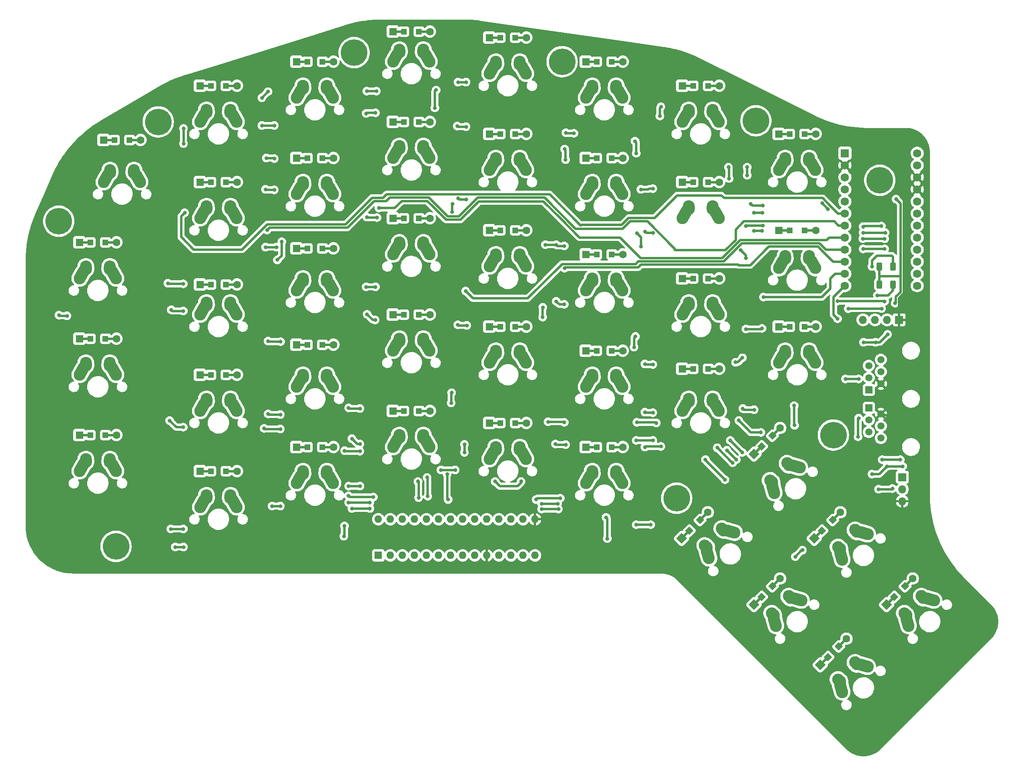
<source format=gbr>
%TF.GenerationSoftware,KiCad,Pcbnew,7.0.8*%
%TF.CreationDate,2023-11-04T19:54:57+07:00*%
%TF.ProjectId,sudi-redox-clone,73756469-2d72-4656-946f-782d636c6f6e,0.1*%
%TF.SameCoordinates,Original*%
%TF.FileFunction,Copper,L2,Bot*%
%TF.FilePolarity,Positive*%
%FSLAX46Y46*%
G04 Gerber Fmt 4.6, Leading zero omitted, Abs format (unit mm)*
G04 Created by KiCad (PCBNEW 7.0.8) date 2023-11-04 19:54:57*
%MOMM*%
%LPD*%
G01*
G04 APERTURE LIST*
G04 Aperture macros list*
%AMRoundRect*
0 Rectangle with rounded corners*
0 $1 Rounding radius*
0 $2 $3 $4 $5 $6 $7 $8 $9 X,Y pos of 4 corners*
0 Add a 4 corners polygon primitive as box body*
4,1,4,$2,$3,$4,$5,$6,$7,$8,$9,$2,$3,0*
0 Add four circle primitives for the rounded corners*
1,1,$1+$1,$2,$3*
1,1,$1+$1,$4,$5*
1,1,$1+$1,$6,$7*
1,1,$1+$1,$8,$9*
0 Add four rect primitives between the rounded corners*
20,1,$1+$1,$2,$3,$4,$5,0*
20,1,$1+$1,$4,$5,$6,$7,0*
20,1,$1+$1,$6,$7,$8,$9,0*
20,1,$1+$1,$8,$9,$2,$3,0*%
%AMHorizOval*
0 Thick line with rounded ends*
0 $1 width*
0 $2 $3 position (X,Y) of the first rounded end (center of the circle)*
0 $4 $5 position (X,Y) of the second rounded end (center of the circle)*
0 Add line between two ends*
20,1,$1,$2,$3,$4,$5,0*
0 Add two circle primitives to create the rounded ends*
1,1,$1,$2,$3*
1,1,$1,$4,$5*%
%AMRotRect*
0 Rectangle, with rotation*
0 The origin of the aperture is its center*
0 $1 length*
0 $2 width*
0 $3 Rotation angle, in degrees counterclockwise*
0 Add horizontal line*
21,1,$1,$2,0,0,$3*%
G04 Aperture macros list end*
%TA.AperFunction,ComponentPad*%
%ADD10HorizOval,2.500000X-0.405453X-0.729954X0.405453X0.729954X0*%
%TD*%
%TA.AperFunction,ComponentPad*%
%ADD11HorizOval,2.500000X-0.019724X0.289328X0.019724X-0.289328X0*%
%TD*%
%TA.AperFunction,ComponentPad*%
%ADD12HorizOval,2.500000X-0.019724X-0.289328X0.019724X0.289328X0*%
%TD*%
%TA.AperFunction,ComponentPad*%
%ADD13HorizOval,2.500000X-0.405453X0.729954X0.405453X-0.729954X0*%
%TD*%
%TA.AperFunction,ComponentPad*%
%ADD14R,1.600000X1.600000*%
%TD*%
%TA.AperFunction,SMDPad,CuDef*%
%ADD15R,2.500000X0.500000*%
%TD*%
%TA.AperFunction,SMDPad,CuDef*%
%ADD16R,1.200000X1.200000*%
%TD*%
%TA.AperFunction,ComponentPad*%
%ADD17C,1.600000*%
%TD*%
%TA.AperFunction,ComponentPad*%
%ADD18R,1.520000X1.520000*%
%TD*%
%TA.AperFunction,ComponentPad*%
%ADD19C,1.520000*%
%TD*%
%TA.AperFunction,ComponentPad*%
%ADD20HorizOval,2.500000X-0.229457X0.802854X0.229457X-0.802854X0*%
%TD*%
%TA.AperFunction,ComponentPad*%
%ADD21HorizOval,2.500000X-0.218533X0.190639X0.218533X-0.190639X0*%
%TD*%
%TA.AperFunction,ComponentPad*%
%ADD22HorizOval,2.500000X-0.190639X0.218533X0.190639X-0.218533X0*%
%TD*%
%TA.AperFunction,ComponentPad*%
%ADD23HorizOval,2.500000X-0.802854X0.229457X0.802854X-0.229457X0*%
%TD*%
%TA.AperFunction,ComponentPad*%
%ADD24C,5.600000*%
%TD*%
%TA.AperFunction,ComponentPad*%
%ADD25O,1.600000X1.600000*%
%TD*%
%TA.AperFunction,ComponentPad*%
%ADD26RotRect,1.600000X1.600000X45.000000*%
%TD*%
%TA.AperFunction,SMDPad,CuDef*%
%ADD27RotRect,2.500000X0.500000X45.000000*%
%TD*%
%TA.AperFunction,SMDPad,CuDef*%
%ADD28RotRect,1.200000X1.200000X45.000000*%
%TD*%
%TA.AperFunction,ComponentPad*%
%ADD29R,1.752600X1.752600*%
%TD*%
%TA.AperFunction,ComponentPad*%
%ADD30C,1.752600*%
%TD*%
%TA.AperFunction,ComponentPad*%
%ADD31R,1.700000X1.700000*%
%TD*%
%TA.AperFunction,ComponentPad*%
%ADD32O,1.700000X1.700000*%
%TD*%
%TA.AperFunction,SMDPad,CuDef*%
%ADD33RoundRect,0.250000X-0.312500X-0.625000X0.312500X-0.625000X0.312500X0.625000X-0.312500X0.625000X0*%
%TD*%
%TA.AperFunction,ViaPad*%
%ADD34C,0.800000*%
%TD*%
%TA.AperFunction,Conductor*%
%ADD35C,0.500000*%
%TD*%
G04 APERTURE END LIST*
D10*
%TO.P,K19,1*%
%TO.N,col4*%
X103275000Y-113570000D03*
D11*
X104160000Y-112050000D03*
D12*
%TO.P,K19,2*%
%TO.N,Net-(D19-A)*%
X109200000Y-112050000D03*
D13*
X110085000Y-113570000D03*
%TD*%
D10*
%TO.P,K16,1*%
%TO.N,col3*%
X103275000Y-52610000D03*
D11*
X104160000Y-51090000D03*
D12*
%TO.P,K16,2*%
%TO.N,Net-(D16-A)*%
X109200000Y-51090000D03*
D13*
X110085000Y-52610000D03*
%TD*%
D14*
%TO.P,D34,1,K*%
%TO.N,row4*%
X184060000Y-48260000D03*
D15*
X185260000Y-48260000D03*
D16*
X186385000Y-48260000D03*
%TO.P,D34,2,A*%
%TO.N,Net-(D34-A)*%
X189535000Y-48260000D03*
D15*
X190660000Y-48260000D03*
D17*
X191860000Y-48260000D03*
%TD*%
D18*
%TO.P,J1,1*%
%TO.N,unconnected-(J1-Pad1)*%
X203050000Y-102230000D03*
D19*
%TO.P,J1,2*%
%TO.N,GND*%
X205590000Y-100960000D03*
%TO.P,J1,3*%
%TO.N,Tx*%
X203050000Y-99690000D03*
%TO.P,J1,4*%
%TO.N,SCL*%
X205590000Y-98420000D03*
%TO.P,J1,5*%
%TO.N,SDA*%
X203050000Y-97150000D03*
%TO.P,J1,6*%
%TO.N,+5V*%
X205590000Y-95880000D03*
%TD*%
D14*
%TO.P,D17,1,K*%
%TO.N,row5*%
X102780000Y-66040000D03*
D15*
X103980000Y-66040000D03*
D16*
X105105000Y-66040000D03*
%TO.P,D17,2,A*%
%TO.N,Net-(D17-A)*%
X108255000Y-66040000D03*
D15*
X109380000Y-66040000D03*
D17*
X110580000Y-66040000D03*
%TD*%
D20*
%TO.P,K40,1*%
%TO.N,col7*%
X182904930Y-123196508D03*
D21*
X182455917Y-121495917D03*
D22*
%TO.P,K40,2*%
%TO.N,Net-(D40-A)*%
X186019736Y-117932098D03*
D23*
X187720327Y-118381111D03*
%TD*%
D14*
%TO.P,D22,1,K*%
%TO.N,row4*%
X123100000Y-68580000D03*
D15*
X124300000Y-68580000D03*
D16*
X125425000Y-68580000D03*
%TO.P,D22,2,A*%
%TO.N,Net-(D22-A)*%
X128575000Y-68580000D03*
D15*
X129700000Y-68580000D03*
D17*
X130900000Y-68580000D03*
%TD*%
D14*
%TO.P,D26,1,K*%
%TO.N,row2*%
X143420000Y-53340000D03*
D15*
X144620000Y-53340000D03*
D16*
X145745000Y-53340000D03*
%TO.P,D26,2,A*%
%TO.N,Net-(D26-A)*%
X148895000Y-53340000D03*
D15*
X150020000Y-53340000D03*
D17*
X151220000Y-53340000D03*
%TD*%
D10*
%TO.P,K9,1*%
%TO.N,col2*%
X62635000Y-126270000D03*
D11*
X63520000Y-124750000D03*
D12*
%TO.P,K9,2*%
%TO.N,Net-(D9-A)*%
X68560000Y-124750000D03*
D13*
X69445000Y-126270000D03*
%TD*%
D14*
%TO.P,D18,1,K*%
%TO.N,row6*%
X102780000Y-86360000D03*
D15*
X103980000Y-86360000D03*
D16*
X105105000Y-86360000D03*
%TO.P,D18,2,A*%
%TO.N,Net-(D18-A)*%
X108255000Y-86360000D03*
D15*
X109380000Y-86360000D03*
D17*
X110580000Y-86360000D03*
%TD*%
D24*
%TO.P,H5,1,1*%
%TO.N,unconnected-(H5-Pad1)*%
X94615000Y-31115000D03*
%TD*%
D10*
%TO.P,K8,1*%
%TO.N,col2*%
X62635000Y-105950000D03*
D11*
X63520000Y-104430000D03*
D12*
%TO.P,K8,2*%
%TO.N,Net-(D8-A)*%
X68560000Y-104430000D03*
D13*
X69445000Y-105950000D03*
%TD*%
D14*
%TO.P,D36,1,K*%
%TO.N,row6*%
X184060000Y-88900000D03*
D15*
X185260000Y-88900000D03*
D16*
X186385000Y-88900000D03*
%TO.P,D36,2,A*%
%TO.N,Net-(D36-A)*%
X189535000Y-88900000D03*
D15*
X190660000Y-88900000D03*
D17*
X191860000Y-88900000D03*
%TD*%
D10*
%TO.P,K18,1*%
%TO.N,col3*%
X103275000Y-93250000D03*
D11*
X104160000Y-91730000D03*
D12*
%TO.P,K18,2*%
%TO.N,Net-(D18-A)*%
X109200000Y-91730000D03*
D13*
X110085000Y-93250000D03*
%TD*%
D24*
%TO.P,H1,1,1*%
%TO.N,unconnected-(H1-Pad1)*%
X53340000Y-45720000D03*
%TD*%
D10*
%TO.P,K12,1*%
%TO.N,col2*%
X82955000Y-80550000D03*
D11*
X83840000Y-79030000D03*
D12*
%TO.P,K12,2*%
%TO.N,Net-(D12-A)*%
X88880000Y-79030000D03*
D13*
X89765000Y-80550000D03*
%TD*%
D24*
%TO.P,H3,1,1*%
%TO.N,unconnected-(H3-Pad1)*%
X162560000Y-125095000D03*
%TD*%
D10*
%TO.P,K14,1*%
%TO.N,col3*%
X82955000Y-121190000D03*
D11*
X83840000Y-119670000D03*
D12*
%TO.P,K14,2*%
%TO.N,Net-(D14-A)*%
X88880000Y-119670000D03*
D13*
X89765000Y-121190000D03*
%TD*%
D14*
%TO.P,D25,1,K*%
%TO.N,row1*%
X143420000Y-33020000D03*
D15*
X144620000Y-33020000D03*
D16*
X145745000Y-33020000D03*
%TO.P,D25,2,A*%
%TO.N,Net-(D25-A)*%
X148895000Y-33020000D03*
D15*
X150020000Y-33020000D03*
D17*
X151220000Y-33020000D03*
%TD*%
D10*
%TO.P,K7,1*%
%TO.N,col2*%
X62635000Y-85630000D03*
D11*
X63520000Y-84110000D03*
D12*
%TO.P,K7,2*%
%TO.N,Net-(D7-A)*%
X68560000Y-84110000D03*
D13*
X69445000Y-85630000D03*
%TD*%
D14*
%TO.P,D2,1,K*%
%TO.N,row2*%
X36740000Y-71120000D03*
D15*
X37940000Y-71120000D03*
D16*
X39065000Y-71120000D03*
%TO.P,D2,2,A*%
%TO.N,Net-(D2-A)*%
X42215000Y-71120000D03*
D15*
X43340000Y-71120000D03*
D17*
X44540000Y-71120000D03*
%TD*%
D20*
%TO.P,K38,1*%
%TO.N,col7*%
X183240062Y-151225459D03*
D21*
X182791049Y-149524868D03*
D22*
%TO.P,K38,2*%
%TO.N,Net-(D38-A)*%
X186354868Y-145961049D03*
D23*
X188055459Y-146410062D03*
%TD*%
D14*
%TO.P,D11,1,K*%
%TO.N,row5*%
X82460000Y-53340000D03*
D15*
X83660000Y-53340000D03*
D16*
X84785000Y-53340000D03*
%TO.P,D11,2,A*%
%TO.N,Net-(D11-A)*%
X87935000Y-53340000D03*
D15*
X89060000Y-53340000D03*
D17*
X90260000Y-53340000D03*
%TD*%
D10*
%TO.P,K6,1*%
%TO.N,col1*%
X62635000Y-65310000D03*
D11*
X63520000Y-63790000D03*
D12*
%TO.P,K6,2*%
%TO.N,Net-(D6-A)*%
X68560000Y-63790000D03*
D13*
X69445000Y-65310000D03*
%TD*%
D14*
%TO.P,U2,1,GPB0*%
%TO.N,col1*%
X99705000Y-137150000D03*
D25*
%TO.P,U2,2,GPB1*%
%TO.N,col2*%
X102245000Y-137150000D03*
%TO.P,U2,3,GPB2*%
%TO.N,col3*%
X104785000Y-137150000D03*
%TO.P,U2,4,GPB3*%
%TO.N,col4*%
X107325000Y-137150000D03*
%TO.P,U2,5,GPB4*%
%TO.N,col5*%
X109865000Y-137150000D03*
%TO.P,U2,6,GPB5*%
%TO.N,col6*%
X112405000Y-137150000D03*
%TO.P,U2,7,GPB6*%
%TO.N,col7*%
X114945000Y-137150000D03*
%TO.P,U2,8,GPB7*%
%TO.N,unconnected-(U2-GPB7-Pad8)*%
X117485000Y-137150000D03*
%TO.P,U2,9,VDD*%
%TO.N,+5V*%
X120025000Y-137150000D03*
%TO.P,U2,10,VSS*%
%TO.N,GND*%
X122565000Y-137150000D03*
%TO.P,U2,11,NC*%
%TO.N,unconnected-(U2-NC-Pad11)*%
X125105000Y-137150000D03*
%TO.P,U2,12,SCK*%
%TO.N,SCL*%
X127645000Y-137150000D03*
%TO.P,U2,13,SDA*%
%TO.N,SDA*%
X130185000Y-137150000D03*
%TO.P,U2,14,NC*%
%TO.N,unconnected-(U2-NC-Pad14)*%
X132725000Y-137150000D03*
%TO.P,U2,15,A0*%
%TO.N,GND*%
X132725000Y-129530000D03*
%TO.P,U2,16,A1*%
%TO.N,+5V*%
X130185000Y-129530000D03*
%TO.P,U2,17,A2*%
X127645000Y-129530000D03*
%TO.P,U2,18,~{RESET}*%
X125105000Y-129530000D03*
%TO.P,U2,19,INTB*%
%TO.N,unconnected-(U2-INTB-Pad19)*%
X122565000Y-129530000D03*
%TO.P,U2,20,INTA*%
%TO.N,unconnected-(U2-INTA-Pad20)*%
X120025000Y-129530000D03*
%TO.P,U2,21,GPA0*%
%TO.N,row1*%
X117485000Y-129530000D03*
%TO.P,U2,22,GPA1*%
%TO.N,row2*%
X114945000Y-129530000D03*
%TO.P,U2,23,GPA2*%
%TO.N,row3*%
X112405000Y-129530000D03*
%TO.P,U2,24,GPA3*%
%TO.N,row4*%
X109865000Y-129530000D03*
%TO.P,U2,25,GPA4*%
%TO.N,row5*%
X107325000Y-129530000D03*
%TO.P,U2,26,GPA5*%
%TO.N,row6*%
X104785000Y-129530000D03*
%TO.P,U2,27,GPA6*%
%TO.N,unconnected-(U2-GPA6-Pad27)*%
X102245000Y-129530000D03*
%TO.P,U2,28,GPA7*%
%TO.N,unconnected-(U2-GPA7-Pad28)*%
X99705000Y-129530000D03*
%TD*%
D10*
%TO.P,K25,1*%
%TO.N,col5*%
X143915000Y-39910000D03*
D11*
X144800000Y-38390000D03*
D12*
%TO.P,K25,2*%
%TO.N,Net-(D25-A)*%
X149840000Y-38390000D03*
D13*
X150725000Y-39910000D03*
%TD*%
D10*
%TO.P,K32,1*%
%TO.N,col6*%
X164235000Y-85630000D03*
D11*
X165120000Y-84110000D03*
D12*
%TO.P,K32,2*%
%TO.N,Net-(D32-A)*%
X170160000Y-84110000D03*
D13*
X171045000Y-85630000D03*
%TD*%
D10*
%TO.P,K5,1*%
%TO.N,col1*%
X62635000Y-44990000D03*
D11*
X63520000Y-43470000D03*
D12*
%TO.P,K5,2*%
%TO.N,Net-(D5-A)*%
X68560000Y-43470000D03*
D13*
X69445000Y-44990000D03*
%TD*%
D14*
%TO.P,D35,1,K*%
%TO.N,row5*%
X184060000Y-68580000D03*
D15*
X185260000Y-68580000D03*
D16*
X186385000Y-68580000D03*
%TO.P,D35,2,A*%
%TO.N,Net-(D35-A)*%
X189535000Y-68580000D03*
D15*
X190660000Y-68580000D03*
D17*
X191860000Y-68580000D03*
%TD*%
D14*
%TO.P,D21,1,K*%
%TO.N,row3*%
X123100000Y-48260000D03*
D15*
X124300000Y-48260000D03*
D16*
X125425000Y-48260000D03*
%TO.P,D21,2,A*%
%TO.N,Net-(D21-A)*%
X128575000Y-48260000D03*
D15*
X129700000Y-48260000D03*
D17*
X130900000Y-48260000D03*
%TD*%
D10*
%TO.P,K2,1*%
%TO.N,col1*%
X37235000Y-78010000D03*
D11*
X38120000Y-76490000D03*
D12*
%TO.P,K2,2*%
%TO.N,Net-(D2-A)*%
X43160000Y-76490000D03*
D13*
X44045000Y-78010000D03*
%TD*%
D26*
%TO.P,D42,1,K*%
%TO.N,row6*%
X206792284Y-147537716D03*
D27*
X207640812Y-146689188D03*
D28*
X208436307Y-145893693D03*
%TO.P,D42,2,A*%
%TO.N,Net-(D42-A)*%
X210663693Y-143666307D03*
D27*
X211459188Y-142870812D03*
D17*
X212307716Y-142022284D03*
%TD*%
D10*
%TO.P,K30,1*%
%TO.N,col5*%
X164235000Y-44990000D03*
D11*
X165120000Y-43470000D03*
D12*
%TO.P,K30,2*%
%TO.N,Net-(D30-A)*%
X170160000Y-43470000D03*
D13*
X171045000Y-44990000D03*
%TD*%
D10*
%TO.P,K31,1*%
%TO.N,col6*%
X164235000Y-65310000D03*
D11*
X165120000Y-63790000D03*
D12*
%TO.P,K31,2*%
%TO.N,Net-(D31-A)*%
X170160000Y-63790000D03*
D13*
X171045000Y-65310000D03*
%TD*%
D10*
%TO.P,K10,1*%
%TO.N,col2*%
X82955000Y-39910000D03*
D11*
X83840000Y-38390000D03*
D12*
%TO.P,K10,2*%
%TO.N,Net-(D10-A)*%
X88880000Y-38390000D03*
D13*
X89765000Y-39910000D03*
%TD*%
D10*
%TO.P,K24,1*%
%TO.N,col4*%
X123595000Y-116110000D03*
D11*
X124480000Y-114590000D03*
D12*
%TO.P,K24,2*%
%TO.N,Net-(D24-A)*%
X129520000Y-114590000D03*
D13*
X130405000Y-116110000D03*
%TD*%
D14*
%TO.P,D28,1,K*%
%TO.N,row4*%
X143420000Y-93980000D03*
D15*
X144620000Y-93980000D03*
D16*
X145745000Y-93980000D03*
%TO.P,D28,2,A*%
%TO.N,Net-(D28-A)*%
X148895000Y-93980000D03*
D15*
X150020000Y-93980000D03*
D17*
X151220000Y-93980000D03*
%TD*%
D10*
%TO.P,K36,1*%
%TO.N,col6*%
X184555000Y-95790000D03*
D11*
X185440000Y-94270000D03*
D12*
%TO.P,K36,2*%
%TO.N,Net-(D36-A)*%
X190480000Y-94270000D03*
D13*
X191365000Y-95790000D03*
%TD*%
D14*
%TO.P,D8,1,K*%
%TO.N,row2*%
X62140000Y-99060000D03*
D15*
X63340000Y-99060000D03*
D16*
X64465000Y-99060000D03*
%TO.P,D8,2,A*%
%TO.N,Net-(D8-A)*%
X67615000Y-99060000D03*
D15*
X68740000Y-99060000D03*
D17*
X69940000Y-99060000D03*
%TD*%
D10*
%TO.P,K22,1*%
%TO.N,col4*%
X123595000Y-75470000D03*
D11*
X124480000Y-73950000D03*
D12*
%TO.P,K22,2*%
%TO.N,Net-(D22-A)*%
X129520000Y-73950000D03*
D13*
X130405000Y-75470000D03*
%TD*%
D24*
%TO.P,H2,1,1*%
%TO.N,unconnected-(H2-Pad1)*%
X44450000Y-135255000D03*
%TD*%
D14*
%TO.P,D29,1,K*%
%TO.N,row5*%
X143420000Y-114300000D03*
D15*
X144620000Y-114300000D03*
D16*
X145745000Y-114300000D03*
%TO.P,D29,2,A*%
%TO.N,Net-(D29-A)*%
X148895000Y-114300000D03*
D15*
X150020000Y-114300000D03*
D17*
X151220000Y-114300000D03*
%TD*%
D29*
%TO.P,U1,1,RAW*%
%TO.N,unconnected-(U1-RAW-Pad1)*%
X198005000Y-52324000D03*
D30*
%TO.P,U1,2,GND*%
%TO.N,GND*%
X198005000Y-54864000D03*
%TO.P,U1,3,RST*%
%TO.N,unconnected-(U1-RST-Pad3)*%
X198005000Y-57404000D03*
%TO.P,U1,4,VCC*%
%TO.N,+5V*%
X198005000Y-59944000D03*
%TO.P,U1,5,PF4*%
%TO.N,unconnected-(U1-PF4-Pad5)*%
X198005000Y-62484000D03*
%TO.P,U1,6,PF5*%
%TO.N,col1*%
X198005000Y-65024000D03*
%TO.P,U1,7,PF6*%
%TO.N,col2*%
X198005000Y-67564000D03*
%TO.P,U1,8,PF7*%
%TO.N,col3*%
X198005000Y-70104000D03*
%TO.P,U1,9,PB1*%
%TO.N,col4*%
X198005000Y-72644000D03*
%TO.P,U1,10,PB3*%
%TO.N,col5*%
X198005000Y-75184000D03*
%TO.P,U1,11,PB2*%
%TO.N,col6*%
X198005000Y-77724000D03*
%TO.P,U1,12,PB6*%
%TO.N,col7*%
X198005000Y-80264000D03*
%TO.P,U1,13,PD3*%
%TO.N,Tx*%
X213245000Y-52324000D03*
%TO.P,U1,14,PD2*%
%TO.N,unconnected-(U1-PD2-Pad14)*%
X213245000Y-54864000D03*
%TO.P,U1,15,GND*%
%TO.N,GND*%
X213245000Y-57404000D03*
%TO.P,U1,16,GND*%
X213245000Y-59944000D03*
%TO.P,U1,17,PD1*%
%TO.N,SDA*%
X213245000Y-62484000D03*
%TO.P,U1,18,PD0*%
%TO.N,SCL*%
X213245000Y-65024000D03*
%TO.P,U1,19,PD4*%
%TO.N,row1*%
X213245000Y-67564000D03*
%TO.P,U1,20,PC6*%
%TO.N,row2*%
X213245000Y-70104000D03*
%TO.P,U1,21,PD7*%
%TO.N,row3*%
X213245000Y-72644000D03*
%TO.P,U1,22,PE6*%
%TO.N,row4*%
X213245000Y-75184000D03*
%TO.P,U1,23,PB4*%
%TO.N,row5*%
X213245000Y-77724000D03*
%TO.P,U1,24,PB5*%
%TO.N,row6*%
X213245000Y-80264000D03*
%TD*%
D24*
%TO.P,H9,1,1*%
%TO.N,unconnected-(H9-Pad1)*%
X205359000Y-58039000D03*
%TD*%
D20*
%TO.P,K41,1*%
%TO.N,col7*%
X197210062Y-137255459D03*
D21*
X196761049Y-135554868D03*
D22*
%TO.P,K41,2*%
%TO.N,Net-(D41-A)*%
X200324868Y-131991049D03*
D23*
X202025459Y-132440062D03*
%TD*%
D26*
%TO.P,D38,1,K*%
%TO.N,row2*%
X178852284Y-147537716D03*
D27*
X179700812Y-146689188D03*
D28*
X180496307Y-145893693D03*
%TO.P,D38,2,A*%
%TO.N,Net-(D38-A)*%
X182723693Y-143666307D03*
D27*
X183519188Y-142870812D03*
D17*
X184367716Y-142022284D03*
%TD*%
D10*
%TO.P,K34,1*%
%TO.N,col6*%
X184555000Y-55150000D03*
D11*
X185440000Y-53630000D03*
D12*
%TO.P,K34,2*%
%TO.N,Net-(D34-A)*%
X190480000Y-53630000D03*
D13*
X191365000Y-55150000D03*
%TD*%
D14*
%TO.P,D31,1,K*%
%TO.N,row1*%
X163740000Y-58420000D03*
D15*
X164940000Y-58420000D03*
D16*
X166065000Y-58420000D03*
%TO.P,D31,2,A*%
%TO.N,Net-(D31-A)*%
X169215000Y-58420000D03*
D15*
X170340000Y-58420000D03*
D17*
X171540000Y-58420000D03*
%TD*%
D10*
%TO.P,K13,1*%
%TO.N,col3*%
X82955000Y-100870000D03*
D11*
X83840000Y-99350000D03*
D12*
%TO.P,K13,2*%
%TO.N,Net-(D13-A)*%
X88880000Y-99350000D03*
D13*
X89765000Y-100870000D03*
%TD*%
D10*
%TO.P,K3,1*%
%TO.N,col1*%
X37235000Y-98330000D03*
D11*
X38120000Y-96810000D03*
D12*
%TO.P,K3,2*%
%TO.N,Net-(D3-A)*%
X43160000Y-96810000D03*
D13*
X44045000Y-98330000D03*
%TD*%
D26*
%TO.P,D39,1,K*%
%TO.N,row3*%
X192822284Y-160237716D03*
D27*
X193670812Y-159389188D03*
D28*
X194466307Y-158593693D03*
%TO.P,D39,2,A*%
%TO.N,Net-(D39-A)*%
X196693693Y-156366307D03*
D27*
X197489188Y-155570812D03*
D17*
X198337716Y-154722284D03*
%TD*%
D10*
%TO.P,K15,1*%
%TO.N,col3*%
X103275000Y-32290000D03*
D11*
X104160000Y-30770000D03*
D12*
%TO.P,K15,2*%
%TO.N,Net-(D15-A)*%
X109200000Y-30770000D03*
D13*
X110085000Y-32290000D03*
%TD*%
D24*
%TO.P,H8,1,1*%
%TO.N,unconnected-(H8-Pad1)*%
X32385000Y-66675000D03*
%TD*%
D26*
%TO.P,D37,1,K*%
%TO.N,row1*%
X163612284Y-133567716D03*
D27*
X164460812Y-132719188D03*
D28*
X165256307Y-131923693D03*
%TO.P,D37,2,A*%
%TO.N,Net-(D37-A)*%
X167483693Y-129696307D03*
D27*
X168279188Y-128900812D03*
D17*
X169127716Y-128052284D03*
%TD*%
D26*
%TO.P,D41,1,K*%
%TO.N,row5*%
X191552284Y-133567716D03*
D27*
X192400812Y-132719188D03*
D28*
X193196307Y-131923693D03*
%TO.P,D41,2,A*%
%TO.N,Net-(D41-A)*%
X195423693Y-129696307D03*
D27*
X196219188Y-128900812D03*
D17*
X197067716Y-128052284D03*
%TD*%
D14*
%TO.P,D14,1,K*%
%TO.N,row2*%
X82460000Y-114300000D03*
D15*
X83660000Y-114300000D03*
D16*
X84785000Y-114300000D03*
%TO.P,D14,2,A*%
%TO.N,Net-(D14-A)*%
X87935000Y-114300000D03*
D15*
X89060000Y-114300000D03*
D17*
X90260000Y-114300000D03*
%TD*%
D14*
%TO.P,D32,1,K*%
%TO.N,row2*%
X163740000Y-78740000D03*
D15*
X164940000Y-78740000D03*
D16*
X166065000Y-78740000D03*
%TO.P,D32,2,A*%
%TO.N,Net-(D32-A)*%
X169215000Y-78740000D03*
D15*
X170340000Y-78740000D03*
D17*
X171540000Y-78740000D03*
%TD*%
D14*
%TO.P,D7,1,K*%
%TO.N,row1*%
X62140000Y-80010000D03*
D15*
X63340000Y-80010000D03*
D16*
X64465000Y-80010000D03*
%TO.P,D7,2,A*%
%TO.N,Net-(D7-A)*%
X67615000Y-80010000D03*
D15*
X68740000Y-80010000D03*
D17*
X69940000Y-80010000D03*
%TD*%
D14*
%TO.P,D9,1,K*%
%TO.N,row3*%
X62140000Y-119380000D03*
D15*
X63340000Y-119380000D03*
D16*
X64465000Y-119380000D03*
%TO.P,D9,2,A*%
%TO.N,Net-(D9-A)*%
X67615000Y-119380000D03*
D15*
X68740000Y-119380000D03*
D17*
X69940000Y-119380000D03*
%TD*%
D14*
%TO.P,D1,1,K*%
%TO.N,row1*%
X41820000Y-49530000D03*
D15*
X43020000Y-49530000D03*
D16*
X44145000Y-49530000D03*
%TO.P,D1,2,A*%
%TO.N,Net-(D1-A)*%
X47295000Y-49530000D03*
D15*
X48420000Y-49530000D03*
D17*
X49620000Y-49530000D03*
%TD*%
D14*
%TO.P,D20,1,K*%
%TO.N,row2*%
X123100000Y-27940000D03*
D15*
X124300000Y-27940000D03*
D16*
X125425000Y-27940000D03*
%TO.P,D20,2,A*%
%TO.N,Net-(D20-A)*%
X128575000Y-27940000D03*
D15*
X129700000Y-27940000D03*
D17*
X130900000Y-27940000D03*
%TD*%
D10*
%TO.P,K23,1*%
%TO.N,col4*%
X123595000Y-95790000D03*
D11*
X124480000Y-94270000D03*
D12*
%TO.P,K23,2*%
%TO.N,Net-(D23-A)*%
X129520000Y-94270000D03*
D13*
X130405000Y-95790000D03*
%TD*%
D10*
%TO.P,K27,1*%
%TO.N,col5*%
X143915000Y-80550000D03*
D11*
X144800000Y-79030000D03*
D12*
%TO.P,K27,2*%
%TO.N,Net-(D27-A)*%
X149840000Y-79030000D03*
D13*
X150725000Y-80550000D03*
%TD*%
D10*
%TO.P,K17,1*%
%TO.N,col3*%
X103275000Y-72938188D03*
D11*
X104160000Y-71418188D03*
D12*
%TO.P,K17,2*%
%TO.N,Net-(D17-A)*%
X109200000Y-71418188D03*
D13*
X110085000Y-72938188D03*
%TD*%
D10*
%TO.P,K28,1*%
%TO.N,col5*%
X143915000Y-100870000D03*
D11*
X144800000Y-99350000D03*
D12*
%TO.P,K28,2*%
%TO.N,Net-(D28-A)*%
X149840000Y-99350000D03*
D13*
X150725000Y-100870000D03*
%TD*%
D14*
%TO.P,D4,1,K*%
%TO.N,row4*%
X36740000Y-111760000D03*
D15*
X37940000Y-111760000D03*
D16*
X39065000Y-111760000D03*
%TO.P,D4,2,A*%
%TO.N,Net-(D4-A)*%
X42215000Y-111760000D03*
D15*
X43340000Y-111760000D03*
D17*
X44540000Y-111760000D03*
%TD*%
D14*
%TO.P,D15,1,K*%
%TO.N,row3*%
X102780000Y-26670000D03*
D15*
X103980000Y-26670000D03*
D16*
X105105000Y-26670000D03*
%TO.P,D15,2,A*%
%TO.N,Net-(D15-A)*%
X108255000Y-26670000D03*
D15*
X109380000Y-26670000D03*
D17*
X110580000Y-26670000D03*
%TD*%
D24*
%TO.P,H4,1,1*%
%TO.N,unconnected-(H4-Pad1)*%
X179264799Y-45503227D03*
%TD*%
D26*
%TO.P,D40,1,K*%
%TO.N,row4*%
X178852284Y-115787716D03*
D27*
X179700812Y-114939188D03*
D28*
X180496307Y-114143693D03*
%TO.P,D40,2,A*%
%TO.N,Net-(D40-A)*%
X182723693Y-111916307D03*
D27*
X183519188Y-111120812D03*
D17*
X184367716Y-110272284D03*
%TD*%
D14*
%TO.P,D10,1,K*%
%TO.N,row4*%
X82460000Y-33020000D03*
D15*
X83660000Y-33020000D03*
D16*
X84785000Y-33020000D03*
%TO.P,D10,2,A*%
%TO.N,Net-(D10-A)*%
X87935000Y-33020000D03*
D15*
X89060000Y-33020000D03*
D17*
X90260000Y-33020000D03*
%TD*%
D14*
%TO.P,D24,1,K*%
%TO.N,row6*%
X123100000Y-109220000D03*
D15*
X124300000Y-109220000D03*
D16*
X125425000Y-109220000D03*
%TO.P,D24,2,A*%
%TO.N,Net-(D24-A)*%
X128575000Y-109220000D03*
D15*
X129700000Y-109220000D03*
D17*
X130900000Y-109220000D03*
%TD*%
D14*
%TO.P,D6,1,K*%
%TO.N,row6*%
X62140000Y-58420000D03*
D15*
X63340000Y-58420000D03*
D16*
X64465000Y-58420000D03*
%TO.P,D6,2,A*%
%TO.N,Net-(D6-A)*%
X67615000Y-58420000D03*
D15*
X68740000Y-58420000D03*
D17*
X69940000Y-58420000D03*
%TD*%
D10*
%TO.P,K20,1*%
%TO.N,col4*%
X123595000Y-34830000D03*
D11*
X124480000Y-33310000D03*
D12*
%TO.P,K20,2*%
%TO.N,Net-(D20-A)*%
X129520000Y-33310000D03*
D13*
X130405000Y-34830000D03*
%TD*%
D14*
%TO.P,D5,1,K*%
%TO.N,row5*%
X62140000Y-38100000D03*
D15*
X63340000Y-38100000D03*
D16*
X64465000Y-38100000D03*
%TO.P,D5,2,A*%
%TO.N,Net-(D5-A)*%
X67615000Y-38100000D03*
D15*
X68740000Y-38100000D03*
D17*
X69940000Y-38100000D03*
%TD*%
D14*
%TO.P,D19,1,K*%
%TO.N,row1*%
X102780000Y-106680000D03*
D15*
X103980000Y-106680000D03*
D16*
X105105000Y-106680000D03*
%TO.P,D19,2,A*%
%TO.N,Net-(D19-A)*%
X108255000Y-106680000D03*
D15*
X109380000Y-106680000D03*
D17*
X110580000Y-106680000D03*
%TD*%
D31*
%TO.P,J3,1,Pin_1*%
%TO.N,GND*%
X209435000Y-87465000D03*
D32*
%TO.P,J3,2,Pin_2*%
%TO.N,+5V*%
X206895000Y-87465000D03*
%TO.P,J3,3,Pin_3*%
%TO.N,SCL*%
X204355000Y-87465000D03*
%TO.P,J3,4,Pin_4*%
%TO.N,SDA*%
X201815000Y-87465000D03*
%TD*%
D10*
%TO.P,K4,1*%
%TO.N,col1*%
X37235000Y-118650000D03*
D11*
X38120000Y-117130000D03*
D12*
%TO.P,K4,2*%
%TO.N,Net-(D4-A)*%
X43160000Y-117130000D03*
D13*
X44045000Y-118650000D03*
%TD*%
D10*
%TO.P,K35,1*%
%TO.N,col6*%
X184555000Y-75841600D03*
D11*
X185440000Y-74321600D03*
D12*
%TO.P,K35,2*%
%TO.N,Net-(D35-A)*%
X190480000Y-74321600D03*
D13*
X191365000Y-75841600D03*
%TD*%
D20*
%TO.P,K42,1*%
%TO.N,col7*%
X211180062Y-151225459D03*
D21*
X210731049Y-149524868D03*
D22*
%TO.P,K42,2*%
%TO.N,Net-(D42-A)*%
X214294868Y-145961049D03*
D23*
X215995459Y-146410062D03*
%TD*%
D10*
%TO.P,K26,1*%
%TO.N,col5*%
X143915000Y-60230000D03*
D11*
X144800000Y-58710000D03*
D12*
%TO.P,K26,2*%
%TO.N,Net-(D26-A)*%
X149840000Y-58710000D03*
D13*
X150725000Y-60230000D03*
%TD*%
D14*
%TO.P,D30,1,K*%
%TO.N,row6*%
X163740000Y-38100000D03*
D15*
X164940000Y-38100000D03*
D16*
X166065000Y-38100000D03*
%TO.P,D30,2,A*%
%TO.N,Net-(D30-A)*%
X169215000Y-38100000D03*
D15*
X170340000Y-38100000D03*
D17*
X171540000Y-38100000D03*
%TD*%
D14*
%TO.P,D27,1,K*%
%TO.N,row3*%
X143420000Y-73660000D03*
D15*
X144620000Y-73660000D03*
D16*
X145745000Y-73660000D03*
%TO.P,D27,2,A*%
%TO.N,Net-(D27-A)*%
X148895000Y-73660000D03*
D15*
X150020000Y-73660000D03*
D17*
X151220000Y-73660000D03*
%TD*%
D10*
%TO.P,K29,1*%
%TO.N,col5*%
X143915000Y-121190000D03*
D11*
X144800000Y-119670000D03*
D12*
%TO.P,K29,2*%
%TO.N,Net-(D29-A)*%
X149840000Y-119670000D03*
D13*
X150725000Y-121190000D03*
%TD*%
D14*
%TO.P,D23,1,K*%
%TO.N,row5*%
X123100000Y-88900000D03*
D15*
X124300000Y-88900000D03*
D16*
X125425000Y-88900000D03*
%TO.P,D23,2,A*%
%TO.N,Net-(D23-A)*%
X128575000Y-88900000D03*
D15*
X129700000Y-88900000D03*
D17*
X130900000Y-88900000D03*
%TD*%
D14*
%TO.P,D3,1,K*%
%TO.N,row3*%
X36740000Y-91440000D03*
D15*
X37940000Y-91440000D03*
D16*
X39065000Y-91440000D03*
%TO.P,D3,2,A*%
%TO.N,Net-(D3-A)*%
X42215000Y-91440000D03*
D15*
X43340000Y-91440000D03*
D17*
X44540000Y-91440000D03*
%TD*%
D20*
%TO.P,K37,1*%
%TO.N,col7*%
X169152828Y-136948610D03*
D21*
X168703815Y-135248019D03*
D22*
%TO.P,K37,2*%
%TO.N,Net-(D37-A)*%
X172267634Y-131684200D03*
D23*
X173968225Y-132133213D03*
%TD*%
D14*
%TO.P,D13,1,K*%
%TO.N,row1*%
X82460000Y-92710000D03*
D15*
X83660000Y-92710000D03*
D16*
X84785000Y-92710000D03*
%TO.P,D13,2,A*%
%TO.N,Net-(D13-A)*%
X87935000Y-92710000D03*
D15*
X89060000Y-92710000D03*
D17*
X90260000Y-92710000D03*
%TD*%
D14*
%TO.P,D16,1,K*%
%TO.N,row4*%
X102780000Y-45720000D03*
D15*
X103980000Y-45720000D03*
D16*
X105105000Y-45720000D03*
%TO.P,D16,2,A*%
%TO.N,Net-(D16-A)*%
X108255000Y-45720000D03*
D15*
X109380000Y-45720000D03*
D17*
X110580000Y-45720000D03*
%TD*%
D20*
%TO.P,K39,1*%
%TO.N,col7*%
X197210062Y-165195459D03*
D21*
X196761049Y-163494868D03*
D22*
%TO.P,K39,2*%
%TO.N,Net-(D39-A)*%
X200324868Y-159931049D03*
D23*
X202025459Y-160380062D03*
%TD*%
D10*
%TO.P,K33,1*%
%TO.N,col6*%
X164235000Y-105950000D03*
D11*
X165120000Y-104430000D03*
D12*
%TO.P,K33,2*%
%TO.N,Net-(D33-A)*%
X170160000Y-104430000D03*
D13*
X171045000Y-105950000D03*
%TD*%
D14*
%TO.P,D33,1,K*%
%TO.N,row3*%
X163740000Y-97790000D03*
D15*
X164940000Y-97790000D03*
D16*
X166065000Y-97790000D03*
%TO.P,D33,2,A*%
%TO.N,Net-(D33-A)*%
X169215000Y-97790000D03*
D15*
X170340000Y-97790000D03*
D17*
X171540000Y-97790000D03*
%TD*%
D10*
%TO.P,K21,1*%
%TO.N,col4*%
X123595000Y-55150000D03*
D11*
X124480000Y-53630000D03*
D12*
%TO.P,K21,2*%
%TO.N,Net-(D21-A)*%
X129520000Y-53630000D03*
D13*
X130405000Y-55150000D03*
%TD*%
D10*
%TO.P,K11,1*%
%TO.N,col2*%
X82955000Y-60230000D03*
D11*
X83840000Y-58710000D03*
D12*
%TO.P,K11,2*%
%TO.N,Net-(D11-A)*%
X88880000Y-58710000D03*
D13*
X89765000Y-60230000D03*
%TD*%
D10*
%TO.P,K1,1*%
%TO.N,col1*%
X42315000Y-57690000D03*
D11*
X43200000Y-56170000D03*
D12*
%TO.P,K1,2*%
%TO.N,Net-(D1-A)*%
X48240000Y-56170000D03*
D13*
X49125000Y-57690000D03*
%TD*%
D24*
%TO.P,H7,1,1*%
%TO.N,unconnected-(H7-Pad1)*%
X195580000Y-111760000D03*
%TD*%
D14*
%TO.P,D12,1,K*%
%TO.N,row6*%
X82460000Y-72390000D03*
D15*
X83660000Y-72390000D03*
D16*
X84785000Y-72390000D03*
%TO.P,D12,2,A*%
%TO.N,Net-(D12-A)*%
X87935000Y-72390000D03*
D15*
X89060000Y-72390000D03*
D17*
X90260000Y-72390000D03*
%TD*%
D24*
%TO.P,H6,1,1*%
%TO.N,unconnected-(H6-Pad1)*%
X138430000Y-33020000D03*
%TD*%
D31*
%TO.P,J2,1,Pin_1*%
%TO.N,+5V*%
X210115000Y-120650000D03*
D32*
%TO.P,J2,2,Pin_2*%
%TO.N,Tx*%
X210115000Y-123190000D03*
%TO.P,J2,3,Pin_3*%
%TO.N,GND*%
X210115000Y-125730000D03*
%TD*%
D33*
%TO.P,R1,1*%
%TO.N,+5V*%
X205240000Y-76200000D03*
%TO.P,R1,2*%
%TO.N,SDA*%
X208165000Y-76200000D03*
%TD*%
%TO.P,R2,1*%
%TO.N,+5V*%
X205240000Y-80010000D03*
%TO.P,R2,2*%
%TO.N,SCL*%
X208165000Y-80010000D03*
%TD*%
D18*
%TO.P,J4,1*%
%TO.N,unconnected-(J4-Pad1)*%
X203050000Y-106050000D03*
D19*
%TO.P,J4,2*%
%TO.N,GND*%
X205590000Y-107320000D03*
%TO.P,J4,3*%
%TO.N,Tx*%
X203050000Y-108590000D03*
%TO.P,J4,4*%
%TO.N,SCL*%
X205590000Y-109860000D03*
%TO.P,J4,5*%
%TO.N,SDA*%
X203050000Y-111130000D03*
%TO.P,J4,6*%
%TO.N,+5V*%
X205590000Y-112400000D03*
%TD*%
D34*
%TO.N,row1*%
X32424500Y-86487000D03*
X139231500Y-48006000D03*
X157567500Y-59817000D03*
X154051000Y-52349500D03*
X95845500Y-106172000D03*
X180721000Y-63373000D03*
X34123500Y-86614000D03*
X147701000Y-129133500D03*
X147955000Y-133604000D03*
X194402688Y-64100688D03*
X206502000Y-69088000D03*
X132969000Y-125377500D03*
X76493500Y-91948000D03*
X138049000Y-125095000D03*
X153889688Y-90966312D03*
X153582500Y-93218000D03*
X155019000Y-59944000D03*
X79121000Y-92075000D03*
X140930500Y-48133000D03*
X58634500Y-79883000D03*
X193201312Y-62899312D03*
X201842500Y-69088000D03*
X93446500Y-106045000D03*
X114212500Y-120029000D03*
X55386000Y-79756000D03*
X178155500Y-62992000D03*
X153797000Y-49784000D03*
X154178000Y-69254500D03*
X155019000Y-71977624D03*
X114427000Y-125377500D03*
%TO.N,row2*%
X111887000Y-39028500D03*
X115316000Y-62992000D03*
X115159812Y-102840812D03*
X75644000Y-110363000D03*
X134112000Y-126238000D03*
X206400500Y-70358000D03*
X79081500Y-110490000D03*
X138972312Y-51469312D03*
X180721000Y-67564000D03*
X159267000Y-114173000D03*
X92597000Y-115062000D03*
X172749188Y-121187188D03*
X118197500Y-37338000D03*
X109982000Y-120729000D03*
X111633000Y-42759500D03*
X110130270Y-124677500D03*
X157567500Y-69088000D03*
X201803000Y-70358000D03*
X56086000Y-85344000D03*
X155868500Y-114300000D03*
X139157688Y-53686688D03*
X58634500Y-85598000D03*
X115062000Y-104989500D03*
X155868500Y-68834000D03*
X95845500Y-115189000D03*
X137501500Y-126238000D03*
X116498500Y-37338000D03*
X115286812Y-64730500D03*
X168626812Y-116937812D03*
X177156000Y-67691000D03*
%TO.N,row3*%
X95855812Y-122525812D03*
X171103312Y-114461312D03*
X174363579Y-117609421D03*
X124333000Y-121578500D03*
X138898500Y-71882000D03*
X118197500Y-46736000D03*
X55753000Y-108712000D03*
X129794000Y-121578500D03*
X137199500Y-71628000D03*
X134336812Y-86897188D03*
X108077000Y-121578500D03*
X116332000Y-46609000D03*
X76493500Y-107315000D03*
X206400500Y-72517000D03*
X93446500Y-122555000D03*
X201842500Y-72517000D03*
X99314000Y-39243000D03*
X178903500Y-106426000D03*
X157567500Y-96901000D03*
X108204000Y-124968000D03*
X176504500Y-106172000D03*
X79081500Y-107442000D03*
X155868500Y-96774000D03*
X58634500Y-110109000D03*
X134366000Y-84836000D03*
X134913500Y-71628000D03*
X97282000Y-39243000D03*
%TO.N,row4*%
X180594000Y-64897000D03*
X93446500Y-124587000D03*
X76483188Y-39340812D03*
X116498500Y-61849000D03*
X75184000Y-40640000D03*
X77811500Y-46482000D03*
X56007000Y-131572000D03*
X75184000Y-46482000D03*
X173863000Y-112903000D03*
X77343000Y-126746000D03*
X157567500Y-107061000D03*
X176403000Y-115443000D03*
X79081500Y-126746000D03*
X177419000Y-56983500D03*
X77811500Y-60071000D03*
X138898500Y-84201000D03*
X75946000Y-59944000D03*
X177419000Y-55284500D03*
X137199500Y-83566000D03*
X79375000Y-70993000D03*
X118197500Y-62103000D03*
X97155000Y-43942000D03*
X78448812Y-74840188D03*
X178855500Y-64897000D03*
X155868500Y-106934000D03*
X205700500Y-67691000D03*
X201842500Y-67818000D03*
X98679000Y-124841000D03*
X99119500Y-43815000D03*
X58634500Y-131572000D03*
%TO.N,row5*%
X92456000Y-133096000D03*
X206375000Y-83566000D03*
X99441000Y-65913000D03*
X137033000Y-113665000D03*
X154051000Y-112903000D03*
X58674000Y-50292000D03*
X93446500Y-125984000D03*
X139192000Y-113792000D03*
X77811500Y-53467000D03*
X157567500Y-112903000D03*
X189068688Y-136051312D03*
X92583000Y-130937000D03*
X175133000Y-116967000D03*
X180554500Y-68707000D03*
X173148337Y-114982337D03*
X58674000Y-135382000D03*
X97282000Y-65786000D03*
X76112500Y-53340000D03*
X97945500Y-125984000D03*
X56935500Y-135382000D03*
X196439812Y-83536812D03*
X187579000Y-137414000D03*
X58674000Y-47117000D03*
X116459000Y-88519000D03*
X118364000Y-88646000D03*
X178855500Y-68707000D03*
%TO.N,row6*%
X205740000Y-85090000D03*
X138898500Y-109093000D03*
X176432188Y-95474812D03*
X117856000Y-113740500D03*
X95845500Y-113665000D03*
X180305688Y-111217688D03*
X154169000Y-109093000D03*
X198705515Y-85120927D03*
X112903000Y-119126000D03*
X180554500Y-89281000D03*
X99119500Y-80518000D03*
X97945500Y-127254000D03*
X158267500Y-109220000D03*
X176059234Y-72802390D03*
X75946000Y-72136000D03*
X97155000Y-80518000D03*
X115911500Y-119126000D03*
X135483500Y-108966000D03*
X94146500Y-127254000D03*
X173482000Y-55284500D03*
X159258000Y-42545000D03*
X174976812Y-96422188D03*
X94146500Y-112522000D03*
X117856000Y-115439500D03*
X173609000Y-57683500D03*
X177156000Y-89408000D03*
X78232000Y-72136000D03*
X159033188Y-44479188D03*
X177156000Y-74422000D03*
X175654500Y-108708042D03*
%TO.N,+5V*%
X203708000Y-120015000D03*
X201930000Y-92202000D03*
X157099000Y-130683000D03*
X137668000Y-127381000D03*
X210185000Y-118364000D03*
X208585500Y-83947000D03*
X204470000Y-92202000D03*
X206883000Y-118364000D03*
X208788000Y-62015500D03*
X207010000Y-90551000D03*
X154051000Y-130683000D03*
X134112000Y-127381000D03*
%TO.N,GND*%
X140843000Y-132588000D03*
X206756000Y-128397000D03*
X209042000Y-102489000D03*
X209169000Y-107569000D03*
X211328000Y-56134000D03*
X208889500Y-55245000D03*
X209042000Y-128397000D03*
X136906000Y-131953000D03*
%TO.N,Tx*%
X200914000Y-108204000D03*
X208026000Y-123063000D03*
X205105000Y-123190000D03*
X200914000Y-99949000D03*
X200787000Y-112141000D03*
X198120000Y-99949000D03*
%TO.N,col1*%
X58928000Y-64897000D03*
%TO.N,col2*%
X76292688Y-68545688D03*
%TO.N,col3*%
X99822000Y-63881000D03*
X99060000Y-87503000D03*
X97345500Y-86296500D03*
%TO.N,col4*%
X118110000Y-81407000D03*
%TO.N,col5*%
X138938000Y-76581000D03*
%TO.N,col6*%
X180848000Y-82677000D03*
%TO.N,col7*%
X187325000Y-105576500D03*
X187416480Y-109724806D03*
X196469000Y-87249000D03*
%TO.N,SDA*%
X209677000Y-116967000D03*
X205867000Y-116967000D03*
X203708000Y-76200000D03*
%TO.N,SCL*%
X204851000Y-82296000D03*
%TD*%
D35*
%TO.N,row1*%
X133251500Y-125095000D02*
X132969000Y-125377500D01*
X139358500Y-48133000D02*
X139231500Y-48006000D01*
X147955000Y-133604000D02*
X147955000Y-129387500D01*
X157567500Y-59817000D02*
X156718000Y-59817000D01*
X55513000Y-79883000D02*
X55386000Y-79756000D01*
X58634500Y-79883000D02*
X55513000Y-79883000D01*
X138049000Y-125095000D02*
X133251500Y-125095000D01*
X155019000Y-71977624D02*
X155019000Y-70095500D01*
X155019000Y-59944000D02*
X156591000Y-59944000D01*
X34123500Y-86614000D02*
X32551500Y-86614000D01*
X155019000Y-70095500D02*
X154178000Y-69254500D01*
X154051000Y-50038000D02*
X153797000Y-49784000D01*
X180721000Y-63373000D02*
X178536500Y-63373000D01*
X147955000Y-129387500D02*
X147701000Y-129133500D01*
X156591000Y-59944000D02*
X156718000Y-59817000D01*
X194402688Y-64100688D02*
X193201312Y-62899312D01*
X32551500Y-86614000D02*
X32424500Y-86487000D01*
X76620500Y-92075000D02*
X76493500Y-91948000D01*
X153582500Y-93218000D02*
X153582500Y-91273500D01*
X114212500Y-125163000D02*
X114212500Y-120029000D01*
X140930500Y-48133000D02*
X139358500Y-48133000D01*
X95845500Y-106172000D02*
X93573500Y-106172000D01*
X114427000Y-125377500D02*
X114212500Y-125163000D01*
X79121000Y-92075000D02*
X76620500Y-92075000D01*
X153582500Y-91273500D02*
X153889688Y-90966312D01*
X93573500Y-106172000D02*
X93446500Y-106045000D01*
X154051000Y-52349500D02*
X154051000Y-50038000D01*
X206502000Y-69088000D02*
X201842500Y-69088000D01*
X178536500Y-63373000D02*
X178155500Y-62992000D01*
%TO.N,row2*%
X118197500Y-37338000D02*
X116498500Y-37338000D01*
X139157688Y-51654688D02*
X138972312Y-51469312D01*
X95845500Y-115189000D02*
X92724000Y-115189000D01*
X110130270Y-124677500D02*
X110130270Y-120877270D01*
X111633000Y-39282500D02*
X111887000Y-39028500D01*
X115062000Y-104989500D02*
X115062000Y-102938624D01*
X58634500Y-85598000D02*
X56340000Y-85598000D01*
X111633000Y-42759500D02*
X111633000Y-39282500D01*
X155995500Y-114173000D02*
X155868500Y-114300000D01*
X137501500Y-126238000D02*
X134112000Y-126238000D01*
X168626812Y-117064812D02*
X168626812Y-116937812D01*
X156122500Y-69088000D02*
X155868500Y-68834000D01*
X75771000Y-110490000D02*
X75644000Y-110363000D01*
X79081500Y-110490000D02*
X75771000Y-110490000D01*
X56340000Y-85598000D02*
X56086000Y-85344000D01*
X159267000Y-114173000D02*
X155995500Y-114173000D01*
X110130270Y-120877270D02*
X109982000Y-120729000D01*
X172749188Y-121187188D02*
X168626812Y-117064812D01*
X115286812Y-64730500D02*
X115286812Y-63021188D01*
X115062000Y-102938624D02*
X115159812Y-102840812D01*
X92724000Y-115189000D02*
X92597000Y-115062000D01*
X139157688Y-53686688D02*
X139157688Y-51654688D01*
X180721000Y-67564000D02*
X177283000Y-67564000D01*
X157567500Y-69088000D02*
X156122500Y-69088000D01*
X206400500Y-70358000D02*
X201803000Y-70358000D01*
X177283000Y-67564000D02*
X177156000Y-67691000D01*
X115286812Y-63021188D02*
X115316000Y-62992000D01*
%TO.N,row3*%
X116459000Y-46736000D02*
X116332000Y-46609000D01*
X99314000Y-39243000D02*
X97282000Y-39243000D01*
X57150000Y-110109000D02*
X58634500Y-110109000D01*
X134913500Y-71628000D02*
X137199500Y-71628000D01*
X108204000Y-124968000D02*
X108204000Y-121705500D01*
X137453500Y-71882000D02*
X137199500Y-71628000D01*
X134336812Y-84865188D02*
X134366000Y-84836000D01*
X157567500Y-96901000D02*
X155995500Y-96901000D01*
X125309500Y-122555000D02*
X129032000Y-122555000D01*
X108204000Y-121705500D02*
X108077000Y-121578500D01*
X176758500Y-106426000D02*
X176504500Y-106172000D01*
X134336812Y-86897188D02*
X134336812Y-84865188D01*
X93475688Y-122525812D02*
X93446500Y-122555000D01*
X79081500Y-107442000D02*
X76620500Y-107442000D01*
X155995500Y-96901000D02*
X155868500Y-96774000D01*
X55753000Y-108712000D02*
X57150000Y-110109000D01*
X129032000Y-122555000D02*
X129794000Y-121793000D01*
X174363579Y-117609421D02*
X174251421Y-117609421D01*
X95855812Y-122525812D02*
X93475688Y-122525812D01*
X76620500Y-107442000D02*
X76493500Y-107315000D01*
X129794000Y-121793000D02*
X129794000Y-121578500D01*
X124333000Y-121578500D02*
X125309500Y-122555000D01*
X206400500Y-72517000D02*
X201842500Y-72517000D01*
X118197500Y-46736000D02*
X116459000Y-46736000D01*
X178903500Y-106426000D02*
X176758500Y-106426000D01*
X174251421Y-117609421D02*
X171103312Y-114461312D01*
X138898500Y-71882000D02*
X137453500Y-71882000D01*
%TO.N,row4*%
X173863000Y-112903000D02*
X176403000Y-115443000D01*
X79081500Y-126746000D02*
X77343000Y-126746000D01*
X137834500Y-84201000D02*
X137199500Y-83566000D01*
X75184000Y-40640000D02*
X76483188Y-39340812D01*
X157567500Y-107061000D02*
X155995500Y-107061000D01*
X201969500Y-67691000D02*
X201842500Y-67818000D01*
X205700500Y-67691000D02*
X201969500Y-67691000D01*
X177419000Y-56983500D02*
X177419000Y-55284500D01*
X93700500Y-124841000D02*
X93446500Y-124587000D01*
X76073000Y-60071000D02*
X75946000Y-59944000D01*
X77811500Y-60071000D02*
X76073000Y-60071000D01*
X118197500Y-62103000D02*
X116752500Y-62103000D01*
X97282000Y-43815000D02*
X97155000Y-43942000D01*
X77811500Y-46482000D02*
X75184000Y-46482000D01*
X98679000Y-124841000D02*
X93700500Y-124841000D01*
X58634500Y-131572000D02*
X56007000Y-131572000D01*
X78448812Y-74840188D02*
X79375000Y-73914000D01*
X99119500Y-43815000D02*
X97282000Y-43815000D01*
X155995500Y-107061000D02*
X155868500Y-106934000D01*
X79375000Y-73914000D02*
X79375000Y-70993000D01*
X180594000Y-64897000D02*
X178855500Y-64897000D01*
X116752500Y-62103000D02*
X116498500Y-61849000D01*
X138898500Y-84201000D02*
X137834500Y-84201000D01*
%TO.N,row5*%
X178855500Y-68707000D02*
X180554500Y-68707000D01*
X76112500Y-53340000D02*
X77684500Y-53340000D01*
X58674000Y-135382000D02*
X56935500Y-135382000D01*
X157567500Y-112903000D02*
X154051000Y-112903000D01*
X77684500Y-53340000D02*
X77811500Y-53467000D01*
X97945500Y-125984000D02*
X93446500Y-125984000D01*
X189068688Y-136051312D02*
X188941688Y-136051312D01*
X175133000Y-116967000D02*
X173148337Y-114982337D01*
X206345812Y-83536812D02*
X206375000Y-83566000D01*
X196439812Y-83536812D02*
X206345812Y-83536812D01*
X116586000Y-88646000D02*
X116459000Y-88519000D01*
X188941688Y-136051312D02*
X187579000Y-137414000D01*
X137160000Y-113792000D02*
X137033000Y-113665000D01*
X99441000Y-65913000D02*
X97409000Y-65913000D01*
X92583000Y-130937000D02*
X92583000Y-132969000D01*
X118364000Y-88646000D02*
X116586000Y-88646000D01*
X97409000Y-65913000D02*
X97282000Y-65786000D01*
X58674000Y-50292000D02*
X58674000Y-47117000D01*
X139192000Y-113792000D02*
X137160000Y-113792000D01*
X92583000Y-132969000D02*
X92456000Y-133096000D01*
%TO.N,row6*%
X178164146Y-111217688D02*
X175654500Y-108708042D01*
X158140500Y-109093000D02*
X158267500Y-109220000D01*
X94146500Y-127254000D02*
X97945500Y-127254000D01*
X175484812Y-96422188D02*
X176432188Y-95474812D01*
X177156000Y-73899156D02*
X176059234Y-72802390D01*
X180305688Y-111217688D02*
X178164146Y-111217688D01*
X117856000Y-113740500D02*
X117856000Y-115439500D01*
X135483500Y-108966000D02*
X138771500Y-108966000D01*
X205740000Y-85090000D02*
X198736442Y-85090000D01*
X115911500Y-119126000D02*
X112903000Y-119126000D01*
X78232000Y-72136000D02*
X75946000Y-72136000D01*
X154169000Y-109093000D02*
X158140500Y-109093000D01*
X159033188Y-42769812D02*
X159258000Y-42545000D01*
X95289500Y-113665000D02*
X94146500Y-112522000D01*
X198736442Y-85090000D02*
X198705515Y-85120927D01*
X173609000Y-55411500D02*
X173482000Y-55284500D01*
X99119500Y-80518000D02*
X97155000Y-80518000D01*
X174976812Y-96422188D02*
X175484812Y-96422188D01*
X177156000Y-89408000D02*
X180427500Y-89408000D01*
X159033188Y-44479188D02*
X159033188Y-42769812D01*
X95845500Y-113665000D02*
X95289500Y-113665000D01*
X180427500Y-89408000D02*
X180554500Y-89281000D01*
X173609000Y-57683500D02*
X173609000Y-55411500D01*
X177156000Y-74422000D02*
X177156000Y-73899156D01*
X138771500Y-108966000D02*
X138898500Y-109093000D01*
%TO.N,+5V*%
X209739000Y-62927000D02*
X209739000Y-78232000D01*
X208735000Y-82629050D02*
X208735000Y-83947000D01*
X209739000Y-78232000D02*
X209739000Y-81625050D01*
X209739000Y-81625050D02*
X208735000Y-82629050D01*
X205240000Y-76200000D02*
X205240000Y-78232000D01*
X205359000Y-92202000D02*
X207010000Y-90551000D01*
X209739000Y-78232000D02*
X205240000Y-78232000D01*
X205240000Y-78232000D02*
X205240000Y-80010000D01*
X208735000Y-83947000D02*
X208585500Y-83947000D01*
X154051000Y-130683000D02*
X157099000Y-130683000D01*
X204470000Y-92202000D02*
X205359000Y-92202000D01*
X204470000Y-92202000D02*
X201930000Y-92202000D01*
X203708000Y-120015000D02*
X205232000Y-120015000D01*
X134112000Y-127381000D02*
X137668000Y-127381000D01*
X208827500Y-62015500D02*
X209739000Y-62927000D01*
X206883000Y-118364000D02*
X210185000Y-118364000D01*
X208788000Y-62015500D02*
X208827500Y-62015500D01*
X205232000Y-120015000D02*
X206883000Y-118364000D01*
%TO.N,GND*%
X209169000Y-107569000D02*
X205839000Y-107569000D01*
X211328000Y-56134000D02*
X209778500Y-56134000D01*
X206756000Y-128397000D02*
X209042000Y-128397000D01*
X209778500Y-56134000D02*
X208889500Y-55245000D01*
X140208000Y-131953000D02*
X140843000Y-132588000D01*
X210439000Y-57023000D02*
X211328000Y-56134000D01*
X209435000Y-82919000D02*
X210439000Y-81915000D01*
X209435000Y-87465000D02*
X209435000Y-82919000D01*
X207119000Y-102489000D02*
X205590000Y-100960000D01*
X136906000Y-131953000D02*
X140208000Y-131953000D01*
X205839000Y-107569000D02*
X205590000Y-107320000D01*
X210439000Y-81915000D02*
X210439000Y-57023000D01*
X209042000Y-102489000D02*
X207119000Y-102489000D01*
%TO.N,Tx*%
X200787000Y-112141000D02*
X200787000Y-108331000D01*
X207899000Y-123190000D02*
X205105000Y-123190000D01*
X200787000Y-108331000D02*
X200914000Y-108204000D01*
X200914000Y-99949000D02*
X198120000Y-99949000D01*
X208026000Y-123063000D02*
X207899000Y-123190000D01*
%TO.N,col1*%
X92837000Y-67310000D02*
X78613000Y-67310000D01*
X193305090Y-61801008D02*
X172545008Y-61801008D01*
X78613000Y-67310000D02*
X76327000Y-67310000D01*
X98425000Y-61722000D02*
X94234000Y-65913000D01*
X157907100Y-65993900D02*
X152446100Y-65993900D01*
X94234000Y-65913000D02*
X92837000Y-67310000D01*
X162687000Y-61214000D02*
X162433000Y-61468000D01*
X142494000Y-67437000D02*
X142367000Y-67564000D01*
X142367000Y-67564000D02*
X135802000Y-60999000D01*
X171958000Y-61214000D02*
X162687000Y-61214000D01*
X151003000Y-67437000D02*
X142494000Y-67437000D01*
X101434000Y-60999000D02*
X100711000Y-61722000D01*
X70993000Y-72644000D02*
X62992000Y-72644000D01*
X62992000Y-72644000D02*
X60833000Y-72644000D01*
X100711000Y-61722000D02*
X98425000Y-61722000D01*
X60833000Y-72644000D02*
X58166000Y-69977000D01*
X172545008Y-61801008D02*
X171958000Y-61214000D01*
X58166000Y-65659000D02*
X58928000Y-64897000D01*
X195038041Y-63533959D02*
X193305090Y-61801008D01*
X72263000Y-71374000D02*
X70993000Y-72644000D01*
X135802000Y-60999000D02*
X101434000Y-60999000D01*
X196528082Y-65024000D02*
X195038041Y-63533959D01*
X76327000Y-67310000D02*
X72263000Y-71374000D01*
X152446100Y-65993900D02*
X151003000Y-67437000D01*
X198005000Y-65024000D02*
X196528082Y-65024000D01*
X58166000Y-69977000D02*
X58166000Y-65659000D01*
X162433000Y-61468000D02*
X157907100Y-65993900D01*
%TO.N,col2*%
X156375482Y-66693900D02*
X152736050Y-66693900D01*
X134724000Y-61699000D02*
X120673000Y-61699000D01*
X151165950Y-68264000D02*
X141289000Y-68264000D01*
X152736050Y-66693900D02*
X151165950Y-68264000D01*
X116713000Y-65659000D02*
X114300000Y-65659000D01*
X102108000Y-61699000D02*
X101385000Y-62422000D01*
X101385000Y-62422000D02*
X98806000Y-62422000D01*
X172847000Y-72771000D02*
X162179000Y-72771000D01*
X195746000Y-66714000D02*
X176745000Y-66714000D01*
X76828376Y-68010000D02*
X76292688Y-68545688D01*
X175006000Y-68453000D02*
X175006000Y-70612000D01*
X162179000Y-72771000D02*
X162179000Y-72497418D01*
X114300000Y-65659000D02*
X110340000Y-61699000D01*
X176745000Y-66714000D02*
X175006000Y-68453000D01*
X198005000Y-67564000D02*
X196596000Y-67564000D01*
X175006000Y-70612000D02*
X172847000Y-72771000D01*
X98806000Y-62422000D02*
X93218000Y-68010000D01*
X196596000Y-67564000D02*
X195746000Y-66714000D01*
X141289000Y-68264000D02*
X134724000Y-61699000D01*
X93218000Y-68010000D02*
X76828376Y-68010000D01*
X162179000Y-72497418D02*
X156375482Y-66693900D01*
X110340000Y-61699000D02*
X102108000Y-61699000D01*
X120673000Y-61699000D02*
X116713000Y-65659000D01*
%TO.N,col3*%
X117002949Y-66359000D02*
X114010050Y-66359000D01*
X172185950Y-74422000D02*
X154940000Y-74422000D01*
X103166000Y-63881000D02*
X99822000Y-63881000D01*
X150622000Y-70104000D02*
X149479000Y-70104000D01*
X99060000Y-87503000D02*
X98552000Y-87503000D01*
X111138025Y-63486975D02*
X110050050Y-62399000D01*
X154940000Y-74422000D02*
X150622000Y-70104000D01*
X198005000Y-70104000D02*
X194691000Y-70104000D01*
X175995950Y-70612000D02*
X174357975Y-72249975D01*
X194691000Y-70104000D02*
X194183000Y-70612000D01*
X138176000Y-66167000D02*
X134493000Y-62484000D01*
X104648000Y-62399000D02*
X103166000Y-63881000D01*
X119430475Y-63931475D02*
X117002949Y-66359000D01*
X123444000Y-62484000D02*
X120877950Y-62484000D01*
X114010050Y-66359000D02*
X111138025Y-63486975D01*
X120877950Y-62484000D02*
X119430475Y-63931475D01*
X194183000Y-70612000D02*
X175995950Y-70612000D01*
X149479000Y-70104000D02*
X142113000Y-70104000D01*
X110050050Y-62399000D02*
X104648000Y-62399000D01*
X134493000Y-62484000D02*
X123444000Y-62484000D01*
X142113000Y-70104000D02*
X138176000Y-66167000D01*
X174357975Y-72249975D02*
X172185950Y-74422000D01*
X98552000Y-87503000D02*
X97345500Y-86296500D01*
%TO.N,col4*%
X192659000Y-71312000D02*
X176285899Y-71312000D01*
X193991000Y-72644000D02*
X192659000Y-71312000D01*
X138430000Y-75692000D02*
X131191000Y-82931000D01*
X131191000Y-82931000D02*
X119634000Y-82931000D01*
X154494000Y-75122000D02*
X153924000Y-75692000D01*
X198005000Y-72644000D02*
X193991000Y-72644000D01*
X172475899Y-75122000D02*
X154494000Y-75122000D01*
X153924000Y-75692000D02*
X138430000Y-75692000D01*
X119634000Y-82931000D02*
X118110000Y-81407000D01*
X176285899Y-71312000D02*
X172475899Y-75122000D01*
%TO.N,col5*%
X192369050Y-72012000D02*
X181991000Y-72012000D01*
X155067000Y-75822000D02*
X154497000Y-76392000D01*
X157861000Y-75822000D02*
X155705000Y-75822000D01*
X195541050Y-75184000D02*
X192766525Y-72409475D01*
X139127000Y-76392000D02*
X138938000Y-76581000D01*
X178057000Y-75946000D02*
X175641000Y-75946000D01*
X181991000Y-72012000D02*
X178057000Y-75946000D01*
X155705000Y-75822000D02*
X155067000Y-75822000D01*
X154497000Y-76392000D02*
X153634050Y-76392000D01*
X192766525Y-72409475D02*
X192369050Y-72012000D01*
X153634050Y-76392000D02*
X139127000Y-76392000D01*
X175517000Y-75822000D02*
X157861000Y-75822000D01*
X198005000Y-75184000D02*
X195541050Y-75184000D01*
X175641000Y-75946000D02*
X175517000Y-75822000D01*
%TO.N,col6*%
X198005000Y-77724000D02*
X195961000Y-77724000D01*
X195834000Y-77851000D02*
X194945000Y-78740000D01*
X195961000Y-77724000D02*
X195834000Y-77851000D01*
X194945000Y-80899000D02*
X193167000Y-82677000D01*
X194945000Y-78740000D02*
X194945000Y-80899000D01*
X193167000Y-82677000D02*
X180848000Y-82677000D01*
%TO.N,col7*%
X195589812Y-82679188D02*
X195589812Y-86369812D01*
X187325000Y-109633326D02*
X187416480Y-109724806D01*
X187325000Y-105576500D02*
X187325000Y-109633326D01*
X195589812Y-86369812D02*
X196469000Y-87249000D01*
X198005000Y-80264000D02*
X195589812Y-82679188D01*
%TO.N,SDA*%
X209677000Y-116967000D02*
X205867000Y-116967000D01*
X208165000Y-74180000D02*
X208165000Y-76200000D01*
X207899000Y-73914000D02*
X208165000Y-74180000D01*
X204724000Y-73914000D02*
X207899000Y-73914000D01*
X203708000Y-76200000D02*
X203708000Y-74930000D01*
X203708000Y-74930000D02*
X204724000Y-73914000D01*
%TO.N,SCL*%
X208165000Y-81268000D02*
X207137000Y-82296000D01*
X207137000Y-82296000D02*
X204851000Y-82296000D01*
X208165000Y-80010000D02*
X208165000Y-81268000D01*
%TD*%
%TA.AperFunction,Conductor*%
%TO.N,GND*%
G36*
X117744375Y-24132501D02*
G01*
X118393801Y-24144022D01*
X118714088Y-24157664D01*
X119205657Y-24183846D01*
X119544944Y-24207959D01*
X120035419Y-24251572D01*
X120354286Y-24283349D01*
X120998782Y-24363783D01*
X121130949Y-24380754D01*
X121138768Y-24381758D01*
X121195050Y-24389830D01*
X121195263Y-24389828D01*
X150581515Y-28587864D01*
X159813575Y-29906729D01*
X159813736Y-29906753D01*
X159886391Y-29918461D01*
X160035126Y-29942429D01*
X160739862Y-30057611D01*
X161134709Y-30135811D01*
X161673072Y-30246191D01*
X162094731Y-30345486D01*
X162599311Y-30470272D01*
X163002427Y-30580546D01*
X163027578Y-30587427D01*
X163517855Y-30729822D01*
X163944466Y-30863086D01*
X164428563Y-31025061D01*
X164847393Y-31172520D01*
X165333288Y-31357134D01*
X165736497Y-31515510D01*
X166009752Y-31632111D01*
X166242075Y-31731246D01*
X166611120Y-31891654D01*
X167256190Y-32198133D01*
X167458415Y-32294767D01*
X167458457Y-32294787D01*
X176512750Y-36821934D01*
X191584136Y-44357628D01*
X191584144Y-44357631D01*
X191897492Y-44514311D01*
X191969933Y-44550533D01*
X192477622Y-44782131D01*
X192507923Y-44796558D01*
X192510436Y-44797101D01*
X192781245Y-44920639D01*
X193605238Y-45261579D01*
X194440864Y-45572921D01*
X195287060Y-45854269D01*
X196142751Y-46105264D01*
X197006847Y-46325588D01*
X197878250Y-46514960D01*
X198755851Y-46673139D01*
X199638535Y-46799925D01*
X200525178Y-46895155D01*
X201414653Y-46958710D01*
X201712106Y-46969323D01*
X201713990Y-46969949D01*
X201748180Y-46970610D01*
X202305829Y-46990507D01*
X202305829Y-46990506D01*
X202305830Y-46990507D01*
X202751700Y-46990500D01*
X202752200Y-46990500D01*
X210899500Y-46990500D01*
X210900000Y-46990500D01*
X211117318Y-46999488D01*
X211315934Y-47008160D01*
X211320865Y-47008574D01*
X211536791Y-47035489D01*
X211704725Y-47057599D01*
X211737265Y-47061883D01*
X211741894Y-47062671D01*
X211954183Y-47107183D01*
X212152534Y-47151157D01*
X212156778Y-47152257D01*
X212364544Y-47214112D01*
X212529587Y-47266151D01*
X212558658Y-47275317D01*
X212562530Y-47276680D01*
X212764457Y-47355472D01*
X212952817Y-47433494D01*
X212956252Y-47435045D01*
X213028044Y-47470142D01*
X213150992Y-47530249D01*
X213286493Y-47600785D01*
X213332009Y-47624479D01*
X213335107Y-47626207D01*
X213521382Y-47737202D01*
X213693662Y-47846957D01*
X213696377Y-47848789D01*
X213872918Y-47974837D01*
X214035098Y-48099282D01*
X214037426Y-48101159D01*
X214203055Y-48241439D01*
X214354895Y-48380574D01*
X214509424Y-48535103D01*
X214644154Y-48682135D01*
X214648557Y-48686940D01*
X214788839Y-48852572D01*
X214790716Y-48854900D01*
X214915162Y-49017081D01*
X215041209Y-49193621D01*
X215043040Y-49196335D01*
X215152797Y-49368617D01*
X215263791Y-49554891D01*
X215265525Y-49558000D01*
X215359750Y-49739007D01*
X215424160Y-49870757D01*
X215454953Y-49933744D01*
X215456524Y-49937229D01*
X215534536Y-50125566D01*
X215613309Y-50327445D01*
X215614681Y-50331340D01*
X215675899Y-50525496D01*
X215737735Y-50733200D01*
X215738843Y-50737472D01*
X215782818Y-50935826D01*
X215827326Y-51148101D01*
X215828115Y-51152733D01*
X215854524Y-51353319D01*
X215881422Y-51569114D01*
X215881839Y-51574080D01*
X215890513Y-51772728D01*
X215899500Y-51990000D01*
X215899500Y-124276530D01*
X215899527Y-124276811D01*
X215899527Y-124732223D01*
X215934491Y-125666695D01*
X216004372Y-126599205D01*
X216109071Y-127528450D01*
X216248443Y-128453131D01*
X216422292Y-129371955D01*
X216600526Y-130152851D01*
X216630376Y-130283633D01*
X216872403Y-131186895D01*
X217148034Y-132080475D01*
X217456885Y-132963125D01*
X217798524Y-133833608D01*
X218172471Y-134690709D01*
X218578206Y-135533228D01*
X219015159Y-136359987D01*
X219482721Y-137169830D01*
X219980236Y-137961623D01*
X220507010Y-138734261D01*
X221062305Y-139486661D01*
X221645345Y-140217772D01*
X221795803Y-140392608D01*
X221847961Y-140453216D01*
X221848462Y-140454324D01*
X221862778Y-140470435D01*
X222227600Y-140894366D01*
X222255315Y-140926571D01*
X222482475Y-141171392D01*
X222484010Y-141174471D01*
X222521798Y-141213772D01*
X222891360Y-141612066D01*
X223214832Y-141935538D01*
X223214845Y-141935553D01*
X223221905Y-141942613D01*
X223221906Y-141942614D01*
X228873759Y-147594466D01*
X228874110Y-147594818D01*
X229021599Y-147755035D01*
X229155717Y-147901401D01*
X229158934Y-147905208D01*
X229210970Y-147972064D01*
X229286423Y-148069007D01*
X229292521Y-148076841D01*
X229298506Y-148084640D01*
X229415667Y-148237329D01*
X229418384Y-148241163D01*
X229537051Y-148422798D01*
X229646167Y-148594078D01*
X229648404Y-148597883D01*
X229751588Y-148788549D01*
X229845546Y-148969041D01*
X229847330Y-148972765D01*
X229934412Y-149171293D01*
X230012393Y-149359560D01*
X230013753Y-149363155D01*
X230084145Y-149568196D01*
X230145499Y-149762789D01*
X230146472Y-149766213D01*
X230199706Y-149976430D01*
X230243910Y-150175830D01*
X230244534Y-150179044D01*
X230280245Y-150393040D01*
X230306922Y-150595681D01*
X230307241Y-150598654D01*
X230325169Y-150815005D01*
X230334151Y-151020706D01*
X230334151Y-151239293D01*
X230325169Y-151444994D01*
X230307241Y-151661344D01*
X230306922Y-151664316D01*
X230280245Y-151866959D01*
X230244534Y-152080954D01*
X230243910Y-152084168D01*
X230199706Y-152283569D01*
X230146472Y-152493785D01*
X230145499Y-152497209D01*
X230084145Y-152691803D01*
X230013753Y-152896843D01*
X230012393Y-152900438D01*
X229934412Y-153088706D01*
X229847329Y-153287233D01*
X229845546Y-153290957D01*
X229751588Y-153471450D01*
X229648404Y-153662116D01*
X229646167Y-153665920D01*
X229537051Y-153837201D01*
X229418384Y-154018835D01*
X229415667Y-154022669D01*
X229292554Y-154183116D01*
X229158934Y-154354790D01*
X229155717Y-154358596D01*
X229021599Y-154504963D01*
X228874112Y-154665180D01*
X205465177Y-178074114D01*
X205305101Y-178221474D01*
X205158584Y-178355732D01*
X205154777Y-178358949D01*
X204983261Y-178492445D01*
X204822654Y-178615682D01*
X204818820Y-178618400D01*
X204637268Y-178737013D01*
X204465928Y-178846169D01*
X204462123Y-178848407D01*
X204271501Y-178951568D01*
X204090939Y-179045562D01*
X204087215Y-179047346D01*
X203888769Y-179134392D01*
X203700415Y-179212411D01*
X203696819Y-179213771D01*
X203491823Y-179284146D01*
X203297205Y-179345508D01*
X203293781Y-179346481D01*
X203083582Y-179399712D01*
X202884159Y-179443922D01*
X202880944Y-179444546D01*
X202666971Y-179480253D01*
X202464294Y-179506935D01*
X202461321Y-179507254D01*
X202244999Y-179525179D01*
X202039277Y-179534161D01*
X201820723Y-179534161D01*
X201615000Y-179525179D01*
X201398677Y-179507254D01*
X201395704Y-179506935D01*
X201193028Y-179480253D01*
X200979054Y-179444546D01*
X200975839Y-179443922D01*
X200776417Y-179399712D01*
X200566217Y-179346481D01*
X200562793Y-179345508D01*
X200368176Y-179284146D01*
X200163179Y-179213771D01*
X200159583Y-179212411D01*
X199971230Y-179134392D01*
X199772783Y-179047346D01*
X199769059Y-179045562D01*
X199588498Y-178951568D01*
X199568046Y-178940500D01*
X199534263Y-178922217D01*
X199397875Y-178848407D01*
X199394070Y-178846169D01*
X199222731Y-178737013D01*
X199041178Y-178618400D01*
X199037344Y-178615682D01*
X198876738Y-178492445D01*
X198871545Y-178488403D01*
X198705200Y-178358932D01*
X198701414Y-178355732D01*
X198554898Y-178221474D01*
X198485210Y-178157322D01*
X198394820Y-178074112D01*
X198394466Y-178073759D01*
X183547489Y-163226781D01*
X194788817Y-163226781D01*
X194796862Y-163489027D01*
X194843901Y-163747134D01*
X194928884Y-163995351D01*
X195010926Y-164153146D01*
X195049915Y-164228133D01*
X195204286Y-164440275D01*
X195204290Y-164440280D01*
X195204852Y-164440942D01*
X195204977Y-164441225D01*
X195207016Y-164444026D01*
X195206416Y-164444462D01*
X195233229Y-164504790D01*
X195234137Y-164514496D01*
X195239731Y-164618030D01*
X195239733Y-164618044D01*
X195279499Y-164810668D01*
X195426541Y-165325157D01*
X195774408Y-166542323D01*
X195774408Y-166542322D01*
X195842439Y-166726869D01*
X195968856Y-166956754D01*
X196084136Y-167107652D01*
X196128137Y-167165247D01*
X196316707Y-167347665D01*
X196316712Y-167347668D01*
X196316715Y-167347671D01*
X196381336Y-167393728D01*
X196530358Y-167499940D01*
X196752818Y-167612835D01*
X196764322Y-167618673D01*
X197003637Y-167697984D01*
X197013362Y-167701207D01*
X197271924Y-167745702D01*
X197292414Y-167746128D01*
X197428847Y-167748970D01*
X197495462Y-167770046D01*
X197540108Y-167823791D01*
X197548610Y-167893141D01*
X197519979Y-167954146D01*
X197436647Y-168050316D01*
X197436638Y-168050327D01*
X197331472Y-168232481D01*
X197262677Y-168431250D01*
X197262676Y-168431255D01*
X197262676Y-168431256D01*
X197232741Y-168639457D01*
X197242750Y-168849561D01*
X197292340Y-169053973D01*
X197336980Y-169151721D01*
X197379718Y-169245306D01*
X197379722Y-169245312D01*
X197501724Y-169416641D01*
X197501729Y-169416646D01*
X197653961Y-169561799D01*
X197830912Y-169675518D01*
X198026186Y-169753695D01*
X198154982Y-169778518D01*
X198232726Y-169793502D01*
X198232727Y-169793502D01*
X198390359Y-169793502D01*
X198390366Y-169793502D01*
X198547287Y-169778518D01*
X198749109Y-169719258D01*
X198936068Y-169622873D01*
X199101408Y-169492849D01*
X199239153Y-169333883D01*
X199344324Y-169151721D01*
X199413120Y-168952948D01*
X199443055Y-168744747D01*
X199433046Y-168534643D01*
X199383456Y-168330231D01*
X199296077Y-168138897D01*
X199233007Y-168050327D01*
X199174071Y-167967562D01*
X199174065Y-167967556D01*
X199094148Y-167891355D01*
X199021835Y-167822405D01*
X198844884Y-167708686D01*
X198826203Y-167701207D01*
X198649619Y-167630512D01*
X198649612Y-167630509D01*
X198649610Y-167630509D01*
X198649607Y-167630508D01*
X198649606Y-167630508D01*
X198557908Y-167612835D01*
X198495805Y-167580819D01*
X198460870Y-167520310D01*
X198464195Y-167450520D01*
X198502317Y-167396983D01*
X198501725Y-167396318D01*
X198504635Y-167393728D01*
X198504723Y-167393605D01*
X198505116Y-167393299D01*
X198505187Y-167393235D01*
X198505191Y-167393233D01*
X198701190Y-167218823D01*
X198869005Y-167017148D01*
X199004889Y-166792715D01*
X199105804Y-166550536D01*
X199169498Y-166296021D01*
X199194547Y-166034856D01*
X199187718Y-165908468D01*
X199180392Y-165772887D01*
X199180391Y-165772883D01*
X199180391Y-165772874D01*
X199140625Y-165580250D01*
X199024851Y-165175167D01*
X199681833Y-165175167D01*
X199711910Y-165474142D01*
X199711911Y-165474149D01*
X199781568Y-165766441D01*
X199781571Y-165766453D01*
X199889566Y-166046853D01*
X199889573Y-166046868D01*
X200033979Y-166310375D01*
X200033983Y-166310381D01*
X200125296Y-166434312D01*
X200212223Y-166552290D01*
X200320050Y-166663782D01*
X200421120Y-166768288D01*
X200421127Y-166768294D01*
X200511605Y-166839744D01*
X200656946Y-166954518D01*
X200915487Y-167107652D01*
X201192133Y-167224960D01*
X201192136Y-167224960D01*
X201192139Y-167224962D01*
X201337039Y-167264654D01*
X201481946Y-167304348D01*
X201779755Y-167344400D01*
X201779760Y-167344400D01*
X202005041Y-167344400D01*
X202168513Y-167333456D01*
X202229819Y-167329352D01*
X202524287Y-167269499D01*
X202808151Y-167170931D01*
X203076343Y-167035407D01*
X203324080Y-166865346D01*
X203546939Y-166663782D01*
X203740943Y-166434312D01*
X203902631Y-166181032D01*
X204029118Y-165908460D01*
X204118146Y-165621462D01*
X204168126Y-165325158D01*
X204178167Y-165024836D01*
X204148089Y-164725855D01*
X204078430Y-164433551D01*
X203970431Y-164153140D01*
X203826021Y-163889625D01*
X203647777Y-163647710D01*
X203438879Y-163431711D01*
X203438872Y-163431705D01*
X203203055Y-163245483D01*
X203203056Y-163245483D01*
X203203054Y-163245482D01*
X202944513Y-163092348D01*
X202667867Y-162975040D01*
X202667860Y-162975037D01*
X202378059Y-162895653D01*
X202378056Y-162895652D01*
X202378054Y-162895652D01*
X202080245Y-162855600D01*
X201854967Y-162855600D01*
X201854959Y-162855600D01*
X201630183Y-162870647D01*
X201630174Y-162870649D01*
X201335710Y-162930501D01*
X201051847Y-163029069D01*
X201051844Y-163029071D01*
X200783662Y-163164589D01*
X200535918Y-163334655D01*
X200313062Y-163536216D01*
X200119058Y-163765686D01*
X200119056Y-163765688D01*
X199957366Y-164018972D01*
X199860307Y-164228130D01*
X199830882Y-164291540D01*
X199797771Y-164398276D01*
X199741854Y-164578535D01*
X199691874Y-164874842D01*
X199681833Y-165175167D01*
X199024851Y-165175167D01*
X198707105Y-164063396D01*
X198703208Y-164014614D01*
X198733281Y-163762954D01*
X198725237Y-163500714D01*
X198678197Y-163242602D01*
X198593213Y-162994383D01*
X198472184Y-162761603D01*
X198317815Y-162549465D01*
X198317814Y-162549464D01*
X198317812Y-162549461D01*
X198179673Y-162409450D01*
X197643899Y-161942064D01*
X197486436Y-161824204D01*
X197255307Y-161700051D01*
X197255306Y-161700050D01*
X197255305Y-161700050D01*
X197008255Y-161611732D01*
X196750803Y-161561221D01*
X196750783Y-161561219D01*
X196488705Y-161549646D01*
X196488688Y-161549646D01*
X196227786Y-161577265D01*
X196227783Y-161577266D01*
X195973916Y-161643459D01*
X195732733Y-161746760D01*
X195509653Y-161884844D01*
X195309642Y-162054637D01*
X195309639Y-162054640D01*
X195137167Y-162252348D01*
X194996091Y-162473549D01*
X194996090Y-162473551D01*
X194889557Y-162713310D01*
X194889557Y-162713311D01*
X194819945Y-162966276D01*
X194788817Y-163226772D01*
X194788817Y-163226781D01*
X183547489Y-163226781D01*
X180558424Y-160237716D01*
X191185267Y-160237716D01*
X191205747Y-160380171D01*
X191205748Y-160380175D01*
X191265534Y-160511086D01*
X191265535Y-160511087D01*
X191265536Y-160511089D01*
X191303155Y-160557772D01*
X191303158Y-160557775D01*
X191303163Y-160557781D01*
X192233196Y-161487812D01*
X192502228Y-161756844D01*
X192548911Y-161794464D01*
X192548912Y-161794464D01*
X192548914Y-161794466D01*
X192679824Y-161854251D01*
X192679825Y-161854251D01*
X192679827Y-161854252D01*
X192822284Y-161874733D01*
X192964741Y-161854252D01*
X193095657Y-161794464D01*
X193142340Y-161756845D01*
X194341412Y-160557772D01*
X194379032Y-160511089D01*
X194438820Y-160380173D01*
X194459301Y-160237716D01*
X194438820Y-160095259D01*
X194438817Y-160095254D01*
X194438727Y-160094945D01*
X194438726Y-160094610D01*
X194437558Y-160086480D01*
X194438726Y-160086312D01*
X194438722Y-160025076D01*
X194476493Y-159966295D01*
X194540042Y-159937266D01*
X194608764Y-159927386D01*
X194739680Y-159867598D01*
X194786363Y-159829979D01*
X194957637Y-159658705D01*
X198379646Y-159658705D01*
X198391219Y-159920783D01*
X198391221Y-159920803D01*
X198441732Y-160178254D01*
X198441732Y-160178255D01*
X198528684Y-160421483D01*
X198530051Y-160425307D01*
X198654204Y-160656436D01*
X198772064Y-160813899D01*
X199239450Y-161349673D01*
X199379461Y-161487812D01*
X199379464Y-161487814D01*
X199379465Y-161487815D01*
X199591603Y-161642184D01*
X199636199Y-161665371D01*
X199824383Y-161763213D01*
X200072602Y-161848197D01*
X200265624Y-161883374D01*
X200330707Y-161895236D01*
X200330708Y-161895236D01*
X200330714Y-161895237D01*
X200592954Y-161903281D01*
X200844614Y-161873208D01*
X200893396Y-161877105D01*
X202410250Y-162310625D01*
X202602874Y-162350391D01*
X202602883Y-162350391D01*
X202602887Y-162350392D01*
X202864851Y-162364547D01*
X202864852Y-162364546D01*
X202864856Y-162364547D01*
X203126021Y-162339498D01*
X203380536Y-162275804D01*
X203622715Y-162174889D01*
X203847148Y-162039005D01*
X204048823Y-161871190D01*
X204144137Y-161764077D01*
X204226318Y-161671725D01*
X204227540Y-161672813D01*
X204278195Y-161635634D01*
X204347931Y-161631308D01*
X204408935Y-161665371D01*
X204440934Y-161722985D01*
X204476544Y-161869769D01*
X204509559Y-161942062D01*
X204563922Y-162061102D01*
X204563926Y-162061108D01*
X204685928Y-162232437D01*
X204685933Y-162232442D01*
X204838165Y-162377595D01*
X205015116Y-162491314D01*
X205210390Y-162569491D01*
X205339186Y-162594314D01*
X205416930Y-162609298D01*
X205416931Y-162609298D01*
X205574563Y-162609298D01*
X205574570Y-162609298D01*
X205731491Y-162594314D01*
X205933313Y-162535054D01*
X206120272Y-162438669D01*
X206285612Y-162308645D01*
X206423357Y-162149679D01*
X206528528Y-161967517D01*
X206597324Y-161768744D01*
X206627259Y-161560543D01*
X206617250Y-161350439D01*
X206567660Y-161146027D01*
X206480281Y-160954693D01*
X206480277Y-160954687D01*
X206358275Y-160783358D01*
X206358269Y-160783352D01*
X206206041Y-160638203D01*
X206206039Y-160638201D01*
X206029088Y-160524482D01*
X206029086Y-160524481D01*
X205833823Y-160446308D01*
X205833816Y-160446305D01*
X205833814Y-160446305D01*
X205833811Y-160446304D01*
X205833810Y-160446304D01*
X205627274Y-160406498D01*
X205627273Y-160406498D01*
X205469634Y-160406498D01*
X205312713Y-160421482D01*
X205312709Y-160421483D01*
X205110893Y-160480741D01*
X204923933Y-160577126D01*
X204779530Y-160690684D01*
X204714665Y-160716652D01*
X204646058Y-160703428D01*
X204595491Y-160655212D01*
X204578906Y-160595794D01*
X204575702Y-160441927D01*
X204575702Y-160441924D01*
X204531207Y-160183362D01*
X204499044Y-160086312D01*
X204448673Y-159934322D01*
X204414812Y-159867599D01*
X204329940Y-159700358D01*
X204300253Y-159658705D01*
X204177671Y-159486715D01*
X204177668Y-159486712D01*
X204177665Y-159486707D01*
X203995247Y-159298137D01*
X203995246Y-159298136D01*
X203995245Y-159298135D01*
X203786754Y-159138856D01*
X203556869Y-159012439D01*
X203556868Y-159012438D01*
X203556867Y-159012438D01*
X203480073Y-158984129D01*
X203372322Y-158944408D01*
X203372323Y-158944408D01*
X202445961Y-158679653D01*
X201640668Y-158449499D01*
X201547974Y-158430363D01*
X201448051Y-158409734D01*
X201448030Y-158409731D01*
X201344496Y-158404137D01*
X201278616Y-158380864D01*
X201270942Y-158374852D01*
X201270280Y-158374290D01*
X201270275Y-158374286D01*
X201058133Y-158219915D01*
X201058130Y-158219913D01*
X200825351Y-158098884D01*
X200577134Y-158013901D01*
X200319022Y-157966862D01*
X200319031Y-157966862D01*
X200083006Y-157959621D01*
X200056782Y-157958817D01*
X200056781Y-157958817D01*
X200056772Y-157958817D01*
X199796276Y-157989945D01*
X199543311Y-158059557D01*
X199543310Y-158059557D01*
X199303551Y-158166090D01*
X199303549Y-158166091D01*
X199082348Y-158307167D01*
X198884640Y-158479639D01*
X198884637Y-158479642D01*
X198714844Y-158679653D01*
X198576760Y-158902733D01*
X198473459Y-159143916D01*
X198407266Y-159397783D01*
X198407265Y-159397786D01*
X198379646Y-159658688D01*
X198379646Y-159658705D01*
X194957637Y-159658705D01*
X195702592Y-158913749D01*
X195740212Y-158867066D01*
X195800000Y-158736150D01*
X195820482Y-158593693D01*
X195800000Y-158451236D01*
X195740212Y-158320320D01*
X195702593Y-158273637D01*
X195702588Y-158273632D01*
X195702584Y-158273627D01*
X194786370Y-157357415D01*
X194786363Y-157357408D01*
X194739680Y-157319788D01*
X194608764Y-157260000D01*
X194608762Y-157259999D01*
X194608764Y-157259999D01*
X194466307Y-157239518D01*
X194323850Y-157259999D01*
X194192936Y-157319786D01*
X194146241Y-157357415D01*
X193230029Y-158273629D01*
X193230023Y-158273636D01*
X193192401Y-158320321D01*
X193192400Y-158320323D01*
X193132613Y-158451236D01*
X193122735Y-158519944D01*
X193093710Y-158583500D01*
X193034932Y-158621274D01*
X192973688Y-158621274D01*
X192973520Y-158622442D01*
X192965396Y-158621274D01*
X192965062Y-158621274D01*
X192964741Y-158621179D01*
X192822284Y-158600699D01*
X192679828Y-158621179D01*
X192679824Y-158621180D01*
X192548913Y-158680966D01*
X192502218Y-158718595D01*
X191303163Y-159917652D01*
X191303157Y-159917659D01*
X191265535Y-159964344D01*
X191265533Y-159964346D01*
X191205748Y-160095256D01*
X191205747Y-160095260D01*
X191185267Y-160237716D01*
X180558424Y-160237716D01*
X176687015Y-156366307D01*
X195339518Y-156366307D01*
X195359999Y-156508763D01*
X195419786Y-156639677D01*
X195419787Y-156639678D01*
X195419788Y-156639680D01*
X195457407Y-156686363D01*
X195457410Y-156686366D01*
X195457415Y-156686372D01*
X196373621Y-157602576D01*
X196373637Y-157602592D01*
X196420320Y-157640212D01*
X196551236Y-157700000D01*
X196551235Y-157700000D01*
X196569142Y-157702574D01*
X196693693Y-157720482D01*
X196836150Y-157700000D01*
X196967066Y-157640212D01*
X197013749Y-157602593D01*
X197929978Y-156686363D01*
X197967598Y-156639680D01*
X198027386Y-156508764D01*
X198047868Y-156366307D01*
X198027386Y-156223850D01*
X198022435Y-156213010D01*
X198012491Y-156143853D01*
X198041514Y-156080297D01*
X198047540Y-156073824D01*
X198072366Y-156048998D01*
X198133689Y-156015514D01*
X198170849Y-156013152D01*
X198337716Y-156027752D01*
X198337718Y-156027752D01*
X198394389Y-156022793D01*
X198564408Y-156007919D01*
X198784212Y-155949023D01*
X198990450Y-155852852D01*
X199176855Y-155722331D01*
X199337763Y-155561423D01*
X199468284Y-155375018D01*
X199564455Y-155168780D01*
X199623351Y-154948976D01*
X199643184Y-154722284D01*
X199623351Y-154495592D01*
X199564455Y-154275788D01*
X199468284Y-154069550D01*
X199337763Y-153883145D01*
X199337761Y-153883142D01*
X199176857Y-153722238D01*
X198990450Y-153591716D01*
X198990448Y-153591715D01*
X198784213Y-153495545D01*
X198784204Y-153495542D01*
X198564413Y-153436650D01*
X198564409Y-153436649D01*
X198564408Y-153436649D01*
X198564407Y-153436648D01*
X198564402Y-153436648D01*
X198337718Y-153416816D01*
X198337714Y-153416816D01*
X198111029Y-153436648D01*
X198111018Y-153436650D01*
X197891227Y-153495542D01*
X197891218Y-153495545D01*
X197684983Y-153591715D01*
X197684981Y-153591716D01*
X197498574Y-153722238D01*
X197337670Y-153883142D01*
X197207148Y-154069549D01*
X197207147Y-154069551D01*
X197110977Y-154275786D01*
X197110974Y-154275795D01*
X197052082Y-154495586D01*
X197052080Y-154495597D01*
X197032248Y-154722282D01*
X197032248Y-154722286D01*
X197046846Y-154889144D01*
X197033079Y-154957644D01*
X197010999Y-154987632D01*
X196986181Y-155012450D01*
X196924858Y-155045935D01*
X196855166Y-155040951D01*
X196846989Y-155037564D01*
X196836150Y-155032614D01*
X196836149Y-155032613D01*
X196693693Y-155012132D01*
X196551236Y-155032613D01*
X196420322Y-155092400D01*
X196373627Y-155130029D01*
X195457415Y-156046243D01*
X195457409Y-156046249D01*
X195457408Y-156046251D01*
X195438598Y-156069592D01*
X195419787Y-156092935D01*
X195419786Y-156092937D01*
X195359999Y-156223850D01*
X195339518Y-156366307D01*
X176687015Y-156366307D01*
X169577489Y-149256781D01*
X180818817Y-149256781D01*
X180826862Y-149519027D01*
X180873901Y-149777134D01*
X180958884Y-150025351D01*
X181040926Y-150183146D01*
X181079915Y-150258133D01*
X181234286Y-150470275D01*
X181234290Y-150470280D01*
X181234852Y-150470942D01*
X181234977Y-150471225D01*
X181237016Y-150474026D01*
X181236416Y-150474462D01*
X181263229Y-150534790D01*
X181264137Y-150544496D01*
X181269731Y-150648030D01*
X181269733Y-150648044D01*
X181309499Y-150840668D01*
X181529447Y-151610250D01*
X181804408Y-152572323D01*
X181804408Y-152572322D01*
X181872439Y-152756869D01*
X181998856Y-152986754D01*
X182116230Y-153140393D01*
X182158137Y-153195247D01*
X182346707Y-153377665D01*
X182346712Y-153377668D01*
X182346715Y-153377671D01*
X182512100Y-153495545D01*
X182560358Y-153529940D01*
X182782818Y-153642835D01*
X182794322Y-153648673D01*
X183016296Y-153722237D01*
X183043362Y-153731207D01*
X183301924Y-153775702D01*
X183322414Y-153776128D01*
X183458847Y-153778970D01*
X183525462Y-153800046D01*
X183570108Y-153853791D01*
X183578610Y-153923141D01*
X183549979Y-153984146D01*
X183466647Y-154080316D01*
X183466638Y-154080327D01*
X183361472Y-154262481D01*
X183292677Y-154461250D01*
X183292676Y-154461255D01*
X183292676Y-154461256D01*
X183262741Y-154669457D01*
X183272750Y-154879561D01*
X183322340Y-155083973D01*
X183366980Y-155181721D01*
X183409718Y-155275306D01*
X183409722Y-155275312D01*
X183531724Y-155446641D01*
X183531729Y-155446646D01*
X183683961Y-155591799D01*
X183860912Y-155705518D01*
X184056186Y-155783695D01*
X184184982Y-155808518D01*
X184262726Y-155823502D01*
X184262727Y-155823502D01*
X184420359Y-155823502D01*
X184420366Y-155823502D01*
X184577287Y-155808518D01*
X184779109Y-155749258D01*
X184966068Y-155652873D01*
X185131408Y-155522849D01*
X185269153Y-155363883D01*
X185374324Y-155181721D01*
X185443120Y-154982948D01*
X185473055Y-154774747D01*
X185463046Y-154564643D01*
X185413456Y-154360231D01*
X185326077Y-154168897D01*
X185263007Y-154080327D01*
X185204071Y-153997562D01*
X185204065Y-153997556D01*
X185067510Y-153867351D01*
X185051835Y-153852405D01*
X184874884Y-153738686D01*
X184856203Y-153731207D01*
X184679619Y-153660512D01*
X184679612Y-153660509D01*
X184679610Y-153660509D01*
X184679607Y-153660508D01*
X184679606Y-153660508D01*
X184587908Y-153642835D01*
X184525805Y-153610819D01*
X184490870Y-153550310D01*
X184494195Y-153480520D01*
X184532317Y-153426983D01*
X184531725Y-153426318D01*
X184534635Y-153423728D01*
X184534723Y-153423605D01*
X184535116Y-153423299D01*
X184535187Y-153423235D01*
X184535191Y-153423233D01*
X184731190Y-153248823D01*
X184899005Y-153047148D01*
X185034889Y-152822715D01*
X185135804Y-152580536D01*
X185199498Y-152326021D01*
X185224547Y-152064856D01*
X185217718Y-151938468D01*
X185210392Y-151802887D01*
X185210391Y-151802883D01*
X185210391Y-151802874D01*
X185170625Y-151610250D01*
X185054851Y-151205167D01*
X185711833Y-151205167D01*
X185741910Y-151504142D01*
X185741911Y-151504149D01*
X185811568Y-151796441D01*
X185811571Y-151796453D01*
X185919566Y-152076853D01*
X185919573Y-152076868D01*
X186063979Y-152340375D01*
X186063983Y-152340381D01*
X186155296Y-152464312D01*
X186242223Y-152582290D01*
X186348136Y-152691803D01*
X186451120Y-152798288D01*
X186451127Y-152798294D01*
X186541605Y-152869744D01*
X186686946Y-152984518D01*
X186945487Y-153137652D01*
X187222133Y-153254960D01*
X187222136Y-153254960D01*
X187222139Y-153254962D01*
X187339948Y-153287233D01*
X187511946Y-153334348D01*
X187809755Y-153374400D01*
X187809760Y-153374400D01*
X188035041Y-153374400D01*
X188198513Y-153363456D01*
X188259819Y-153359352D01*
X188554287Y-153299499D01*
X188838151Y-153200931D01*
X189106343Y-153065407D01*
X189354080Y-152895346D01*
X189576939Y-152693782D01*
X189770943Y-152464312D01*
X189932631Y-152211032D01*
X190059118Y-151938460D01*
X190148146Y-151651462D01*
X190198126Y-151355158D01*
X190208167Y-151054836D01*
X190178089Y-150755855D01*
X190108430Y-150463551D01*
X190000431Y-150183140D01*
X189856021Y-149919625D01*
X189677777Y-149677710D01*
X189468879Y-149461711D01*
X189468872Y-149461705D01*
X189233055Y-149275483D01*
X189233056Y-149275483D01*
X189233054Y-149275482D01*
X189201481Y-149256781D01*
X208758817Y-149256781D01*
X208766862Y-149519027D01*
X208813901Y-149777134D01*
X208898884Y-150025351D01*
X208980926Y-150183146D01*
X209019915Y-150258133D01*
X209174286Y-150470275D01*
X209174290Y-150470280D01*
X209174852Y-150470942D01*
X209174977Y-150471225D01*
X209177016Y-150474026D01*
X209176416Y-150474462D01*
X209203229Y-150534790D01*
X209204137Y-150544496D01*
X209209731Y-150648030D01*
X209209733Y-150648044D01*
X209249499Y-150840668D01*
X209469447Y-151610250D01*
X209744408Y-152572323D01*
X209744408Y-152572322D01*
X209812439Y-152756869D01*
X209938856Y-152986754D01*
X210056230Y-153140393D01*
X210098137Y-153195247D01*
X210286707Y-153377665D01*
X210286712Y-153377668D01*
X210286715Y-153377671D01*
X210452100Y-153495545D01*
X210500358Y-153529940D01*
X210722818Y-153642835D01*
X210734322Y-153648673D01*
X210956296Y-153722237D01*
X210983362Y-153731207D01*
X211241924Y-153775702D01*
X211262414Y-153776128D01*
X211398847Y-153778970D01*
X211465462Y-153800046D01*
X211510108Y-153853791D01*
X211518610Y-153923141D01*
X211489979Y-153984146D01*
X211406647Y-154080316D01*
X211406638Y-154080327D01*
X211301472Y-154262481D01*
X211232677Y-154461250D01*
X211232676Y-154461255D01*
X211232676Y-154461256D01*
X211202741Y-154669457D01*
X211212750Y-154879561D01*
X211262340Y-155083973D01*
X211306980Y-155181721D01*
X211349718Y-155275306D01*
X211349722Y-155275312D01*
X211471724Y-155446641D01*
X211471729Y-155446646D01*
X211623961Y-155591799D01*
X211800912Y-155705518D01*
X211996186Y-155783695D01*
X212124982Y-155808518D01*
X212202726Y-155823502D01*
X212202727Y-155823502D01*
X212360359Y-155823502D01*
X212360366Y-155823502D01*
X212517287Y-155808518D01*
X212719109Y-155749258D01*
X212906068Y-155652873D01*
X213071408Y-155522849D01*
X213209153Y-155363883D01*
X213314324Y-155181721D01*
X213383120Y-154982948D01*
X213413055Y-154774747D01*
X213403046Y-154564643D01*
X213353456Y-154360231D01*
X213266077Y-154168897D01*
X213203007Y-154080327D01*
X213144071Y-153997562D01*
X213144065Y-153997556D01*
X213007510Y-153867351D01*
X212991835Y-153852405D01*
X212814884Y-153738686D01*
X212796203Y-153731207D01*
X212619619Y-153660512D01*
X212619612Y-153660509D01*
X212619610Y-153660509D01*
X212619607Y-153660508D01*
X212619606Y-153660508D01*
X212527908Y-153642835D01*
X212465805Y-153610819D01*
X212430870Y-153550310D01*
X212434195Y-153480520D01*
X212472317Y-153426983D01*
X212471725Y-153426318D01*
X212474635Y-153423728D01*
X212474723Y-153423605D01*
X212475116Y-153423299D01*
X212475187Y-153423235D01*
X212475191Y-153423233D01*
X212671190Y-153248823D01*
X212839005Y-153047148D01*
X212974889Y-152822715D01*
X213075804Y-152580536D01*
X213139498Y-152326021D01*
X213164547Y-152064856D01*
X213157718Y-151938468D01*
X213150392Y-151802887D01*
X213150391Y-151802883D01*
X213150391Y-151802874D01*
X213110625Y-151610250D01*
X212994851Y-151205167D01*
X213651833Y-151205167D01*
X213681910Y-151504142D01*
X213681911Y-151504149D01*
X213751568Y-151796441D01*
X213751571Y-151796453D01*
X213859566Y-152076853D01*
X213859573Y-152076868D01*
X214003979Y-152340375D01*
X214003983Y-152340381D01*
X214095296Y-152464312D01*
X214182223Y-152582290D01*
X214288136Y-152691803D01*
X214391120Y-152798288D01*
X214391127Y-152798294D01*
X214481605Y-152869744D01*
X214626946Y-152984518D01*
X214885487Y-153137652D01*
X215162133Y-153254960D01*
X215162136Y-153254960D01*
X215162139Y-153254962D01*
X215279948Y-153287233D01*
X215451946Y-153334348D01*
X215749755Y-153374400D01*
X215749760Y-153374400D01*
X215975041Y-153374400D01*
X216138513Y-153363456D01*
X216199819Y-153359352D01*
X216494287Y-153299499D01*
X216778151Y-153200931D01*
X217046343Y-153065407D01*
X217294080Y-152895346D01*
X217516939Y-152693782D01*
X217710943Y-152464312D01*
X217872631Y-152211032D01*
X217999118Y-151938460D01*
X218088146Y-151651462D01*
X218138126Y-151355158D01*
X218148167Y-151054836D01*
X218118089Y-150755855D01*
X218048430Y-150463551D01*
X217940431Y-150183140D01*
X217796021Y-149919625D01*
X217617777Y-149677710D01*
X217408879Y-149461711D01*
X217408872Y-149461705D01*
X217173055Y-149275483D01*
X217173056Y-149275483D01*
X217173054Y-149275482D01*
X216914513Y-149122348D01*
X216637867Y-149005040D01*
X216637860Y-149005037D01*
X216348059Y-148925653D01*
X216348056Y-148925652D01*
X216348054Y-148925652D01*
X216050245Y-148885600D01*
X215824967Y-148885600D01*
X215824959Y-148885600D01*
X215600183Y-148900647D01*
X215600174Y-148900649D01*
X215305710Y-148960501D01*
X215021847Y-149059069D01*
X215021844Y-149059071D01*
X214753662Y-149194589D01*
X214505918Y-149364655D01*
X214283062Y-149566216D01*
X214089058Y-149795686D01*
X214089056Y-149795688D01*
X213927366Y-150048972D01*
X213830307Y-150258130D01*
X213800882Y-150321540D01*
X213767771Y-150428276D01*
X213711854Y-150608535D01*
X213661874Y-150904842D01*
X213651833Y-151205167D01*
X212994851Y-151205167D01*
X212677105Y-150093396D01*
X212673208Y-150044614D01*
X212703281Y-149792954D01*
X212695237Y-149530714D01*
X212648197Y-149272602D01*
X212563213Y-149024383D01*
X212442184Y-148791603D01*
X212410449Y-148747992D01*
X212287815Y-148579465D01*
X212287814Y-148579464D01*
X212287812Y-148579461D01*
X212149673Y-148439450D01*
X211613899Y-147972064D01*
X211456436Y-147854204D01*
X211225307Y-147730051D01*
X211225306Y-147730050D01*
X211225305Y-147730050D01*
X210978255Y-147641732D01*
X210720803Y-147591221D01*
X210720783Y-147591219D01*
X210458705Y-147579646D01*
X210458688Y-147579646D01*
X210197786Y-147607265D01*
X210197783Y-147607266D01*
X209943916Y-147673459D01*
X209702733Y-147776760D01*
X209479653Y-147914844D01*
X209279642Y-148084637D01*
X209279639Y-148084640D01*
X209107167Y-148282348D01*
X208966091Y-148503549D01*
X208966090Y-148503551D01*
X208859557Y-148743310D01*
X208859557Y-148743311D01*
X208789945Y-148996276D01*
X208758817Y-149256772D01*
X208758817Y-149256781D01*
X189201481Y-149256781D01*
X188974513Y-149122348D01*
X188697867Y-149005040D01*
X188697860Y-149005037D01*
X188408059Y-148925653D01*
X188408056Y-148925652D01*
X188408054Y-148925652D01*
X188110245Y-148885600D01*
X187884967Y-148885600D01*
X187884959Y-148885600D01*
X187660183Y-148900647D01*
X187660174Y-148900649D01*
X187365710Y-148960501D01*
X187081847Y-149059069D01*
X187081844Y-149059071D01*
X186813662Y-149194589D01*
X186565918Y-149364655D01*
X186343062Y-149566216D01*
X186149058Y-149795686D01*
X186149056Y-149795688D01*
X185987366Y-150048972D01*
X185890307Y-150258130D01*
X185860882Y-150321540D01*
X185827771Y-150428276D01*
X185771854Y-150608535D01*
X185721874Y-150904842D01*
X185711833Y-151205167D01*
X185054851Y-151205167D01*
X184737105Y-150093396D01*
X184733208Y-150044614D01*
X184763281Y-149792954D01*
X184755237Y-149530714D01*
X184708197Y-149272602D01*
X184623213Y-149024383D01*
X184502184Y-148791603D01*
X184470449Y-148747992D01*
X184347815Y-148579465D01*
X184347814Y-148579464D01*
X184347812Y-148579461D01*
X184209673Y-148439450D01*
X183673899Y-147972064D01*
X183516436Y-147854204D01*
X183285307Y-147730051D01*
X183285306Y-147730050D01*
X183285305Y-147730050D01*
X183038255Y-147641732D01*
X182780803Y-147591221D01*
X182780783Y-147591219D01*
X182518705Y-147579646D01*
X182518688Y-147579646D01*
X182257786Y-147607265D01*
X182257783Y-147607266D01*
X182003916Y-147673459D01*
X181762733Y-147776760D01*
X181539653Y-147914844D01*
X181339642Y-148084637D01*
X181339639Y-148084640D01*
X181167167Y-148282348D01*
X181026091Y-148503549D01*
X181026090Y-148503551D01*
X180919557Y-148743310D01*
X180919557Y-148743311D01*
X180849945Y-148996276D01*
X180818817Y-149256772D01*
X180818817Y-149256781D01*
X169577489Y-149256781D01*
X167858424Y-147537716D01*
X177215267Y-147537716D01*
X177235747Y-147680171D01*
X177235748Y-147680175D01*
X177295534Y-147811086D01*
X177295535Y-147811087D01*
X177295536Y-147811089D01*
X177333155Y-147857772D01*
X177333158Y-147857775D01*
X177333163Y-147857781D01*
X178263933Y-148788549D01*
X178532228Y-149056844D01*
X178578911Y-149094464D01*
X178578912Y-149094464D01*
X178578914Y-149094466D01*
X178709824Y-149154251D01*
X178709825Y-149154251D01*
X178709827Y-149154252D01*
X178852284Y-149174733D01*
X178994741Y-149154252D01*
X179125657Y-149094464D01*
X179172340Y-149056845D01*
X180371412Y-147857772D01*
X180409032Y-147811089D01*
X180468820Y-147680173D01*
X180489301Y-147537716D01*
X180468820Y-147395259D01*
X180468817Y-147395254D01*
X180468727Y-147394945D01*
X180468726Y-147394610D01*
X180467558Y-147386480D01*
X180468726Y-147386312D01*
X180468722Y-147325076D01*
X180506493Y-147266295D01*
X180570042Y-147237266D01*
X180638764Y-147227386D01*
X180769680Y-147167598D01*
X180816363Y-147129979D01*
X181732592Y-146213749D01*
X181770212Y-146167066D01*
X181830000Y-146036150D01*
X181850482Y-145893693D01*
X181830000Y-145751236D01*
X181801443Y-145688705D01*
X184409646Y-145688705D01*
X184421219Y-145950783D01*
X184421221Y-145950803D01*
X184471732Y-146208254D01*
X184471732Y-146208255D01*
X184558684Y-146451483D01*
X184560051Y-146455307D01*
X184684204Y-146686436D01*
X184802064Y-146843899D01*
X185269450Y-147379673D01*
X185409461Y-147517812D01*
X185409464Y-147517814D01*
X185409465Y-147517815D01*
X185621603Y-147672184D01*
X185666199Y-147695371D01*
X185854383Y-147793213D01*
X186102602Y-147878197D01*
X186295624Y-147913374D01*
X186360707Y-147925236D01*
X186360708Y-147925236D01*
X186360714Y-147925237D01*
X186622954Y-147933281D01*
X186874614Y-147903208D01*
X186923396Y-147907105D01*
X188440250Y-148340625D01*
X188632874Y-148380391D01*
X188632883Y-148380391D01*
X188632887Y-148380392D01*
X188894851Y-148394547D01*
X188894852Y-148394546D01*
X188894856Y-148394547D01*
X189156021Y-148369498D01*
X189410536Y-148305804D01*
X189652715Y-148204889D01*
X189877148Y-148069005D01*
X190078823Y-147901190D01*
X190174137Y-147794077D01*
X190256318Y-147701725D01*
X190257540Y-147702813D01*
X190308195Y-147665634D01*
X190377931Y-147661308D01*
X190438935Y-147695371D01*
X190470934Y-147752985D01*
X190506544Y-147899769D01*
X190539559Y-147972062D01*
X190593922Y-148091102D01*
X190593926Y-148091108D01*
X190715928Y-148262437D01*
X190715933Y-148262442D01*
X190868165Y-148407595D01*
X191045116Y-148521314D01*
X191240390Y-148599491D01*
X191369186Y-148624314D01*
X191446930Y-148639298D01*
X191446931Y-148639298D01*
X191604563Y-148639298D01*
X191604570Y-148639298D01*
X191761491Y-148624314D01*
X191963313Y-148565054D01*
X192150272Y-148468669D01*
X192315612Y-148338645D01*
X192453357Y-148179679D01*
X192558528Y-147997517D01*
X192627324Y-147798744D01*
X192657259Y-147590543D01*
X192654742Y-147537716D01*
X205155267Y-147537716D01*
X205175747Y-147680171D01*
X205175748Y-147680175D01*
X205235534Y-147811086D01*
X205235535Y-147811087D01*
X205235536Y-147811089D01*
X205273155Y-147857772D01*
X205273158Y-147857775D01*
X205273163Y-147857781D01*
X206203933Y-148788549D01*
X206472228Y-149056844D01*
X206518911Y-149094464D01*
X206518912Y-149094464D01*
X206518914Y-149094466D01*
X206649824Y-149154251D01*
X206649825Y-149154251D01*
X206649827Y-149154252D01*
X206792284Y-149174733D01*
X206934741Y-149154252D01*
X207065657Y-149094464D01*
X207112340Y-149056845D01*
X208311412Y-147857772D01*
X208349032Y-147811089D01*
X208408820Y-147680173D01*
X208429301Y-147537716D01*
X208408820Y-147395259D01*
X208408817Y-147395254D01*
X208408727Y-147394945D01*
X208408726Y-147394610D01*
X208407558Y-147386480D01*
X208408726Y-147386312D01*
X208408722Y-147325076D01*
X208446493Y-147266295D01*
X208510042Y-147237266D01*
X208578764Y-147227386D01*
X208709680Y-147167598D01*
X208756363Y-147129979D01*
X209672592Y-146213749D01*
X209710212Y-146167066D01*
X209770000Y-146036150D01*
X209790482Y-145893693D01*
X209770000Y-145751236D01*
X209741443Y-145688705D01*
X212349646Y-145688705D01*
X212361219Y-145950783D01*
X212361221Y-145950803D01*
X212411732Y-146208254D01*
X212411732Y-146208255D01*
X212498684Y-146451483D01*
X212500051Y-146455307D01*
X212624204Y-146686436D01*
X212742064Y-146843899D01*
X213209450Y-147379673D01*
X213349461Y-147517812D01*
X213349464Y-147517814D01*
X213349465Y-147517815D01*
X213561603Y-147672184D01*
X213606199Y-147695371D01*
X213794383Y-147793213D01*
X214042602Y-147878197D01*
X214235624Y-147913374D01*
X214300707Y-147925236D01*
X214300708Y-147925236D01*
X214300714Y-147925237D01*
X214562954Y-147933281D01*
X214814614Y-147903208D01*
X214863396Y-147907105D01*
X216380250Y-148340625D01*
X216572874Y-148380391D01*
X216572883Y-148380391D01*
X216572887Y-148380392D01*
X216834851Y-148394547D01*
X216834852Y-148394546D01*
X216834856Y-148394547D01*
X217096021Y-148369498D01*
X217350536Y-148305804D01*
X217592715Y-148204889D01*
X217817148Y-148069005D01*
X218018823Y-147901190D01*
X218114137Y-147794077D01*
X218196318Y-147701725D01*
X218197540Y-147702813D01*
X218248195Y-147665634D01*
X218317931Y-147661308D01*
X218378935Y-147695371D01*
X218410934Y-147752985D01*
X218446544Y-147899769D01*
X218479559Y-147972062D01*
X218533922Y-148091102D01*
X218533926Y-148091108D01*
X218655928Y-148262437D01*
X218655933Y-148262442D01*
X218808165Y-148407595D01*
X218985116Y-148521314D01*
X219180390Y-148599491D01*
X219309186Y-148624314D01*
X219386930Y-148639298D01*
X219386931Y-148639298D01*
X219544563Y-148639298D01*
X219544570Y-148639298D01*
X219701491Y-148624314D01*
X219903313Y-148565054D01*
X220090272Y-148468669D01*
X220255612Y-148338645D01*
X220393357Y-148179679D01*
X220498528Y-147997517D01*
X220567324Y-147798744D01*
X220597259Y-147590543D01*
X220587250Y-147380439D01*
X220537660Y-147176027D01*
X220450281Y-146984693D01*
X220450277Y-146984687D01*
X220328275Y-146813358D01*
X220328269Y-146813352D01*
X220176041Y-146668203D01*
X220176039Y-146668201D01*
X219999088Y-146554482D01*
X219999086Y-146554481D01*
X219803823Y-146476308D01*
X219803816Y-146476305D01*
X219803814Y-146476305D01*
X219803811Y-146476304D01*
X219803810Y-146476304D01*
X219597274Y-146436498D01*
X219597273Y-146436498D01*
X219439634Y-146436498D01*
X219282713Y-146451482D01*
X219282709Y-146451483D01*
X219080893Y-146510741D01*
X218893933Y-146607126D01*
X218749530Y-146720684D01*
X218684665Y-146746652D01*
X218616058Y-146733428D01*
X218565491Y-146685212D01*
X218548906Y-146625794D01*
X218545702Y-146471927D01*
X218545702Y-146471924D01*
X218501207Y-146213362D01*
X218442477Y-146036149D01*
X218418673Y-145964322D01*
X218411802Y-145950783D01*
X218299940Y-145730358D01*
X218270253Y-145688705D01*
X218147671Y-145516715D01*
X218147668Y-145516712D01*
X218147665Y-145516707D01*
X217965247Y-145328137D01*
X217965246Y-145328136D01*
X217965245Y-145328135D01*
X217756754Y-145168856D01*
X217526869Y-145042439D01*
X217526868Y-145042438D01*
X217526867Y-145042438D01*
X217411745Y-145000000D01*
X217342322Y-144974408D01*
X217342323Y-144974408D01*
X216415961Y-144709653D01*
X215610668Y-144479499D01*
X215517974Y-144460363D01*
X215418051Y-144439734D01*
X215418030Y-144439731D01*
X215314496Y-144434137D01*
X215248616Y-144410864D01*
X215240942Y-144404852D01*
X215240280Y-144404290D01*
X215148040Y-144337169D01*
X215028133Y-144249915D01*
X215028130Y-144249913D01*
X214795351Y-144128884D01*
X214547134Y-144043901D01*
X214289022Y-143996862D01*
X214289031Y-143996862D01*
X214053006Y-143989621D01*
X214026782Y-143988817D01*
X214026781Y-143988817D01*
X214026772Y-143988817D01*
X213766276Y-144019945D01*
X213513311Y-144089557D01*
X213513310Y-144089557D01*
X213273551Y-144196090D01*
X213273549Y-144196091D01*
X213052348Y-144337167D01*
X212854640Y-144509639D01*
X212854637Y-144509642D01*
X212684844Y-144709653D01*
X212546760Y-144932733D01*
X212443459Y-145173916D01*
X212377266Y-145427783D01*
X212377265Y-145427786D01*
X212349646Y-145688688D01*
X212349646Y-145688705D01*
X209741443Y-145688705D01*
X209710212Y-145620320D01*
X209672593Y-145573637D01*
X209672588Y-145573632D01*
X209672584Y-145573627D01*
X208756370Y-144657415D01*
X208756363Y-144657408D01*
X208709680Y-144619788D01*
X208578764Y-144560000D01*
X208578762Y-144559999D01*
X208578764Y-144559999D01*
X208436307Y-144539518D01*
X208293850Y-144559999D01*
X208162936Y-144619786D01*
X208116241Y-144657415D01*
X207200029Y-145573629D01*
X207200023Y-145573636D01*
X207162401Y-145620321D01*
X207162400Y-145620323D01*
X207102613Y-145751236D01*
X207092735Y-145819944D01*
X207063710Y-145883500D01*
X207004932Y-145921274D01*
X206943688Y-145921274D01*
X206943520Y-145922442D01*
X206935396Y-145921274D01*
X206935062Y-145921274D01*
X206934741Y-145921179D01*
X206792284Y-145900699D01*
X206649828Y-145921179D01*
X206649824Y-145921180D01*
X206518913Y-145980966D01*
X206472218Y-146018595D01*
X205273163Y-147217652D01*
X205273157Y-147217659D01*
X205235535Y-147264344D01*
X205235533Y-147264346D01*
X205175748Y-147395256D01*
X205175747Y-147395260D01*
X205155267Y-147537716D01*
X192654742Y-147537716D01*
X192647250Y-147380439D01*
X192597660Y-147176027D01*
X192510281Y-146984693D01*
X192510277Y-146984687D01*
X192388275Y-146813358D01*
X192388269Y-146813352D01*
X192236041Y-146668203D01*
X192236039Y-146668201D01*
X192059088Y-146554482D01*
X192059086Y-146554481D01*
X191863823Y-146476308D01*
X191863816Y-146476305D01*
X191863814Y-146476305D01*
X191863811Y-146476304D01*
X191863810Y-146476304D01*
X191657274Y-146436498D01*
X191657273Y-146436498D01*
X191499634Y-146436498D01*
X191342713Y-146451482D01*
X191342709Y-146451483D01*
X191140893Y-146510741D01*
X190953933Y-146607126D01*
X190809530Y-146720684D01*
X190744665Y-146746652D01*
X190676058Y-146733428D01*
X190625491Y-146685212D01*
X190608906Y-146625794D01*
X190605702Y-146471927D01*
X190605702Y-146471924D01*
X190561207Y-146213362D01*
X190502477Y-146036149D01*
X190478673Y-145964322D01*
X190471802Y-145950783D01*
X190359940Y-145730358D01*
X190330253Y-145688705D01*
X190207671Y-145516715D01*
X190207668Y-145516712D01*
X190207665Y-145516707D01*
X190025247Y-145328137D01*
X190025246Y-145328136D01*
X190025245Y-145328135D01*
X189816754Y-145168856D01*
X189586869Y-145042439D01*
X189586868Y-145042438D01*
X189586867Y-145042438D01*
X189471745Y-145000000D01*
X189402322Y-144974408D01*
X189402323Y-144974408D01*
X188475961Y-144709653D01*
X187670668Y-144479499D01*
X187577974Y-144460363D01*
X187478051Y-144439734D01*
X187478030Y-144439731D01*
X187374496Y-144434137D01*
X187308616Y-144410864D01*
X187300942Y-144404852D01*
X187300280Y-144404290D01*
X187208040Y-144337169D01*
X187088133Y-144249915D01*
X187088130Y-144249913D01*
X186855351Y-144128884D01*
X186607134Y-144043901D01*
X186349022Y-143996862D01*
X186349031Y-143996862D01*
X186113006Y-143989621D01*
X186086782Y-143988817D01*
X186086781Y-143988817D01*
X186086772Y-143988817D01*
X185826276Y-144019945D01*
X185573311Y-144089557D01*
X185573310Y-144089557D01*
X185333551Y-144196090D01*
X185333549Y-144196091D01*
X185112348Y-144337167D01*
X184914640Y-144509639D01*
X184914637Y-144509642D01*
X184744844Y-144709653D01*
X184606760Y-144932733D01*
X184503459Y-145173916D01*
X184437266Y-145427783D01*
X184437265Y-145427786D01*
X184409646Y-145688688D01*
X184409646Y-145688705D01*
X181801443Y-145688705D01*
X181770212Y-145620320D01*
X181732593Y-145573637D01*
X181732588Y-145573632D01*
X181732584Y-145573627D01*
X180816370Y-144657415D01*
X180816363Y-144657408D01*
X180769680Y-144619788D01*
X180638764Y-144560000D01*
X180638762Y-144559999D01*
X180638764Y-144559999D01*
X180496307Y-144539518D01*
X180353850Y-144559999D01*
X180222936Y-144619786D01*
X180176241Y-144657415D01*
X179260029Y-145573629D01*
X179260023Y-145573636D01*
X179222401Y-145620321D01*
X179222400Y-145620323D01*
X179162613Y-145751236D01*
X179152735Y-145819944D01*
X179123710Y-145883500D01*
X179064932Y-145921274D01*
X179003688Y-145921274D01*
X179003520Y-145922442D01*
X178995396Y-145921274D01*
X178995062Y-145921274D01*
X178994741Y-145921179D01*
X178852284Y-145900699D01*
X178709828Y-145921179D01*
X178709824Y-145921180D01*
X178578913Y-145980966D01*
X178532218Y-146018595D01*
X177333163Y-147217652D01*
X177333157Y-147217659D01*
X177295535Y-147264344D01*
X177295533Y-147264346D01*
X177235748Y-147395256D01*
X177235747Y-147395260D01*
X177215267Y-147537716D01*
X167858424Y-147537716D01*
X163987015Y-143666307D01*
X181369518Y-143666307D01*
X181389999Y-143808763D01*
X181449786Y-143939677D01*
X181449787Y-143939678D01*
X181449788Y-143939680D01*
X181487407Y-143986363D01*
X181487410Y-143986366D01*
X181487415Y-143986372D01*
X182210698Y-144709653D01*
X182403637Y-144902592D01*
X182450320Y-144940212D01*
X182581236Y-145000000D01*
X182581235Y-145000000D01*
X182599142Y-145002574D01*
X182723693Y-145020482D01*
X182866150Y-145000000D01*
X182997066Y-144940212D01*
X183043749Y-144902593D01*
X183959978Y-143986363D01*
X183997598Y-143939680D01*
X184057386Y-143808764D01*
X184077868Y-143666307D01*
X209309518Y-143666307D01*
X209329999Y-143808763D01*
X209389786Y-143939677D01*
X209389787Y-143939678D01*
X209389788Y-143939680D01*
X209427407Y-143986363D01*
X209427410Y-143986366D01*
X209427415Y-143986372D01*
X210150698Y-144709653D01*
X210343637Y-144902592D01*
X210390320Y-144940212D01*
X210521236Y-145000000D01*
X210521235Y-145000000D01*
X210539142Y-145002574D01*
X210663693Y-145020482D01*
X210806150Y-145000000D01*
X210937066Y-144940212D01*
X210983749Y-144902593D01*
X211899978Y-143986363D01*
X211937598Y-143939680D01*
X211997386Y-143808764D01*
X212017868Y-143666307D01*
X211997386Y-143523850D01*
X211992435Y-143513010D01*
X211982491Y-143443853D01*
X212011514Y-143380297D01*
X212017540Y-143373824D01*
X212042366Y-143348998D01*
X212103689Y-143315514D01*
X212140849Y-143313152D01*
X212307716Y-143327752D01*
X212307718Y-143327752D01*
X212364389Y-143322793D01*
X212534408Y-143307919D01*
X212754212Y-143249023D01*
X212960450Y-143152852D01*
X213146855Y-143022331D01*
X213307763Y-142861423D01*
X213438284Y-142675018D01*
X213534455Y-142468780D01*
X213593351Y-142248976D01*
X213613184Y-142022284D01*
X213593351Y-141795592D01*
X213544176Y-141612066D01*
X213534457Y-141575795D01*
X213534454Y-141575786D01*
X213506299Y-141515408D01*
X213438284Y-141369550D01*
X213307763Y-141183145D01*
X213307761Y-141183142D01*
X213146857Y-141022238D01*
X212960450Y-140891716D01*
X212960448Y-140891715D01*
X212754213Y-140795545D01*
X212754204Y-140795542D01*
X212534413Y-140736650D01*
X212534409Y-140736649D01*
X212534408Y-140736649D01*
X212534407Y-140736648D01*
X212534402Y-140736648D01*
X212307718Y-140716816D01*
X212307714Y-140716816D01*
X212081029Y-140736648D01*
X212081018Y-140736650D01*
X211861227Y-140795542D01*
X211861218Y-140795545D01*
X211654983Y-140891715D01*
X211654981Y-140891716D01*
X211468574Y-141022238D01*
X211307670Y-141183142D01*
X211177148Y-141369549D01*
X211177147Y-141369551D01*
X211080977Y-141575786D01*
X211080974Y-141575795D01*
X211022082Y-141795586D01*
X211022080Y-141795596D01*
X211002248Y-142022282D01*
X211002248Y-142022287D01*
X211016846Y-142189144D01*
X211003079Y-142257644D01*
X210980999Y-142287632D01*
X210956181Y-142312450D01*
X210894858Y-142345935D01*
X210825166Y-142340951D01*
X210816989Y-142337564D01*
X210806150Y-142332614D01*
X210806149Y-142332613D01*
X210663693Y-142312132D01*
X210521236Y-142332613D01*
X210390322Y-142392400D01*
X210343627Y-142430029D01*
X209427415Y-143346243D01*
X209427409Y-143346249D01*
X209427408Y-143346251D01*
X209408598Y-143369592D01*
X209389787Y-143392935D01*
X209389786Y-143392937D01*
X209329999Y-143523850D01*
X209309518Y-143666307D01*
X184077868Y-143666307D01*
X184057386Y-143523850D01*
X184052435Y-143513010D01*
X184042491Y-143443853D01*
X184071514Y-143380297D01*
X184077540Y-143373824D01*
X184102366Y-143348998D01*
X184163689Y-143315514D01*
X184200849Y-143313152D01*
X184367716Y-143327752D01*
X184367718Y-143327752D01*
X184424389Y-143322793D01*
X184594408Y-143307919D01*
X184814212Y-143249023D01*
X185020450Y-143152852D01*
X185206855Y-143022331D01*
X185367763Y-142861423D01*
X185498284Y-142675018D01*
X185594455Y-142468780D01*
X185653351Y-142248976D01*
X185673184Y-142022284D01*
X185653351Y-141795592D01*
X185604176Y-141612066D01*
X185594457Y-141575795D01*
X185594454Y-141575786D01*
X185566299Y-141515408D01*
X185498284Y-141369550D01*
X185367763Y-141183145D01*
X185367761Y-141183142D01*
X185206857Y-141022238D01*
X185020450Y-140891716D01*
X185020448Y-140891715D01*
X184814213Y-140795545D01*
X184814204Y-140795542D01*
X184594413Y-140736650D01*
X184594409Y-140736649D01*
X184594408Y-140736649D01*
X184594407Y-140736648D01*
X184594402Y-140736648D01*
X184367718Y-140716816D01*
X184367714Y-140716816D01*
X184141029Y-140736648D01*
X184141018Y-140736650D01*
X183921227Y-140795542D01*
X183921218Y-140795545D01*
X183714983Y-140891715D01*
X183714981Y-140891716D01*
X183528574Y-141022238D01*
X183367670Y-141183142D01*
X183237148Y-141369549D01*
X183237147Y-141369551D01*
X183140977Y-141575786D01*
X183140974Y-141575795D01*
X183082082Y-141795586D01*
X183082080Y-141795596D01*
X183062248Y-142022282D01*
X183062248Y-142022287D01*
X183076846Y-142189144D01*
X183063079Y-142257644D01*
X183040999Y-142287632D01*
X183016181Y-142312450D01*
X182954858Y-142345935D01*
X182885166Y-142340951D01*
X182876989Y-142337564D01*
X182866150Y-142332614D01*
X182866149Y-142332613D01*
X182723693Y-142312132D01*
X182581236Y-142332613D01*
X182450322Y-142392400D01*
X182403627Y-142430029D01*
X181487415Y-143346243D01*
X181487409Y-143346249D01*
X181487408Y-143346251D01*
X181468598Y-143369592D01*
X181449787Y-143392935D01*
X181449786Y-143392937D01*
X181389999Y-143523850D01*
X181369518Y-143666307D01*
X163987015Y-143666307D01*
X162791163Y-142470455D01*
X162791100Y-142470340D01*
X162713156Y-142392400D01*
X162615916Y-142295165D01*
X162615912Y-142295161D01*
X162317112Y-142039973D01*
X161999225Y-141809023D01*
X161999220Y-141809020D01*
X161999216Y-141809017D01*
X161793361Y-141682873D01*
X161664180Y-141603713D01*
X161664181Y-141603713D01*
X161314061Y-141425323D01*
X161134776Y-141351063D01*
X160951029Y-141274955D01*
X160951028Y-141274954D01*
X160951024Y-141274953D01*
X160577317Y-141153530D01*
X160577318Y-141153530D01*
X160195235Y-141061802D01*
X160007421Y-141032055D01*
X159807132Y-141000332D01*
X159807128Y-141000331D01*
X159807125Y-141000331D01*
X159751914Y-140995986D01*
X159743996Y-140992968D01*
X159675523Y-140989973D01*
X159415405Y-140969501D01*
X159219031Y-140969500D01*
X158750099Y-140969500D01*
X35400000Y-140969500D01*
X34986494Y-140957004D01*
X34794204Y-140950961D01*
X34790540Y-140950737D01*
X34442332Y-140919095D01*
X34180734Y-140894366D01*
X34177239Y-140893935D01*
X33845318Y-140843418D01*
X33571969Y-140800124D01*
X33568655Y-140799506D01*
X33246137Y-140730274D01*
X32970155Y-140668584D01*
X32967031Y-140667800D01*
X32652387Y-140580087D01*
X32595834Y-140563657D01*
X32377619Y-140500259D01*
X32374692Y-140499329D01*
X32067763Y-140393415D01*
X31796599Y-140295790D01*
X31793874Y-140294736D01*
X31495077Y-140170971D01*
X31228014Y-140055402D01*
X30936771Y-139913595D01*
X30676684Y-139781075D01*
X30395111Y-139622267D01*
X30143308Y-139473351D01*
X30117992Y-139456983D01*
X29872231Y-139298086D01*
X29680301Y-139167651D01*
X29629926Y-139133416D01*
X29468336Y-139014516D01*
X29370171Y-138942285D01*
X29138445Y-138762539D01*
X28890889Y-138556227D01*
X28670767Y-138362163D01*
X28436189Y-138141346D01*
X28228653Y-137933810D01*
X28007836Y-137699232D01*
X27813772Y-137479110D01*
X27777046Y-137435042D01*
X27607452Y-137231545D01*
X27427702Y-136999812D01*
X27397735Y-136959086D01*
X27243887Y-136750000D01*
X27236583Y-136740073D01*
X27194433Y-136678051D01*
X27071923Y-136497784D01*
X26896643Y-136226684D01*
X26879451Y-136197613D01*
X26747740Y-135974901D01*
X26588920Y-135693307D01*
X26585032Y-135685677D01*
X26500156Y-135519097D01*
X26456404Y-135433228D01*
X26369625Y-135255002D01*
X41144652Y-135255002D01*
X41164028Y-135612368D01*
X41164029Y-135612385D01*
X41221926Y-135965539D01*
X41221932Y-135965565D01*
X41317672Y-136310392D01*
X41317674Y-136310399D01*
X41450142Y-136642870D01*
X41450151Y-136642888D01*
X41617784Y-136959077D01*
X41617787Y-136959082D01*
X41617789Y-136959085D01*
X41799640Y-137227296D01*
X41818634Y-137255309D01*
X41818641Y-137255319D01*
X42048581Y-137526025D01*
X42050332Y-137528086D01*
X42310163Y-137774211D01*
X42595081Y-137990800D01*
X42901747Y-138175315D01*
X42901749Y-138175316D01*
X42901751Y-138175317D01*
X42901755Y-138175319D01*
X43179220Y-138303687D01*
X43226565Y-138325591D01*
X43565726Y-138439868D01*
X43915254Y-138516805D01*
X44271052Y-138555500D01*
X44271058Y-138555500D01*
X44628942Y-138555500D01*
X44628948Y-138555500D01*
X44984746Y-138516805D01*
X45334274Y-138439868D01*
X45673435Y-138325591D01*
X45998253Y-138175315D01*
X46293169Y-137997870D01*
X98404500Y-137997870D01*
X98404501Y-137997876D01*
X98410908Y-138057483D01*
X98461202Y-138192328D01*
X98461206Y-138192335D01*
X98547452Y-138307544D01*
X98547455Y-138307547D01*
X98662664Y-138393793D01*
X98662671Y-138393797D01*
X98797517Y-138444091D01*
X98797516Y-138444091D01*
X98804444Y-138444835D01*
X98857127Y-138450500D01*
X100552872Y-138450499D01*
X100612483Y-138444091D01*
X100747331Y-138393796D01*
X100862546Y-138307546D01*
X100948796Y-138192331D01*
X100999091Y-138057483D01*
X101002862Y-138022401D01*
X101029599Y-137957855D01*
X101086990Y-137918006D01*
X101156816Y-137915511D01*
X101216905Y-137951163D01*
X101227726Y-137964536D01*
X101244956Y-137989143D01*
X101405858Y-138150045D01*
X101405861Y-138150047D01*
X101592266Y-138280568D01*
X101798504Y-138376739D01*
X102018308Y-138435635D01*
X102180230Y-138449801D01*
X102244998Y-138455468D01*
X102245000Y-138455468D01*
X102245002Y-138455468D01*
X102301807Y-138450498D01*
X102471692Y-138435635D01*
X102691496Y-138376739D01*
X102897734Y-138280568D01*
X103084139Y-138150047D01*
X103245047Y-137989139D01*
X103375568Y-137802734D01*
X103402618Y-137744724D01*
X103448790Y-137692285D01*
X103515983Y-137673133D01*
X103582865Y-137693348D01*
X103627382Y-137744725D01*
X103654429Y-137802728D01*
X103654432Y-137802734D01*
X103784954Y-137989141D01*
X103945858Y-138150045D01*
X103945861Y-138150047D01*
X104132266Y-138280568D01*
X104338504Y-138376739D01*
X104558308Y-138435635D01*
X104720230Y-138449801D01*
X104784998Y-138455468D01*
X104785000Y-138455468D01*
X104785002Y-138455468D01*
X104841807Y-138450498D01*
X105011692Y-138435635D01*
X105231496Y-138376739D01*
X105437734Y-138280568D01*
X105624139Y-138150047D01*
X105785047Y-137989139D01*
X105915568Y-137802734D01*
X105942618Y-137744724D01*
X105988790Y-137692285D01*
X106055983Y-137673133D01*
X106122865Y-137693348D01*
X106167382Y-137744725D01*
X106194429Y-137802728D01*
X106194432Y-137802734D01*
X106324954Y-137989141D01*
X106485858Y-138150045D01*
X106485861Y-138150047D01*
X106672266Y-138280568D01*
X106878504Y-138376739D01*
X107098308Y-138435635D01*
X107260230Y-138449801D01*
X107324998Y-138455468D01*
X107325000Y-138455468D01*
X107325002Y-138455468D01*
X107381807Y-138450498D01*
X107551692Y-138435635D01*
X107771496Y-138376739D01*
X107977734Y-138280568D01*
X108164139Y-138150047D01*
X108325047Y-137989139D01*
X108455568Y-137802734D01*
X108482618Y-137744724D01*
X108528790Y-137692285D01*
X108595983Y-137673133D01*
X108662865Y-137693348D01*
X108707382Y-137744725D01*
X108734429Y-137802728D01*
X108734432Y-137802734D01*
X108864954Y-137989141D01*
X109025858Y-138150045D01*
X109025861Y-138150047D01*
X109212266Y-138280568D01*
X109418504Y-138376739D01*
X109638308Y-138435635D01*
X109800230Y-138449801D01*
X109864998Y-138455468D01*
X109865000Y-138455468D01*
X109865002Y-138455468D01*
X109921807Y-138450498D01*
X110091692Y-138435635D01*
X110311496Y-138376739D01*
X110517734Y-138280568D01*
X110704139Y-138150047D01*
X110865047Y-137989139D01*
X110995568Y-137802734D01*
X111022618Y-137744724D01*
X111068790Y-137692285D01*
X111135983Y-137673133D01*
X111202865Y-137693348D01*
X111247382Y-137744725D01*
X111274429Y-137802728D01*
X111274432Y-137802734D01*
X111404954Y-137989141D01*
X111565858Y-138150045D01*
X111565861Y-138150047D01*
X111752266Y-138280568D01*
X111958504Y-138376739D01*
X112178308Y-138435635D01*
X112340230Y-138449801D01*
X112404998Y-138455468D01*
X112405000Y-138455468D01*
X112405002Y-138455468D01*
X112461807Y-138450498D01*
X112631692Y-138435635D01*
X112851496Y-138376739D01*
X113057734Y-138280568D01*
X113244139Y-138150047D01*
X113405047Y-137989139D01*
X113535568Y-137802734D01*
X113562618Y-137744724D01*
X113608790Y-137692285D01*
X113675983Y-137673133D01*
X113742865Y-137693348D01*
X113787382Y-137744725D01*
X113814429Y-137802728D01*
X113814432Y-137802734D01*
X113944954Y-137989141D01*
X114105858Y-138150045D01*
X114105861Y-138150047D01*
X114292266Y-138280568D01*
X114498504Y-138376739D01*
X114718308Y-138435635D01*
X114880230Y-138449801D01*
X114944998Y-138455468D01*
X114945000Y-138455468D01*
X114945002Y-138455468D01*
X115001807Y-138450498D01*
X115171692Y-138435635D01*
X115391496Y-138376739D01*
X115597734Y-138280568D01*
X115784139Y-138150047D01*
X115945047Y-137989139D01*
X116075568Y-137802734D01*
X116102618Y-137744724D01*
X116148790Y-137692285D01*
X116215983Y-137673133D01*
X116282865Y-137693348D01*
X116327382Y-137744725D01*
X116354429Y-137802728D01*
X116354432Y-137802734D01*
X116484954Y-137989141D01*
X116645858Y-138150045D01*
X116645861Y-138150047D01*
X116832266Y-138280568D01*
X117038504Y-138376739D01*
X117258308Y-138435635D01*
X117420230Y-138449801D01*
X117484998Y-138455468D01*
X117485000Y-138455468D01*
X117485002Y-138455468D01*
X117541807Y-138450498D01*
X117711692Y-138435635D01*
X117931496Y-138376739D01*
X118137734Y-138280568D01*
X118324139Y-138150047D01*
X118485047Y-137989139D01*
X118615568Y-137802734D01*
X118642618Y-137744724D01*
X118688790Y-137692285D01*
X118755983Y-137673133D01*
X118822865Y-137693348D01*
X118867382Y-137744725D01*
X118894429Y-137802728D01*
X118894432Y-137802734D01*
X119024954Y-137989141D01*
X119185858Y-138150045D01*
X119185861Y-138150047D01*
X119372266Y-138280568D01*
X119578504Y-138376739D01*
X119798308Y-138435635D01*
X119960230Y-138449801D01*
X120024998Y-138455468D01*
X120025000Y-138455468D01*
X120025002Y-138455468D01*
X120081807Y-138450498D01*
X120251692Y-138435635D01*
X120471496Y-138376739D01*
X120677734Y-138280568D01*
X120864139Y-138150047D01*
X121025047Y-137989139D01*
X121155568Y-137802734D01*
X121182895Y-137744129D01*
X121229064Y-137691695D01*
X121296257Y-137672542D01*
X121363139Y-137692757D01*
X121407657Y-137744133D01*
X121434865Y-137802482D01*
X121565342Y-137988820D01*
X121726179Y-138149657D01*
X121912517Y-138280134D01*
X122118673Y-138376265D01*
X122118682Y-138376269D01*
X122314999Y-138428872D01*
X122315000Y-138428871D01*
X122315000Y-137465686D01*
X122326955Y-137477641D01*
X122439852Y-137535165D01*
X122533519Y-137550000D01*
X122596481Y-137550000D01*
X122690148Y-137535165D01*
X122803045Y-137477641D01*
X122815000Y-137465686D01*
X122815000Y-138428872D01*
X123011317Y-138376269D01*
X123011326Y-138376265D01*
X123217482Y-138280134D01*
X123403820Y-138149657D01*
X123564657Y-137988820D01*
X123695132Y-137802484D01*
X123722341Y-137744134D01*
X123768513Y-137691695D01*
X123835707Y-137672542D01*
X123902588Y-137692757D01*
X123947105Y-137744132D01*
X123961135Y-137774218D01*
X123974431Y-137802732D01*
X123974432Y-137802734D01*
X124104954Y-137989141D01*
X124265858Y-138150045D01*
X124265861Y-138150047D01*
X124452266Y-138280568D01*
X124658504Y-138376739D01*
X124878308Y-138435635D01*
X125040230Y-138449801D01*
X125104998Y-138455468D01*
X125105000Y-138455468D01*
X125105002Y-138455468D01*
X125161807Y-138450498D01*
X125331692Y-138435635D01*
X125551496Y-138376739D01*
X125757734Y-138280568D01*
X125944139Y-138150047D01*
X126105047Y-137989139D01*
X126235568Y-137802734D01*
X126262618Y-137744724D01*
X126308790Y-137692285D01*
X126375983Y-137673133D01*
X126442865Y-137693348D01*
X126487382Y-137744725D01*
X126514429Y-137802728D01*
X126514432Y-137802734D01*
X126644954Y-137989141D01*
X126805858Y-138150045D01*
X126805861Y-138150047D01*
X126992266Y-138280568D01*
X127198504Y-138376739D01*
X127418308Y-138435635D01*
X127580230Y-138449801D01*
X127644998Y-138455468D01*
X127645000Y-138455468D01*
X127645002Y-138455468D01*
X127701807Y-138450498D01*
X127871692Y-138435635D01*
X128091496Y-138376739D01*
X128297734Y-138280568D01*
X128484139Y-138150047D01*
X128645047Y-137989139D01*
X128775568Y-137802734D01*
X128802618Y-137744724D01*
X128848790Y-137692285D01*
X128915983Y-137673133D01*
X128982865Y-137693348D01*
X129027382Y-137744725D01*
X129054429Y-137802728D01*
X129054432Y-137802734D01*
X129184954Y-137989141D01*
X129345858Y-138150045D01*
X129345861Y-138150047D01*
X129532266Y-138280568D01*
X129738504Y-138376739D01*
X129958308Y-138435635D01*
X130120230Y-138449801D01*
X130184998Y-138455468D01*
X130185000Y-138455468D01*
X130185002Y-138455468D01*
X130241807Y-138450498D01*
X130411692Y-138435635D01*
X130631496Y-138376739D01*
X130837734Y-138280568D01*
X131024139Y-138150047D01*
X131185047Y-137989139D01*
X131315568Y-137802734D01*
X131342618Y-137744724D01*
X131388790Y-137692285D01*
X131455983Y-137673133D01*
X131522865Y-137693348D01*
X131567382Y-137744725D01*
X131594429Y-137802728D01*
X131594432Y-137802734D01*
X131724954Y-137989141D01*
X131885858Y-138150045D01*
X131885861Y-138150047D01*
X132072266Y-138280568D01*
X132278504Y-138376739D01*
X132498308Y-138435635D01*
X132660230Y-138449801D01*
X132724998Y-138455468D01*
X132725000Y-138455468D01*
X132725002Y-138455468D01*
X132781807Y-138450498D01*
X132951692Y-138435635D01*
X133171496Y-138376739D01*
X133377734Y-138280568D01*
X133564139Y-138150047D01*
X133725047Y-137989139D01*
X133855568Y-137802734D01*
X133951739Y-137596496D01*
X134010635Y-137376692D01*
X134030468Y-137150000D01*
X134010635Y-136923308D01*
X133961538Y-136740073D01*
X133951741Y-136703511D01*
X133951738Y-136703502D01*
X133923465Y-136642870D01*
X133855568Y-136497266D01*
X133725047Y-136310861D01*
X133725045Y-136310858D01*
X133564141Y-136149954D01*
X133377734Y-136019432D01*
X133377732Y-136019431D01*
X133171497Y-135923261D01*
X133171488Y-135923258D01*
X132951697Y-135864366D01*
X132951693Y-135864365D01*
X132951692Y-135864365D01*
X132951691Y-135864364D01*
X132951686Y-135864364D01*
X132725002Y-135844532D01*
X132724998Y-135844532D01*
X132498313Y-135864364D01*
X132498302Y-135864366D01*
X132278511Y-135923258D01*
X132278502Y-135923261D01*
X132072267Y-136019431D01*
X132072265Y-136019432D01*
X131885858Y-136149954D01*
X131724954Y-136310858D01*
X131594432Y-136497265D01*
X131594431Y-136497267D01*
X131591076Y-136504462D01*
X131568510Y-136552857D01*
X131567382Y-136555275D01*
X131521209Y-136607714D01*
X131454016Y-136626866D01*
X131387135Y-136606650D01*
X131342618Y-136555275D01*
X131315568Y-136497266D01*
X131185047Y-136310861D01*
X131185045Y-136310858D01*
X131024141Y-136149954D01*
X130837734Y-136019432D01*
X130837732Y-136019431D01*
X130631497Y-135923261D01*
X130631488Y-135923258D01*
X130411697Y-135864366D01*
X130411693Y-135864365D01*
X130411692Y-135864365D01*
X130411691Y-135864364D01*
X130411686Y-135864364D01*
X130185002Y-135844532D01*
X130184998Y-135844532D01*
X129958313Y-135864364D01*
X129958302Y-135864366D01*
X129738511Y-135923258D01*
X129738502Y-135923261D01*
X129532267Y-136019431D01*
X129532265Y-136019432D01*
X129345858Y-136149954D01*
X129184954Y-136310858D01*
X129054432Y-136497265D01*
X129054431Y-136497267D01*
X129051076Y-136504462D01*
X129028510Y-136552857D01*
X129027382Y-136555275D01*
X128981209Y-136607714D01*
X128914016Y-136626866D01*
X128847135Y-136606650D01*
X128802618Y-136555275D01*
X128775568Y-136497266D01*
X128645047Y-136310861D01*
X128645045Y-136310858D01*
X128484141Y-136149954D01*
X128297734Y-136019432D01*
X128297732Y-136019431D01*
X128091497Y-135923261D01*
X128091488Y-135923258D01*
X127871697Y-135864366D01*
X127871693Y-135864365D01*
X127871692Y-135864365D01*
X127871691Y-135864364D01*
X127871686Y-135864364D01*
X127645002Y-135844532D01*
X127644998Y-135844532D01*
X127418313Y-135864364D01*
X127418302Y-135864366D01*
X127198511Y-135923258D01*
X127198502Y-135923261D01*
X126992267Y-136019431D01*
X126992265Y-136019432D01*
X126805858Y-136149954D01*
X126644954Y-136310858D01*
X126514432Y-136497265D01*
X126514431Y-136497267D01*
X126511076Y-136504462D01*
X126488510Y-136552857D01*
X126487382Y-136555275D01*
X126441209Y-136607714D01*
X126374016Y-136626866D01*
X126307135Y-136606650D01*
X126262618Y-136555275D01*
X126235568Y-136497266D01*
X126105047Y-136310861D01*
X126105045Y-136310858D01*
X125944141Y-136149954D01*
X125757734Y-136019432D01*
X125757732Y-136019431D01*
X125551497Y-135923261D01*
X125551488Y-135923258D01*
X125331697Y-135864366D01*
X125331693Y-135864365D01*
X125331692Y-135864365D01*
X125331691Y-135864364D01*
X125331686Y-135864364D01*
X125105002Y-135844532D01*
X125104998Y-135844532D01*
X124878313Y-135864364D01*
X124878302Y-135864366D01*
X124658511Y-135923258D01*
X124658502Y-135923261D01*
X124452267Y-136019431D01*
X124452265Y-136019432D01*
X124265858Y-136149954D01*
X124104954Y-136310858D01*
X123977033Y-136493551D01*
X123974432Y-136497266D01*
X123948510Y-136552857D01*
X123947106Y-136555867D01*
X123900933Y-136608306D01*
X123833739Y-136627457D01*
X123766858Y-136607241D01*
X123722342Y-136555865D01*
X123695135Y-136497520D01*
X123695134Y-136497518D01*
X123564657Y-136311179D01*
X123403820Y-136150342D01*
X123217482Y-136019865D01*
X123011328Y-135923734D01*
X122815000Y-135871127D01*
X122815000Y-136834314D01*
X122803045Y-136822359D01*
X122690148Y-136764835D01*
X122596481Y-136750000D01*
X122533519Y-136750000D01*
X122439852Y-136764835D01*
X122326955Y-136822359D01*
X122315000Y-136834314D01*
X122315000Y-135871127D01*
X122118671Y-135923734D01*
X121912517Y-136019865D01*
X121726179Y-136150342D01*
X121565342Y-136311179D01*
X121434867Y-136497515D01*
X121407657Y-136555867D01*
X121361484Y-136608306D01*
X121294290Y-136627457D01*
X121227409Y-136607241D01*
X121182893Y-136555865D01*
X121181490Y-136552857D01*
X121155568Y-136497266D01*
X121025047Y-136310861D01*
X121025045Y-136310858D01*
X120864141Y-136149954D01*
X120677734Y-136019432D01*
X120677732Y-136019431D01*
X120471497Y-135923261D01*
X120471488Y-135923258D01*
X120251697Y-135864366D01*
X120251693Y-135864365D01*
X120251692Y-135864365D01*
X120251691Y-135864364D01*
X120251686Y-135864364D01*
X120025002Y-135844532D01*
X120024998Y-135844532D01*
X119798313Y-135864364D01*
X119798302Y-135864366D01*
X119578511Y-135923258D01*
X119578502Y-135923261D01*
X119372267Y-136019431D01*
X119372265Y-136019432D01*
X119185858Y-136149954D01*
X119024954Y-136310858D01*
X118894432Y-136497265D01*
X118894431Y-136497267D01*
X118891076Y-136504462D01*
X118868510Y-136552857D01*
X118867382Y-136555275D01*
X118821209Y-136607714D01*
X118754016Y-136626866D01*
X118687135Y-136606650D01*
X118642618Y-136555275D01*
X118615568Y-136497266D01*
X118485047Y-136310861D01*
X118485045Y-136310858D01*
X118324141Y-136149954D01*
X118137734Y-136019432D01*
X118137732Y-136019431D01*
X117931497Y-135923261D01*
X117931488Y-135923258D01*
X117711697Y-135864366D01*
X117711693Y-135864365D01*
X117711692Y-135864365D01*
X117711691Y-135864364D01*
X117711686Y-135864364D01*
X117485002Y-135844532D01*
X117484998Y-135844532D01*
X117258313Y-135864364D01*
X117258302Y-135864366D01*
X117038511Y-135923258D01*
X117038502Y-135923261D01*
X116832267Y-136019431D01*
X116832265Y-136019432D01*
X116645858Y-136149954D01*
X116484954Y-136310858D01*
X116354432Y-136497265D01*
X116354431Y-136497267D01*
X116351076Y-136504462D01*
X116328510Y-136552857D01*
X116327382Y-136555275D01*
X116281209Y-136607714D01*
X116214016Y-136626866D01*
X116147135Y-136606650D01*
X116102618Y-136555275D01*
X116075568Y-136497266D01*
X115945047Y-136310861D01*
X115945045Y-136310858D01*
X115784141Y-136149954D01*
X115597734Y-136019432D01*
X115597732Y-136019431D01*
X115391497Y-135923261D01*
X115391488Y-135923258D01*
X115171697Y-135864366D01*
X115171693Y-135864365D01*
X115171692Y-135864365D01*
X115171691Y-135864364D01*
X115171686Y-135864364D01*
X114945002Y-135844532D01*
X114944998Y-135844532D01*
X114718313Y-135864364D01*
X114718302Y-135864366D01*
X114498511Y-135923258D01*
X114498502Y-135923261D01*
X114292267Y-136019431D01*
X114292265Y-136019432D01*
X114105858Y-136149954D01*
X113944954Y-136310858D01*
X113814432Y-136497265D01*
X113814431Y-136497267D01*
X113811076Y-136504462D01*
X113788510Y-136552857D01*
X113787382Y-136555275D01*
X113741209Y-136607714D01*
X113674016Y-136626866D01*
X113607135Y-136606650D01*
X113562618Y-136555275D01*
X113535568Y-136497266D01*
X113405047Y-136310861D01*
X113405045Y-136310858D01*
X113244141Y-136149954D01*
X113057734Y-136019432D01*
X113057732Y-136019431D01*
X112851497Y-135923261D01*
X112851488Y-135923258D01*
X112631697Y-135864366D01*
X112631693Y-135864365D01*
X112631692Y-135864365D01*
X112631691Y-135864364D01*
X112631686Y-135864364D01*
X112405002Y-135844532D01*
X112404998Y-135844532D01*
X112178313Y-135864364D01*
X112178302Y-135864366D01*
X111958511Y-135923258D01*
X111958502Y-135923261D01*
X111752267Y-136019431D01*
X111752265Y-136019432D01*
X111565858Y-136149954D01*
X111404954Y-136310858D01*
X111274432Y-136497265D01*
X111274431Y-136497267D01*
X111271076Y-136504462D01*
X111248510Y-136552857D01*
X111247382Y-136555275D01*
X111201209Y-136607714D01*
X111134016Y-136626866D01*
X111067135Y-136606650D01*
X111022618Y-136555275D01*
X110995568Y-136497266D01*
X110865047Y-136310861D01*
X110865045Y-136310858D01*
X110704141Y-136149954D01*
X110517734Y-136019432D01*
X110517732Y-136019431D01*
X110311497Y-135923261D01*
X110311488Y-135923258D01*
X110091697Y-135864366D01*
X110091693Y-135864365D01*
X110091692Y-135864365D01*
X110091691Y-135864364D01*
X110091686Y-135864364D01*
X109865002Y-135844532D01*
X109864998Y-135844532D01*
X109638313Y-135864364D01*
X109638302Y-135864366D01*
X109418511Y-135923258D01*
X109418502Y-135923261D01*
X109212267Y-136019431D01*
X109212265Y-136019432D01*
X109025858Y-136149954D01*
X108864954Y-136310858D01*
X108734432Y-136497265D01*
X108734431Y-136497267D01*
X108731076Y-136504462D01*
X108708510Y-136552857D01*
X108707382Y-136555275D01*
X108661209Y-136607714D01*
X108594016Y-136626866D01*
X108527135Y-136606650D01*
X108482618Y-136555275D01*
X108455568Y-136497266D01*
X108325047Y-136310861D01*
X108325045Y-136310858D01*
X108164141Y-136149954D01*
X107977734Y-136019432D01*
X107977732Y-136019431D01*
X107771497Y-135923261D01*
X107771488Y-135923258D01*
X107551697Y-135864366D01*
X107551693Y-135864365D01*
X107551692Y-135864365D01*
X107551691Y-135864364D01*
X107551686Y-135864364D01*
X107325002Y-135844532D01*
X107324998Y-135844532D01*
X107098313Y-135864364D01*
X107098302Y-135864366D01*
X106878511Y-135923258D01*
X106878502Y-135923261D01*
X106672267Y-136019431D01*
X106672265Y-136019432D01*
X106485858Y-136149954D01*
X106324954Y-136310858D01*
X106194432Y-136497265D01*
X106194431Y-136497267D01*
X106191076Y-136504462D01*
X106168510Y-136552857D01*
X106167382Y-136555275D01*
X106121209Y-136607714D01*
X106054016Y-136626866D01*
X105987135Y-136606650D01*
X105942618Y-136555275D01*
X105915568Y-136497266D01*
X105785047Y-136310861D01*
X105785045Y-136310858D01*
X105624141Y-136149954D01*
X105437734Y-136019432D01*
X105437732Y-136019431D01*
X105231497Y-135923261D01*
X105231488Y-135923258D01*
X105011697Y-135864366D01*
X105011693Y-135864365D01*
X105011692Y-135864365D01*
X105011691Y-135864364D01*
X105011686Y-135864364D01*
X104785002Y-135844532D01*
X104784998Y-135844532D01*
X104558313Y-135864364D01*
X104558302Y-135864366D01*
X104338511Y-135923258D01*
X104338502Y-135923261D01*
X104132267Y-136019431D01*
X104132265Y-136019432D01*
X103945858Y-136149954D01*
X103784954Y-136310858D01*
X103654432Y-136497265D01*
X103654431Y-136497267D01*
X103651076Y-136504462D01*
X103628510Y-136552857D01*
X103627382Y-136555275D01*
X103581209Y-136607714D01*
X103514016Y-136626866D01*
X103447135Y-136606650D01*
X103402618Y-136555275D01*
X103375568Y-136497266D01*
X103245047Y-136310861D01*
X103245045Y-136310858D01*
X103084141Y-136149954D01*
X102897734Y-136019432D01*
X102897732Y-136019431D01*
X102691497Y-135923261D01*
X102691488Y-135923258D01*
X102471697Y-135864366D01*
X102471693Y-135864365D01*
X102471692Y-135864365D01*
X102471691Y-135864364D01*
X102471686Y-135864364D01*
X102245002Y-135844532D01*
X102244998Y-135844532D01*
X102018313Y-135864364D01*
X102018302Y-135864366D01*
X101798511Y-135923258D01*
X101798502Y-135923261D01*
X101592267Y-136019431D01*
X101592265Y-136019432D01*
X101405858Y-136149954D01*
X101244954Y-136310858D01*
X101227725Y-136335464D01*
X101173147Y-136379088D01*
X101103648Y-136386280D01*
X101041294Y-136354757D01*
X101005882Y-136294526D01*
X101002861Y-136277591D01*
X100999091Y-136242516D01*
X100948797Y-136107671D01*
X100948793Y-136107664D01*
X100862547Y-135992455D01*
X100862544Y-135992452D01*
X100747335Y-135906206D01*
X100747328Y-135906202D01*
X100612482Y-135855908D01*
X100612483Y-135855908D01*
X100552883Y-135849501D01*
X100552881Y-135849500D01*
X100552873Y-135849500D01*
X100552864Y-135849500D01*
X98857129Y-135849500D01*
X98857123Y-135849501D01*
X98797516Y-135855908D01*
X98662671Y-135906202D01*
X98662664Y-135906206D01*
X98547455Y-135992452D01*
X98547452Y-135992455D01*
X98461206Y-136107664D01*
X98461202Y-136107671D01*
X98410908Y-136242517D01*
X98404501Y-136302116D01*
X98404500Y-136302135D01*
X98404500Y-137997870D01*
X46293169Y-137997870D01*
X46304919Y-137990800D01*
X46589837Y-137774211D01*
X46849668Y-137528086D01*
X47081365Y-137255311D01*
X47282211Y-136959085D01*
X47449853Y-136642880D01*
X47582324Y-136310403D01*
X47678071Y-135965552D01*
X47704042Y-135807134D01*
X47735970Y-135612385D01*
X47735970Y-135612382D01*
X47735972Y-135612371D01*
X47748462Y-135382000D01*
X56030040Y-135382000D01*
X56049826Y-135570256D01*
X56049827Y-135570259D01*
X56108318Y-135750277D01*
X56108321Y-135750284D01*
X56202967Y-135914216D01*
X56320448Y-136044691D01*
X56329629Y-136054888D01*
X56482765Y-136166148D01*
X56482770Y-136166151D01*
X56655692Y-136243142D01*
X56655697Y-136243144D01*
X56840854Y-136282500D01*
X56840855Y-136282500D01*
X57030144Y-136282500D01*
X57030146Y-136282500D01*
X57215303Y-136243144D01*
X57388230Y-136166151D01*
X57390276Y-136164664D01*
X57401952Y-136156182D01*
X57467758Y-136132702D01*
X57474837Y-136132500D01*
X58134663Y-136132500D01*
X58201702Y-136152185D01*
X58207548Y-136156182D01*
X58221265Y-136166148D01*
X58221270Y-136166151D01*
X58394192Y-136243142D01*
X58394197Y-136243144D01*
X58579354Y-136282500D01*
X58579355Y-136282500D01*
X58768644Y-136282500D01*
X58768646Y-136282500D01*
X58953803Y-136243144D01*
X59126730Y-136166151D01*
X59279871Y-136054888D01*
X59406533Y-135914216D01*
X59501179Y-135750284D01*
X59559674Y-135570256D01*
X59579460Y-135382000D01*
X59559674Y-135193744D01*
X59501179Y-135013716D01*
X59406533Y-134849784D01*
X59279871Y-134709112D01*
X59279870Y-134709111D01*
X59126734Y-134597851D01*
X59126729Y-134597848D01*
X58953807Y-134520857D01*
X58953802Y-134520855D01*
X58808001Y-134489865D01*
X58768646Y-134481500D01*
X58579354Y-134481500D01*
X58546897Y-134488398D01*
X58394197Y-134520855D01*
X58394192Y-134520857D01*
X58221270Y-134597848D01*
X58221265Y-134597851D01*
X58207548Y-134607818D01*
X58141742Y-134631298D01*
X58134663Y-134631500D01*
X57474837Y-134631500D01*
X57407798Y-134611815D01*
X57401952Y-134607818D01*
X57388234Y-134597851D01*
X57388229Y-134597848D01*
X57215307Y-134520857D01*
X57215302Y-134520855D01*
X57069501Y-134489865D01*
X57030146Y-134481500D01*
X56840854Y-134481500D01*
X56808397Y-134488398D01*
X56655697Y-134520855D01*
X56655692Y-134520857D01*
X56482770Y-134597848D01*
X56482765Y-134597851D01*
X56329629Y-134709111D01*
X56202966Y-134849785D01*
X56108321Y-135013715D01*
X56108318Y-135013722D01*
X56049827Y-135193740D01*
X56049826Y-135193744D01*
X56030040Y-135382000D01*
X47748462Y-135382000D01*
X47755348Y-135255000D01*
X47755286Y-135253865D01*
X47749699Y-135150812D01*
X47735972Y-134897629D01*
X47728128Y-134849785D01*
X47678073Y-134544460D01*
X47678072Y-134544459D01*
X47678071Y-134544448D01*
X47634675Y-134388148D01*
X47582327Y-134199607D01*
X47582325Y-134199600D01*
X47449857Y-133867129D01*
X47449848Y-133867111D01*
X47436050Y-133841086D01*
X47362409Y-133702184D01*
X47282215Y-133550922D01*
X47282213Y-133550919D01*
X47282211Y-133550915D01*
X47081365Y-133254689D01*
X47081361Y-133254684D01*
X47081358Y-133254680D01*
X46946574Y-133096000D01*
X91550540Y-133096000D01*
X91570326Y-133284256D01*
X91570327Y-133284259D01*
X91628818Y-133464277D01*
X91628821Y-133464284D01*
X91723467Y-133628216D01*
X91810946Y-133725371D01*
X91850129Y-133768888D01*
X92003265Y-133880148D01*
X92003270Y-133880151D01*
X92176192Y-133957142D01*
X92176197Y-133957144D01*
X92361354Y-133996500D01*
X92361355Y-133996500D01*
X92550644Y-133996500D01*
X92550646Y-133996500D01*
X92735803Y-133957144D01*
X92908730Y-133880151D01*
X93061871Y-133768888D01*
X93188533Y-133628216D01*
X93283179Y-133464284D01*
X93341674Y-133284256D01*
X93361460Y-133096000D01*
X93341674Y-132907744D01*
X93339569Y-132901264D01*
X93333500Y-132862947D01*
X93333500Y-131471321D01*
X93350113Y-131409321D01*
X93410179Y-131305284D01*
X93468674Y-131125256D01*
X93488460Y-130937000D01*
X93468674Y-130748744D01*
X93410179Y-130568716D01*
X93315533Y-130404784D01*
X93188871Y-130264112D01*
X93188870Y-130264111D01*
X93035734Y-130152851D01*
X93035729Y-130152848D01*
X92862807Y-130075857D01*
X92862802Y-130075855D01*
X92717001Y-130044865D01*
X92677646Y-130036500D01*
X92488354Y-130036500D01*
X92455897Y-130043398D01*
X92303197Y-130075855D01*
X92303192Y-130075857D01*
X92130270Y-130152848D01*
X92130265Y-130152851D01*
X91977129Y-130264111D01*
X91850466Y-130404785D01*
X91755821Y-130568715D01*
X91755818Y-130568722D01*
X91709636Y-130710857D01*
X91697326Y-130748744D01*
X91677540Y-130937000D01*
X91697326Y-131125256D01*
X91697327Y-131125259D01*
X91755818Y-131305277D01*
X91755821Y-131305284D01*
X91800929Y-131383414D01*
X91815887Y-131409321D01*
X91832500Y-131471321D01*
X91832500Y-132395090D01*
X91812815Y-132462129D01*
X91800650Y-132478062D01*
X91723470Y-132563778D01*
X91723465Y-132563785D01*
X91628821Y-132727715D01*
X91628818Y-132727722D01*
X91581324Y-132873896D01*
X91570326Y-132907744D01*
X91550540Y-133096000D01*
X46946574Y-133096000D01*
X46849668Y-132981914D01*
X46790764Y-132926117D01*
X46589837Y-132735789D01*
X46589830Y-132735783D01*
X46589827Y-132735781D01*
X46436556Y-132619268D01*
X46304919Y-132519200D01*
X45998253Y-132334685D01*
X45998252Y-132334684D01*
X45998248Y-132334682D01*
X45998244Y-132334680D01*
X45673447Y-132184414D01*
X45673441Y-132184411D01*
X45673435Y-132184409D01*
X45503854Y-132127270D01*
X45334273Y-132070131D01*
X44984744Y-131993194D01*
X44628949Y-131954500D01*
X44628948Y-131954500D01*
X44271052Y-131954500D01*
X44271050Y-131954500D01*
X43915255Y-131993194D01*
X43565726Y-132070131D01*
X43309970Y-132156306D01*
X43226565Y-132184409D01*
X43226563Y-132184410D01*
X43226552Y-132184414D01*
X42901755Y-132334680D01*
X42901751Y-132334682D01*
X42692970Y-132460302D01*
X42595081Y-132519200D01*
X42509205Y-132584481D01*
X42310172Y-132735781D01*
X42310163Y-132735789D01*
X42050331Y-132981914D01*
X41818641Y-133254680D01*
X41818634Y-133254690D01*
X41617790Y-133550913D01*
X41617784Y-133550922D01*
X41450151Y-133867111D01*
X41450142Y-133867129D01*
X41317674Y-134199600D01*
X41317672Y-134199607D01*
X41221932Y-134544434D01*
X41221926Y-134544460D01*
X41164029Y-134897614D01*
X41164028Y-134897631D01*
X41144652Y-135254997D01*
X41144652Y-135255002D01*
X26369625Y-135255002D01*
X26314597Y-135141985D01*
X26251316Y-134995752D01*
X26199026Y-134874917D01*
X26075259Y-134576118D01*
X26074208Y-134573399D01*
X26063789Y-134544460D01*
X25983929Y-134322638D01*
X25976584Y-134302236D01*
X25941167Y-134199600D01*
X25870666Y-133995298D01*
X25869748Y-133992409D01*
X25789924Y-133717653D01*
X25702194Y-133402954D01*
X25701414Y-133399843D01*
X25700691Y-133396610D01*
X25639738Y-133123925D01*
X25570484Y-132801305D01*
X25569884Y-132798084D01*
X25526603Y-132524824D01*
X25476058Y-132192719D01*
X25475634Y-132189286D01*
X25450911Y-131927743D01*
X25419258Y-131579416D01*
X25419039Y-131575829D01*
X25418919Y-131572000D01*
X55101540Y-131572000D01*
X55121326Y-131760256D01*
X55121359Y-131760358D01*
X55179818Y-131940277D01*
X55179821Y-131940284D01*
X55274467Y-132104216D01*
X55391228Y-132233892D01*
X55401129Y-132244888D01*
X55554265Y-132356148D01*
X55554270Y-132356151D01*
X55727192Y-132433142D01*
X55727197Y-132433144D01*
X55912354Y-132472500D01*
X55912355Y-132472500D01*
X56101644Y-132472500D01*
X56101646Y-132472500D01*
X56286803Y-132433144D01*
X56459730Y-132356151D01*
X56461776Y-132354664D01*
X56473452Y-132346182D01*
X56539258Y-132322702D01*
X56546337Y-132322500D01*
X58095163Y-132322500D01*
X58162202Y-132342185D01*
X58168048Y-132346182D01*
X58181765Y-132356148D01*
X58181770Y-132356151D01*
X58354692Y-132433142D01*
X58354697Y-132433144D01*
X58539854Y-132472500D01*
X58539855Y-132472500D01*
X58729144Y-132472500D01*
X58729146Y-132472500D01*
X58914303Y-132433144D01*
X59087230Y-132356151D01*
X59240371Y-132244888D01*
X59367033Y-132104216D01*
X59461679Y-131940284D01*
X59520174Y-131760256D01*
X59539960Y-131572000D01*
X59520174Y-131383744D01*
X59465415Y-131215214D01*
X59461681Y-131203722D01*
X59461680Y-131203721D01*
X59461679Y-131203716D01*
X59367033Y-131039784D01*
X59240371Y-130899112D01*
X59240370Y-130899111D01*
X59087234Y-130787851D01*
X59087229Y-130787848D01*
X58914307Y-130710857D01*
X58914302Y-130710855D01*
X58768501Y-130679865D01*
X58729146Y-130671500D01*
X58539854Y-130671500D01*
X58507397Y-130678398D01*
X58354697Y-130710855D01*
X58354692Y-130710857D01*
X58181770Y-130787848D01*
X58181765Y-130787851D01*
X58168048Y-130797818D01*
X58102242Y-130821298D01*
X58095163Y-130821500D01*
X56546337Y-130821500D01*
X56479298Y-130801815D01*
X56473452Y-130797818D01*
X56459734Y-130787851D01*
X56459729Y-130787848D01*
X56286807Y-130710857D01*
X56286802Y-130710855D01*
X56141001Y-130679865D01*
X56101646Y-130671500D01*
X55912354Y-130671500D01*
X55879897Y-130678398D01*
X55727197Y-130710855D01*
X55727192Y-130710857D01*
X55554270Y-130787848D01*
X55554265Y-130787851D01*
X55401129Y-130899111D01*
X55274466Y-131039785D01*
X55179821Y-131203715D01*
X55179818Y-131203722D01*
X55146799Y-131305346D01*
X55121326Y-131383744D01*
X55101540Y-131572000D01*
X25418919Y-131572000D01*
X25412992Y-131383414D01*
X25412228Y-131358137D01*
X25400500Y-130970000D01*
X25400500Y-130969500D01*
X25400500Y-129487355D01*
X59854843Y-129487355D01*
X59864852Y-129697459D01*
X59914442Y-129901871D01*
X59959082Y-129999619D01*
X60001820Y-130093204D01*
X60001824Y-130093210D01*
X60123826Y-130264539D01*
X60123831Y-130264544D01*
X60276063Y-130409697D01*
X60453014Y-130523416D01*
X60648288Y-130601593D01*
X60777084Y-130626416D01*
X60854828Y-130641400D01*
X60854829Y-130641400D01*
X61012461Y-130641400D01*
X61012468Y-130641400D01*
X61169389Y-130626416D01*
X61371211Y-130567156D01*
X61558170Y-130470771D01*
X61723510Y-130340747D01*
X61861255Y-130181781D01*
X61966426Y-129999619D01*
X62035222Y-129800846D01*
X62061919Y-129615167D01*
X63791833Y-129615167D01*
X63821910Y-129914142D01*
X63821911Y-129914149D01*
X63891568Y-130206441D01*
X63891571Y-130206453D01*
X63999566Y-130486853D01*
X63999573Y-130486868D01*
X64143979Y-130750375D01*
X64143983Y-130750381D01*
X64235296Y-130874312D01*
X64322223Y-130992290D01*
X64510430Y-131186895D01*
X64531120Y-131208288D01*
X64531127Y-131208294D01*
X64612031Y-131272183D01*
X64766946Y-131394518D01*
X65025487Y-131547652D01*
X65302133Y-131664960D01*
X65302136Y-131664960D01*
X65302139Y-131664962D01*
X65447039Y-131704654D01*
X65591946Y-131744348D01*
X65889755Y-131784400D01*
X65889760Y-131784400D01*
X66115041Y-131784400D01*
X66278513Y-131773456D01*
X66339819Y-131769352D01*
X66634287Y-131709499D01*
X66918151Y-131610931D01*
X67186343Y-131475407D01*
X67434080Y-131305346D01*
X67656939Y-131103782D01*
X67850943Y-130874312D01*
X68012631Y-130621032D01*
X68139118Y-130348460D01*
X68228146Y-130061462D01*
X68278126Y-129765158D01*
X68288167Y-129464836D01*
X68258089Y-129165855D01*
X68250378Y-129133500D01*
X68231035Y-129052331D01*
X68188430Y-128873551D01*
X68080431Y-128593140D01*
X67936021Y-128329625D01*
X67757777Y-128087710D01*
X67548879Y-127871711D01*
X67548872Y-127871705D01*
X67313055Y-127685483D01*
X67313056Y-127685483D01*
X67313054Y-127685482D01*
X67054513Y-127532348D01*
X66784128Y-127417695D01*
X66777860Y-127415037D01*
X66488059Y-127335653D01*
X66488056Y-127335652D01*
X66488054Y-127335652D01*
X66190245Y-127295600D01*
X65964967Y-127295600D01*
X65964959Y-127295600D01*
X65740183Y-127310647D01*
X65740174Y-127310649D01*
X65445710Y-127370501D01*
X65161847Y-127469069D01*
X65161844Y-127469071D01*
X64893662Y-127604589D01*
X64645918Y-127774655D01*
X64423062Y-127976216D01*
X64229058Y-128205686D01*
X64229056Y-128205688D01*
X64067366Y-128458972D01*
X63940886Y-128731531D01*
X63940882Y-128731540D01*
X63930436Y-128765215D01*
X63851854Y-129018535D01*
X63803821Y-129303302D01*
X63801874Y-129314842D01*
X63794681Y-129529998D01*
X63791833Y-129615167D01*
X62061919Y-129615167D01*
X62065157Y-129592645D01*
X62055148Y-129382541D01*
X62005558Y-129178129D01*
X61918179Y-128986795D01*
X61888595Y-128945250D01*
X61881261Y-128934950D01*
X61858409Y-128868923D01*
X61874882Y-128801023D01*
X61925450Y-128752808D01*
X61992078Y-128739967D01*
X61992101Y-128739585D01*
X61993606Y-128739672D01*
X61994057Y-128739586D01*
X61996064Y-128739816D01*
X61996732Y-128739854D01*
X61996733Y-128739855D01*
X62258652Y-128755121D01*
X62519921Y-128731179D01*
X62774703Y-128668565D01*
X63017308Y-128568677D01*
X63242315Y-128433745D01*
X63256065Y-128422402D01*
X63444697Y-128266788D01*
X63444699Y-128266786D01*
X63619939Y-128071528D01*
X63728026Y-127907203D01*
X64494059Y-126528080D01*
X64525800Y-126490828D01*
X64535918Y-126482870D01*
X64725013Y-126334143D01*
X64904757Y-126143023D01*
X65054007Y-125927249D01*
X65169432Y-125691639D01*
X65248451Y-125441458D01*
X65289301Y-125182293D01*
X65290625Y-124985612D01*
X65290625Y-124985609D01*
X66789375Y-124985609D01*
X66790698Y-125182286D01*
X66790698Y-125182288D01*
X66790699Y-125182293D01*
X66824172Y-125394654D01*
X66831550Y-125441464D01*
X66910568Y-125691640D01*
X66910568Y-125691641D01*
X67025993Y-125927250D01*
X67175236Y-126143016D01*
X67175242Y-126143023D01*
X67354982Y-126334139D01*
X67554199Y-126490828D01*
X67585940Y-126528082D01*
X67878630Y-127055022D01*
X68351974Y-127907203D01*
X68351977Y-127907207D01*
X68460060Y-128071527D01*
X68635302Y-128266788D01*
X68837680Y-128433742D01*
X68837683Y-128433743D01*
X68837685Y-128433745D01*
X69062692Y-128568677D01*
X69305297Y-128668565D01*
X69305296Y-128668565D01*
X69375110Y-128685722D01*
X69560079Y-128731179D01*
X69821348Y-128755121D01*
X70083267Y-128739855D01*
X70083267Y-128739854D01*
X70087899Y-128739585D01*
X70088024Y-128741737D01*
X70148319Y-128750999D01*
X70200681Y-128797259D01*
X70219720Y-128864484D01*
X70203113Y-128925293D01*
X70113574Y-129080379D01*
X70044779Y-129279148D01*
X70044778Y-129279153D01*
X70044778Y-129279154D01*
X70014843Y-129487355D01*
X70024852Y-129697459D01*
X70074442Y-129901871D01*
X70119082Y-129999619D01*
X70161820Y-130093204D01*
X70161824Y-130093210D01*
X70283826Y-130264539D01*
X70283831Y-130264544D01*
X70436063Y-130409697D01*
X70613014Y-130523416D01*
X70808288Y-130601593D01*
X70937084Y-130626416D01*
X71014828Y-130641400D01*
X71014829Y-130641400D01*
X71172461Y-130641400D01*
X71172468Y-130641400D01*
X71329389Y-130626416D01*
X71531211Y-130567156D01*
X71718170Y-130470771D01*
X71883510Y-130340747D01*
X72021255Y-130181781D01*
X72126426Y-129999619D01*
X72195222Y-129800846D01*
X72225157Y-129592645D01*
X72222173Y-129530001D01*
X98399532Y-129530001D01*
X98419364Y-129756686D01*
X98419366Y-129756697D01*
X98478258Y-129976488D01*
X98478261Y-129976497D01*
X98574431Y-130182732D01*
X98574432Y-130182734D01*
X98704954Y-130369141D01*
X98865858Y-130530045D01*
X98865861Y-130530047D01*
X99052266Y-130660568D01*
X99258504Y-130756739D01*
X99258509Y-130756740D01*
X99258511Y-130756741D01*
X99311415Y-130770916D01*
X99478308Y-130815635D01*
X99640230Y-130829801D01*
X99704998Y-130835468D01*
X99705000Y-130835468D01*
X99705002Y-130835468D01*
X99761673Y-130830509D01*
X99931692Y-130815635D01*
X100151496Y-130756739D01*
X100357734Y-130660568D01*
X100544139Y-130530047D01*
X100705047Y-130369139D01*
X100835568Y-130182734D01*
X100862618Y-130124724D01*
X100908790Y-130072285D01*
X100975983Y-130053133D01*
X101042865Y-130073348D01*
X101087381Y-130124724D01*
X101091714Y-130134015D01*
X101114429Y-130182728D01*
X101114432Y-130182734D01*
X101244954Y-130369141D01*
X101405858Y-130530045D01*
X101405861Y-130530047D01*
X101592266Y-130660568D01*
X101798504Y-130756739D01*
X101798509Y-130756740D01*
X101798511Y-130756741D01*
X101851415Y-130770916D01*
X102018308Y-130815635D01*
X102180230Y-130829801D01*
X102244998Y-130835468D01*
X102245000Y-130835468D01*
X102245002Y-130835468D01*
X102301673Y-130830509D01*
X102471692Y-130815635D01*
X102691496Y-130756739D01*
X102897734Y-130660568D01*
X103084139Y-130530047D01*
X103245047Y-130369139D01*
X103375568Y-130182734D01*
X103402618Y-130124724D01*
X103448790Y-130072285D01*
X103515983Y-130053133D01*
X103582865Y-130073348D01*
X103627381Y-130124724D01*
X103631714Y-130134015D01*
X103654429Y-130182728D01*
X103654432Y-130182734D01*
X103784954Y-130369141D01*
X103945858Y-130530045D01*
X103945861Y-130530047D01*
X104132266Y-130660568D01*
X104338504Y-130756739D01*
X104338509Y-130756740D01*
X104338511Y-130756741D01*
X104391415Y-130770916D01*
X104558308Y-130815635D01*
X104720230Y-130829801D01*
X104784998Y-130835468D01*
X104785000Y-130835468D01*
X104785002Y-130835468D01*
X104841673Y-130830509D01*
X105011692Y-130815635D01*
X105231496Y-130756739D01*
X105437734Y-130660568D01*
X105624139Y-130530047D01*
X105785047Y-130369139D01*
X105915568Y-130182734D01*
X105942618Y-130124724D01*
X105988790Y-130072285D01*
X106055983Y-130053133D01*
X106122865Y-130073348D01*
X106167381Y-130124724D01*
X106171714Y-130134015D01*
X106194429Y-130182728D01*
X106194432Y-130182734D01*
X106324954Y-130369141D01*
X106485858Y-130530045D01*
X106485861Y-130530047D01*
X106672266Y-130660568D01*
X106878504Y-130756739D01*
X106878509Y-130756740D01*
X106878511Y-130756741D01*
X106931415Y-130770916D01*
X107098308Y-130815635D01*
X107260230Y-130829801D01*
X107324998Y-130835468D01*
X107325000Y-130835468D01*
X107325002Y-130835468D01*
X107381673Y-130830509D01*
X107551692Y-130815635D01*
X107771496Y-130756739D01*
X107977734Y-130660568D01*
X108164139Y-130530047D01*
X108325047Y-130369139D01*
X108455568Y-130182734D01*
X108482618Y-130124724D01*
X108528790Y-130072285D01*
X108595983Y-130053133D01*
X108662865Y-130073348D01*
X108707381Y-130124724D01*
X108711714Y-130134015D01*
X108734429Y-130182728D01*
X108734432Y-130182734D01*
X108864954Y-130369141D01*
X109025858Y-130530045D01*
X109025861Y-130530047D01*
X109212266Y-130660568D01*
X109418504Y-130756739D01*
X109418509Y-130756740D01*
X109418511Y-130756741D01*
X109471415Y-130770916D01*
X109638308Y-130815635D01*
X109800230Y-130829801D01*
X109864998Y-130835468D01*
X109865000Y-130835468D01*
X109865002Y-130835468D01*
X109921673Y-130830509D01*
X110091692Y-130815635D01*
X110311496Y-130756739D01*
X110517734Y-130660568D01*
X110704139Y-130530047D01*
X110865047Y-130369139D01*
X110995568Y-130182734D01*
X111022618Y-130124724D01*
X111068790Y-130072285D01*
X111135983Y-130053133D01*
X111202865Y-130073348D01*
X111247381Y-130124724D01*
X111251714Y-130134015D01*
X111274429Y-130182728D01*
X111274432Y-130182734D01*
X111404954Y-130369141D01*
X111565858Y-130530045D01*
X111565861Y-130530047D01*
X111752266Y-130660568D01*
X111958504Y-130756739D01*
X111958509Y-130756740D01*
X111958511Y-130756741D01*
X112011415Y-130770916D01*
X112178308Y-130815635D01*
X112340230Y-130829801D01*
X112404998Y-130835468D01*
X112405000Y-130835468D01*
X112405002Y-130835468D01*
X112461673Y-130830509D01*
X112631692Y-130815635D01*
X112851496Y-130756739D01*
X113057734Y-130660568D01*
X113244139Y-130530047D01*
X113405047Y-130369139D01*
X113535568Y-130182734D01*
X113562618Y-130124724D01*
X113608790Y-130072285D01*
X113675983Y-130053133D01*
X113742865Y-130073348D01*
X113787381Y-130124724D01*
X113791714Y-130134015D01*
X113814429Y-130182728D01*
X113814432Y-130182734D01*
X113944954Y-130369141D01*
X114105858Y-130530045D01*
X114105861Y-130530047D01*
X114292266Y-130660568D01*
X114498504Y-130756739D01*
X114498509Y-130756740D01*
X114498511Y-130756741D01*
X114551415Y-130770916D01*
X114718308Y-130815635D01*
X114880230Y-130829801D01*
X114944998Y-130835468D01*
X114945000Y-130835468D01*
X114945002Y-130835468D01*
X115001673Y-130830509D01*
X115171692Y-130815635D01*
X115391496Y-130756739D01*
X115597734Y-130660568D01*
X115784139Y-130530047D01*
X115945047Y-130369139D01*
X116075568Y-130182734D01*
X116102618Y-130124724D01*
X116148790Y-130072285D01*
X116215983Y-130053133D01*
X116282865Y-130073348D01*
X116327381Y-130124724D01*
X116331714Y-130134015D01*
X116354429Y-130182728D01*
X116354432Y-130182734D01*
X116484954Y-130369141D01*
X116645858Y-130530045D01*
X116645861Y-130530047D01*
X116832266Y-130660568D01*
X117038504Y-130756739D01*
X117038509Y-130756740D01*
X117038511Y-130756741D01*
X117091415Y-130770916D01*
X117258308Y-130815635D01*
X117420230Y-130829801D01*
X117484998Y-130835468D01*
X117485000Y-130835468D01*
X117485002Y-130835468D01*
X117541673Y-130830509D01*
X117711692Y-130815635D01*
X117931496Y-130756739D01*
X118137734Y-130660568D01*
X118324139Y-130530047D01*
X118485047Y-130369139D01*
X118615568Y-130182734D01*
X118642618Y-130124724D01*
X118688790Y-130072285D01*
X118755983Y-130053133D01*
X118822865Y-130073348D01*
X118867381Y-130124724D01*
X118871714Y-130134015D01*
X118894429Y-130182728D01*
X118894432Y-130182734D01*
X119024954Y-130369141D01*
X119185858Y-130530045D01*
X119185861Y-130530047D01*
X119372266Y-130660568D01*
X119578504Y-130756739D01*
X119578509Y-130756740D01*
X119578511Y-130756741D01*
X119631415Y-130770916D01*
X119798308Y-130815635D01*
X119960230Y-130829801D01*
X120024998Y-130835468D01*
X120025000Y-130835468D01*
X120025002Y-130835468D01*
X120081673Y-130830509D01*
X120251692Y-130815635D01*
X120471496Y-130756739D01*
X120677734Y-130660568D01*
X120864139Y-130530047D01*
X121025047Y-130369139D01*
X121155568Y-130182734D01*
X121182618Y-130124724D01*
X121228790Y-130072285D01*
X121295983Y-130053133D01*
X121362865Y-130073348D01*
X121407381Y-130124724D01*
X121411714Y-130134015D01*
X121434429Y-130182728D01*
X121434432Y-130182734D01*
X121564954Y-130369141D01*
X121725858Y-130530045D01*
X121725861Y-130530047D01*
X121912266Y-130660568D01*
X122118504Y-130756739D01*
X122118509Y-130756740D01*
X122118511Y-130756741D01*
X122171415Y-130770916D01*
X122338308Y-130815635D01*
X122500230Y-130829801D01*
X122564998Y-130835468D01*
X122565000Y-130835468D01*
X122565002Y-130835468D01*
X122621673Y-130830509D01*
X122791692Y-130815635D01*
X123011496Y-130756739D01*
X123217734Y-130660568D01*
X123404139Y-130530047D01*
X123565047Y-130369139D01*
X123695568Y-130182734D01*
X123722618Y-130124724D01*
X123768790Y-130072285D01*
X123835983Y-130053133D01*
X123902865Y-130073348D01*
X123947381Y-130124724D01*
X123951714Y-130134015D01*
X123974429Y-130182728D01*
X123974432Y-130182734D01*
X124104954Y-130369141D01*
X124265858Y-130530045D01*
X124265861Y-130530047D01*
X124452266Y-130660568D01*
X124658504Y-130756739D01*
X124658509Y-130756740D01*
X124658511Y-130756741D01*
X124711415Y-130770916D01*
X124878308Y-130815635D01*
X125040230Y-130829801D01*
X125104998Y-130835468D01*
X125105000Y-130835468D01*
X125105002Y-130835468D01*
X125161673Y-130830509D01*
X125331692Y-130815635D01*
X125551496Y-130756739D01*
X125757734Y-130660568D01*
X125944139Y-130530047D01*
X126105047Y-130369139D01*
X126235568Y-130182734D01*
X126262618Y-130124724D01*
X126308790Y-130072285D01*
X126375983Y-130053133D01*
X126442865Y-130073348D01*
X126487381Y-130124724D01*
X126491714Y-130134015D01*
X126514429Y-130182728D01*
X126514432Y-130182734D01*
X126644954Y-130369141D01*
X126805858Y-130530045D01*
X126805861Y-130530047D01*
X126992266Y-130660568D01*
X127198504Y-130756739D01*
X127198509Y-130756740D01*
X127198511Y-130756741D01*
X127251415Y-130770916D01*
X127418308Y-130815635D01*
X127580230Y-130829801D01*
X127644998Y-130835468D01*
X127645000Y-130835468D01*
X127645002Y-130835468D01*
X127701673Y-130830509D01*
X127871692Y-130815635D01*
X128091496Y-130756739D01*
X128297734Y-130660568D01*
X128484139Y-130530047D01*
X128645047Y-130369139D01*
X128775568Y-130182734D01*
X128802618Y-130124724D01*
X128848790Y-130072285D01*
X128915983Y-130053133D01*
X128982865Y-130073348D01*
X129027381Y-130124724D01*
X129031714Y-130134015D01*
X129054429Y-130182728D01*
X129054432Y-130182734D01*
X129184954Y-130369141D01*
X129345858Y-130530045D01*
X129345861Y-130530047D01*
X129532266Y-130660568D01*
X129738504Y-130756739D01*
X129738509Y-130756740D01*
X129738511Y-130756741D01*
X129791415Y-130770916D01*
X129958308Y-130815635D01*
X130120230Y-130829801D01*
X130184998Y-130835468D01*
X130185000Y-130835468D01*
X130185002Y-130835468D01*
X130241673Y-130830509D01*
X130411692Y-130815635D01*
X130631496Y-130756739D01*
X130837734Y-130660568D01*
X131024139Y-130530047D01*
X131185047Y-130369139D01*
X131315568Y-130182734D01*
X131342895Y-130124129D01*
X131389064Y-130071695D01*
X131456257Y-130052542D01*
X131523139Y-130072757D01*
X131567657Y-130124133D01*
X131594865Y-130182482D01*
X131725342Y-130368820D01*
X131886179Y-130529657D01*
X132072517Y-130660134D01*
X132278673Y-130756265D01*
X132278682Y-130756269D01*
X132474999Y-130808872D01*
X132475000Y-130808871D01*
X132475000Y-129845686D01*
X132486955Y-129857641D01*
X132599852Y-129915165D01*
X132693519Y-129930000D01*
X132756481Y-129930000D01*
X132850148Y-129915165D01*
X132963045Y-129857641D01*
X132975000Y-129845686D01*
X132975000Y-130808872D01*
X133171317Y-130756269D01*
X133171326Y-130756265D01*
X133377482Y-130660134D01*
X133563820Y-130529657D01*
X133724657Y-130368820D01*
X133855134Y-130182482D01*
X133951265Y-129976326D01*
X133951269Y-129976317D01*
X134003872Y-129780000D01*
X133040686Y-129780000D01*
X133052641Y-129768045D01*
X133110165Y-129655148D01*
X133129986Y-129530000D01*
X133110165Y-129404852D01*
X133052641Y-129291955D01*
X133040686Y-129280000D01*
X134003872Y-129280000D01*
X134003872Y-129279999D01*
X133964618Y-129133500D01*
X146795540Y-129133500D01*
X146815326Y-129321756D01*
X146815327Y-129321759D01*
X146873818Y-129501777D01*
X146873821Y-129501784D01*
X146968467Y-129665716D01*
X147095129Y-129806388D01*
X147153384Y-129848712D01*
X147196051Y-129904042D01*
X147204500Y-129949031D01*
X147204500Y-133069677D01*
X147187887Y-133131677D01*
X147127821Y-133235714D01*
X147069327Y-133415740D01*
X147069326Y-133415744D01*
X147049540Y-133604000D01*
X147069326Y-133792256D01*
X147069327Y-133792259D01*
X147127818Y-133972277D01*
X147127821Y-133972284D01*
X147222467Y-134136216D01*
X147319935Y-134244465D01*
X147349129Y-134276888D01*
X147502265Y-134388148D01*
X147502270Y-134388151D01*
X147675192Y-134465142D01*
X147675197Y-134465144D01*
X147860354Y-134504500D01*
X147860355Y-134504500D01*
X148049644Y-134504500D01*
X148049646Y-134504500D01*
X148234803Y-134465144D01*
X148407730Y-134388151D01*
X148560871Y-134276888D01*
X148687533Y-134136216D01*
X148782179Y-133972284D01*
X148840674Y-133792256D01*
X148860460Y-133604000D01*
X148856646Y-133567716D01*
X161975267Y-133567716D01*
X161995747Y-133710171D01*
X161995748Y-133710175D01*
X162055534Y-133841086D01*
X162055535Y-133841087D01*
X162055536Y-133841089D01*
X162093155Y-133887772D01*
X162093158Y-133887775D01*
X162093163Y-133887781D01*
X163004156Y-134798772D01*
X163292228Y-135086844D01*
X163338911Y-135124464D01*
X163338912Y-135124464D01*
X163338914Y-135124466D01*
X163469824Y-135184251D01*
X163469825Y-135184251D01*
X163469827Y-135184252D01*
X163612284Y-135204733D01*
X163754741Y-135184252D01*
X163885657Y-135124464D01*
X163932340Y-135086845D01*
X164039253Y-134979932D01*
X166731583Y-134979932D01*
X166739628Y-135242178D01*
X166786667Y-135500285D01*
X166852755Y-135693315D01*
X166871651Y-135748504D01*
X166881663Y-135767760D01*
X166984494Y-135965539D01*
X166992681Y-135981284D01*
X167147052Y-136193426D01*
X167147056Y-136193431D01*
X167147618Y-136194093D01*
X167147743Y-136194376D01*
X167149782Y-136197177D01*
X167149182Y-136197613D01*
X167175995Y-136257941D01*
X167176903Y-136267647D01*
X167182497Y-136371181D01*
X167182500Y-136371202D01*
X167192491Y-136419596D01*
X167222265Y-136563819D01*
X167454584Y-137376686D01*
X167717174Y-138295474D01*
X167717174Y-138295473D01*
X167753420Y-138393796D01*
X167766349Y-138428871D01*
X167785205Y-138480020D01*
X167911622Y-138709905D01*
X168026902Y-138860803D01*
X168070903Y-138918398D01*
X168259473Y-139100816D01*
X168259478Y-139100819D01*
X168259481Y-139100822D01*
X168353248Y-139167652D01*
X168473124Y-139253091D01*
X168695584Y-139365986D01*
X168707088Y-139371824D01*
X168946403Y-139451135D01*
X168956128Y-139454358D01*
X169214690Y-139498853D01*
X169235180Y-139499279D01*
X169371613Y-139502121D01*
X169438228Y-139523197D01*
X169482874Y-139576942D01*
X169491376Y-139646292D01*
X169462745Y-139707297D01*
X169379413Y-139803467D01*
X169379404Y-139803478D01*
X169274238Y-139985632D01*
X169205443Y-140184401D01*
X169205442Y-140184406D01*
X169205442Y-140184407D01*
X169175507Y-140392608D01*
X169185516Y-140602712D01*
X169235106Y-140807124D01*
X169273738Y-140891716D01*
X169322484Y-140998457D01*
X169322488Y-140998463D01*
X169444490Y-141169792D01*
X169444495Y-141169797D01*
X169596727Y-141314950D01*
X169773678Y-141428669D01*
X169968952Y-141506846D01*
X170097748Y-141531669D01*
X170175492Y-141546653D01*
X170175493Y-141546653D01*
X170333125Y-141546653D01*
X170333132Y-141546653D01*
X170490053Y-141531669D01*
X170691875Y-141472409D01*
X170878834Y-141376024D01*
X171044174Y-141246000D01*
X171181919Y-141087034D01*
X171287090Y-140904872D01*
X171355886Y-140706099D01*
X171385821Y-140497898D01*
X171375812Y-140287794D01*
X171326222Y-140083382D01*
X171238843Y-139892048D01*
X171238839Y-139892042D01*
X171116837Y-139720713D01*
X171116831Y-139720707D01*
X170969587Y-139580310D01*
X170964601Y-139575556D01*
X170787650Y-139461837D01*
X170787648Y-139461836D01*
X170592385Y-139383663D01*
X170592378Y-139383660D01*
X170592376Y-139383660D01*
X170592373Y-139383659D01*
X170592372Y-139383659D01*
X170500674Y-139365986D01*
X170438571Y-139333970D01*
X170403636Y-139273461D01*
X170406961Y-139203671D01*
X170445083Y-139150134D01*
X170444491Y-139149469D01*
X170447401Y-139146879D01*
X170447489Y-139146756D01*
X170447882Y-139146450D01*
X170447953Y-139146386D01*
X170447957Y-139146384D01*
X170643956Y-138971974D01*
X170811771Y-138770299D01*
X170947655Y-138545866D01*
X171048570Y-138303687D01*
X171112264Y-138049172D01*
X171137313Y-137788007D01*
X171137004Y-137782284D01*
X171123158Y-137526038D01*
X171123157Y-137526034D01*
X171123157Y-137526025D01*
X171083391Y-137333401D01*
X170967617Y-136928318D01*
X171624599Y-136928318D01*
X171654676Y-137227293D01*
X171654677Y-137227300D01*
X171724334Y-137519592D01*
X171724337Y-137519604D01*
X171832332Y-137800004D01*
X171832339Y-137800019D01*
X171976745Y-138063526D01*
X171976749Y-138063532D01*
X172068062Y-138187463D01*
X172154989Y-138305441D01*
X172295278Y-138450499D01*
X172363886Y-138521439D01*
X172363893Y-138521445D01*
X172407018Y-138555500D01*
X172599712Y-138707669D01*
X172858253Y-138860803D01*
X173134899Y-138978111D01*
X173134902Y-138978111D01*
X173134905Y-138978113D01*
X173267799Y-139014516D01*
X173424712Y-139057499D01*
X173722521Y-139097551D01*
X173722526Y-139097551D01*
X173947807Y-139097551D01*
X174111279Y-139086607D01*
X174172585Y-139082503D01*
X174467053Y-139022650D01*
X174750917Y-138924082D01*
X175019109Y-138788558D01*
X175266846Y-138618497D01*
X175489705Y-138416933D01*
X175683709Y-138187463D01*
X175845397Y-137934183D01*
X175971884Y-137661611D01*
X176048694Y-137414000D01*
X186673540Y-137414000D01*
X186693326Y-137602256D01*
X186693327Y-137602259D01*
X186751818Y-137782277D01*
X186751821Y-137782284D01*
X186846467Y-137946216D01*
X186915069Y-138022406D01*
X186973129Y-138086888D01*
X187126265Y-138198148D01*
X187126270Y-138198151D01*
X187299192Y-138275142D01*
X187299197Y-138275144D01*
X187484354Y-138314500D01*
X187484355Y-138314500D01*
X187673644Y-138314500D01*
X187673646Y-138314500D01*
X187858803Y-138275144D01*
X188031730Y-138198151D01*
X188184871Y-138086888D01*
X188311533Y-137946216D01*
X188406179Y-137782284D01*
X188461522Y-137611956D01*
X188491768Y-137562598D01*
X189066237Y-136988131D01*
X189127560Y-136954646D01*
X189153918Y-136951812D01*
X189163332Y-136951812D01*
X189163334Y-136951812D01*
X189348491Y-136912456D01*
X189521418Y-136835463D01*
X189674559Y-136724200D01*
X189801221Y-136583528D01*
X189895867Y-136419596D01*
X189954362Y-136239568D01*
X189974148Y-136051312D01*
X189954362Y-135863056D01*
X189895867Y-135683028D01*
X189801221Y-135519096D01*
X189674559Y-135378424D01*
X189635291Y-135349894D01*
X189548424Y-135286781D01*
X194788817Y-135286781D01*
X194796862Y-135549027D01*
X194843901Y-135807134D01*
X194928884Y-136055351D01*
X195044433Y-136277591D01*
X195049915Y-136288133D01*
X195202442Y-136497741D01*
X195204290Y-136500280D01*
X195204852Y-136500942D01*
X195204977Y-136501225D01*
X195207016Y-136504026D01*
X195206416Y-136504462D01*
X195233229Y-136564790D01*
X195234137Y-136574496D01*
X195239731Y-136678030D01*
X195239734Y-136678051D01*
X195252538Y-136740073D01*
X195279499Y-136870668D01*
X195486942Y-137596496D01*
X195774408Y-138602323D01*
X195774408Y-138602322D01*
X195813242Y-138707667D01*
X195836330Y-138770299D01*
X195842439Y-138786869D01*
X195968856Y-139016754D01*
X195968861Y-139016761D01*
X195968862Y-139016762D01*
X195973360Y-139022650D01*
X196111653Y-139203671D01*
X196128137Y-139225247D01*
X196316707Y-139407665D01*
X196316712Y-139407668D01*
X196316715Y-139407671D01*
X196405038Y-139470621D01*
X196530358Y-139559940D01*
X196752818Y-139672835D01*
X196764322Y-139678673D01*
X197003637Y-139757984D01*
X197013362Y-139761207D01*
X197271924Y-139805702D01*
X197292414Y-139806128D01*
X197428847Y-139808970D01*
X197495462Y-139830046D01*
X197540108Y-139883791D01*
X197548610Y-139953141D01*
X197519979Y-140014146D01*
X197436647Y-140110316D01*
X197436638Y-140110327D01*
X197331472Y-140292481D01*
X197262677Y-140491250D01*
X197262676Y-140491255D01*
X197262676Y-140491256D01*
X197232741Y-140699457D01*
X197242750Y-140909561D01*
X197292340Y-141113973D01*
X197323930Y-141183145D01*
X197379718Y-141305306D01*
X197379722Y-141305312D01*
X197501724Y-141476641D01*
X197501729Y-141476646D01*
X197653961Y-141621799D01*
X197830912Y-141735518D01*
X198026186Y-141813695D01*
X198154982Y-141838518D01*
X198232726Y-141853502D01*
X198232727Y-141853502D01*
X198390359Y-141853502D01*
X198390366Y-141853502D01*
X198547287Y-141838518D01*
X198749109Y-141779258D01*
X198936068Y-141682873D01*
X199101408Y-141552849D01*
X199239153Y-141393883D01*
X199344324Y-141211721D01*
X199413120Y-141012948D01*
X199443055Y-140804747D01*
X199433046Y-140594643D01*
X199383456Y-140390231D01*
X199296077Y-140198897D01*
X199296073Y-140198891D01*
X199174071Y-140027562D01*
X199174065Y-140027556D01*
X199031942Y-139892042D01*
X199021835Y-139882405D01*
X198844884Y-139768686D01*
X198826203Y-139761207D01*
X198649619Y-139690512D01*
X198649612Y-139690509D01*
X198649610Y-139690509D01*
X198649607Y-139690508D01*
X198649606Y-139690508D01*
X198557908Y-139672835D01*
X198495805Y-139640819D01*
X198460870Y-139580310D01*
X198464195Y-139510520D01*
X198502317Y-139456983D01*
X198501725Y-139456318D01*
X198504635Y-139453728D01*
X198504723Y-139453605D01*
X198505116Y-139453299D01*
X198505187Y-139453235D01*
X198505191Y-139453233D01*
X198701190Y-139278823D01*
X198869005Y-139077148D01*
X199004889Y-138852715D01*
X199105804Y-138610536D01*
X199169498Y-138356021D01*
X199194547Y-138094856D01*
X199194547Y-138094851D01*
X199180392Y-137832887D01*
X199180391Y-137832883D01*
X199180391Y-137832874D01*
X199140625Y-137640250D01*
X199024851Y-137235167D01*
X199681833Y-137235167D01*
X199711910Y-137534142D01*
X199711911Y-137534149D01*
X199781568Y-137826441D01*
X199781571Y-137826453D01*
X199889566Y-138106853D01*
X199889573Y-138106868D01*
X200033979Y-138370375D01*
X200033983Y-138370381D01*
X200125296Y-138494312D01*
X200212223Y-138612290D01*
X200381061Y-138786867D01*
X200421120Y-138828288D01*
X200421127Y-138828294D01*
X200462293Y-138860802D01*
X200656946Y-139014518D01*
X200915487Y-139167652D01*
X201192133Y-139284960D01*
X201192136Y-139284960D01*
X201192139Y-139284962D01*
X201240094Y-139298098D01*
X201481946Y-139364348D01*
X201779755Y-139404400D01*
X201779760Y-139404400D01*
X202005041Y-139404400D01*
X202168513Y-139393456D01*
X202229819Y-139389352D01*
X202524287Y-139329499D01*
X202808151Y-139230931D01*
X203076343Y-139095407D01*
X203324080Y-138925346D01*
X203546939Y-138723782D01*
X203740943Y-138494312D01*
X203902631Y-138241032D01*
X204029118Y-137968460D01*
X204118146Y-137681462D01*
X204168126Y-137385158D01*
X204178167Y-137084836D01*
X204148089Y-136785855D01*
X204078430Y-136493551D01*
X203970431Y-136213140D01*
X203826021Y-135949625D01*
X203799931Y-135914216D01*
X203698546Y-135776615D01*
X203647777Y-135707710D01*
X203438879Y-135491711D01*
X203438872Y-135491705D01*
X203203055Y-135305483D01*
X203203056Y-135305483D01*
X203203054Y-135305482D01*
X202944513Y-135152348D01*
X202667867Y-135035040D01*
X202667860Y-135035037D01*
X202378059Y-134955653D01*
X202378056Y-134955652D01*
X202378054Y-134955652D01*
X202080245Y-134915600D01*
X201854967Y-134915600D01*
X201854959Y-134915600D01*
X201630183Y-134930647D01*
X201630174Y-134930649D01*
X201335710Y-134990501D01*
X201051847Y-135089069D01*
X201051844Y-135089071D01*
X200783662Y-135224589D01*
X200535918Y-135394655D01*
X200313062Y-135596216D01*
X200119058Y-135825686D01*
X200119056Y-135825688D01*
X199957366Y-136078972D01*
X199840095Y-136331686D01*
X199830882Y-136351540D01*
X199820106Y-136386280D01*
X199741854Y-136638535D01*
X199695650Y-136912454D01*
X199691874Y-136934842D01*
X199684681Y-137149998D01*
X199681833Y-137235167D01*
X199024851Y-137235167D01*
X198707105Y-136123396D01*
X198703208Y-136074614D01*
X198733281Y-135822954D01*
X198725237Y-135560714D01*
X198717652Y-135519097D01*
X198702003Y-135433228D01*
X198678197Y-135302602D01*
X198593213Y-135054383D01*
X198564227Y-134998634D01*
X198472184Y-134821603D01*
X198317815Y-134609465D01*
X198317814Y-134609464D01*
X198317812Y-134609461D01*
X198179673Y-134469450D01*
X197643899Y-134002064D01*
X197486436Y-133884204D01*
X197255307Y-133760051D01*
X197255306Y-133760050D01*
X197255305Y-133760050D01*
X197008255Y-133671732D01*
X196750803Y-133621221D01*
X196750783Y-133621219D01*
X196488705Y-133609646D01*
X196488688Y-133609646D01*
X196227786Y-133637265D01*
X196227783Y-133637266D01*
X195973916Y-133703459D01*
X195732733Y-133806760D01*
X195509653Y-133944844D01*
X195309642Y-134114637D01*
X195309639Y-134114640D01*
X195137167Y-134312348D01*
X194996091Y-134533549D01*
X194996090Y-134533551D01*
X194889557Y-134773310D01*
X194889557Y-134773311D01*
X194819945Y-135026276D01*
X194788817Y-135286772D01*
X194788817Y-135286781D01*
X189548424Y-135286781D01*
X189521422Y-135267163D01*
X189521417Y-135267160D01*
X189348495Y-135190169D01*
X189348490Y-135190167D01*
X189202689Y-135159177D01*
X189163334Y-135150812D01*
X188974042Y-135150812D01*
X188941585Y-135157710D01*
X188788885Y-135190167D01*
X188788880Y-135190169D01*
X188615958Y-135267160D01*
X188615953Y-135267163D01*
X188462817Y-135378423D01*
X188336153Y-135519097D01*
X188239979Y-135685677D01*
X188220273Y-135711358D01*
X187426229Y-136505402D01*
X187364906Y-136538887D01*
X187364330Y-136539011D01*
X187299196Y-136552856D01*
X187299192Y-136552857D01*
X187126270Y-136629848D01*
X187126265Y-136629851D01*
X186973129Y-136741111D01*
X186846466Y-136881785D01*
X186751821Y-137045715D01*
X186751818Y-137045722D01*
X186693327Y-137225740D01*
X186693326Y-137225744D01*
X186673540Y-137414000D01*
X176048694Y-137414000D01*
X176060912Y-137374613D01*
X176110892Y-137078309D01*
X176120933Y-136777987D01*
X176090855Y-136479006D01*
X176021196Y-136186702D01*
X175913197Y-135906291D01*
X175768787Y-135642776D01*
X175746384Y-135612371D01*
X175699709Y-135549022D01*
X175590543Y-135400861D01*
X175381645Y-135184862D01*
X175381638Y-135184856D01*
X175164920Y-135013716D01*
X175145820Y-134998633D01*
X174887279Y-134845499D01*
X174610633Y-134728191D01*
X174610626Y-134728188D01*
X174320825Y-134648804D01*
X174320822Y-134648803D01*
X174320820Y-134648803D01*
X174023011Y-134608751D01*
X173797733Y-134608751D01*
X173797725Y-134608751D01*
X173572949Y-134623798D01*
X173572940Y-134623800D01*
X173278476Y-134683652D01*
X172994613Y-134782220D01*
X172994610Y-134782222D01*
X172726428Y-134917740D01*
X172478684Y-135087806D01*
X172255828Y-135289367D01*
X172061824Y-135518837D01*
X172061822Y-135518839D01*
X171900132Y-135772123D01*
X171773652Y-136044682D01*
X171773648Y-136044691D01*
X171749233Y-136123398D01*
X171684620Y-136331686D01*
X171655477Y-136504462D01*
X171634640Y-136627993D01*
X171624767Y-136923308D01*
X171624599Y-136928318D01*
X170967617Y-136928318D01*
X170649871Y-135816547D01*
X170645974Y-135767765D01*
X170676047Y-135516105D01*
X170668003Y-135253865D01*
X170620963Y-134995753D01*
X170535979Y-134747534D01*
X170414950Y-134514754D01*
X170381983Y-134469450D01*
X170260581Y-134302616D01*
X170260580Y-134302615D01*
X170260578Y-134302612D01*
X170122439Y-134162601D01*
X169586665Y-133695215D01*
X169429202Y-133577355D01*
X169198073Y-133453202D01*
X169198072Y-133453201D01*
X169198071Y-133453201D01*
X168951021Y-133364883D01*
X168693569Y-133314372D01*
X168693549Y-133314370D01*
X168431471Y-133302797D01*
X168431454Y-133302797D01*
X168170552Y-133330416D01*
X168170549Y-133330417D01*
X167916682Y-133396610D01*
X167675499Y-133499911D01*
X167452419Y-133637995D01*
X167252408Y-133807788D01*
X167252405Y-133807791D01*
X167079933Y-134005499D01*
X166938857Y-134226700D01*
X166938856Y-134226702D01*
X166832323Y-134466461D01*
X166832323Y-134466462D01*
X166762711Y-134719427D01*
X166731583Y-134979923D01*
X166731583Y-134979932D01*
X164039253Y-134979932D01*
X165131412Y-133887772D01*
X165169032Y-133841089D01*
X165172449Y-133833608D01*
X165208890Y-133753811D01*
X165228820Y-133710173D01*
X165249301Y-133567716D01*
X165228820Y-133425259D01*
X165228817Y-133425254D01*
X165228727Y-133424945D01*
X165228726Y-133424610D01*
X165227558Y-133416480D01*
X165228726Y-133416312D01*
X165228722Y-133355076D01*
X165266493Y-133296295D01*
X165330042Y-133267266D01*
X165398764Y-133257386D01*
X165529680Y-133197598D01*
X165576363Y-133159979D01*
X166492592Y-132243749D01*
X166530212Y-132197066D01*
X166590000Y-132066150D01*
X166610482Y-131923693D01*
X166590000Y-131781236D01*
X166530212Y-131650320D01*
X166492593Y-131603637D01*
X166492588Y-131603632D01*
X166492584Y-131603627D01*
X166300813Y-131411856D01*
X170322412Y-131411856D01*
X170333985Y-131673934D01*
X170333987Y-131673954D01*
X170384498Y-131931405D01*
X170384498Y-131931406D01*
X170472816Y-132178456D01*
X170472817Y-132178458D01*
X170596970Y-132409587D01*
X170714830Y-132567050D01*
X171182216Y-133102824D01*
X171322227Y-133240963D01*
X171322230Y-133240965D01*
X171322231Y-133240966D01*
X171534369Y-133395335D01*
X171578965Y-133418522D01*
X171767149Y-133516364D01*
X172015368Y-133601348D01*
X172208390Y-133636525D01*
X172273473Y-133648387D01*
X172273474Y-133648387D01*
X172273480Y-133648388D01*
X172535720Y-133656432D01*
X172787380Y-133626359D01*
X172836162Y-133630256D01*
X174353016Y-134063776D01*
X174545640Y-134103542D01*
X174545649Y-134103542D01*
X174545653Y-134103543D01*
X174807617Y-134117698D01*
X174807618Y-134117697D01*
X174807622Y-134117698D01*
X175068787Y-134092649D01*
X175323302Y-134028955D01*
X175565481Y-133928040D01*
X175789914Y-133792156D01*
X175991589Y-133624341D01*
X176086903Y-133517228D01*
X176169084Y-133424876D01*
X176170306Y-133425964D01*
X176220961Y-133388785D01*
X176290697Y-133384459D01*
X176351701Y-133418522D01*
X176383700Y-133476136D01*
X176419310Y-133622920D01*
X176455509Y-133702184D01*
X176506688Y-133814253D01*
X176506692Y-133814259D01*
X176628694Y-133985588D01*
X176628699Y-133985593D01*
X176780931Y-134130746D01*
X176957882Y-134244465D01*
X177153156Y-134322642D01*
X177281952Y-134347465D01*
X177359696Y-134362449D01*
X177359697Y-134362449D01*
X177517329Y-134362449D01*
X177517336Y-134362449D01*
X177674257Y-134347465D01*
X177876079Y-134288205D01*
X178063038Y-134191820D01*
X178228378Y-134061796D01*
X178366123Y-133902830D01*
X178471294Y-133720668D01*
X178524231Y-133567716D01*
X189915267Y-133567716D01*
X189935747Y-133710171D01*
X189935748Y-133710175D01*
X189995534Y-133841086D01*
X189995535Y-133841087D01*
X189995536Y-133841089D01*
X190033155Y-133887772D01*
X190033158Y-133887775D01*
X190033163Y-133887781D01*
X190944156Y-134798772D01*
X191232228Y-135086844D01*
X191278911Y-135124464D01*
X191278912Y-135124464D01*
X191278914Y-135124466D01*
X191409824Y-135184251D01*
X191409825Y-135184251D01*
X191409827Y-135184252D01*
X191552284Y-135204733D01*
X191694741Y-135184252D01*
X191825657Y-135124464D01*
X191872340Y-135086845D01*
X193071412Y-133887772D01*
X193109032Y-133841089D01*
X193112449Y-133833608D01*
X193148890Y-133753811D01*
X193168820Y-133710173D01*
X193189301Y-133567716D01*
X193168820Y-133425259D01*
X193168817Y-133425254D01*
X193168727Y-133424945D01*
X193168726Y-133424610D01*
X193167558Y-133416480D01*
X193168726Y-133416312D01*
X193168722Y-133355076D01*
X193206493Y-133296295D01*
X193270042Y-133267266D01*
X193338764Y-133257386D01*
X193469680Y-133197598D01*
X193516363Y-133159979D01*
X194432592Y-132243749D01*
X194470212Y-132197066D01*
X194530000Y-132066150D01*
X194550482Y-131923693D01*
X194530000Y-131781236D01*
X194501443Y-131718705D01*
X198379646Y-131718705D01*
X198391219Y-131980783D01*
X198391221Y-131980803D01*
X198441732Y-132238254D01*
X198441732Y-132238255D01*
X198528684Y-132481483D01*
X198530051Y-132485307D01*
X198654204Y-132716436D01*
X198772064Y-132873899D01*
X199239450Y-133409673D01*
X199379461Y-133547812D01*
X199379464Y-133547814D01*
X199379465Y-133547815D01*
X199591603Y-133702184D01*
X199719897Y-133768888D01*
X199824383Y-133823213D01*
X200072602Y-133908197D01*
X200265624Y-133943374D01*
X200330707Y-133955236D01*
X200330708Y-133955236D01*
X200330714Y-133955237D01*
X200592954Y-133963281D01*
X200844614Y-133933208D01*
X200893396Y-133937105D01*
X202410250Y-134370625D01*
X202602874Y-134410391D01*
X202602883Y-134410391D01*
X202602887Y-134410392D01*
X202864851Y-134424547D01*
X202864852Y-134424546D01*
X202864856Y-134424547D01*
X203126021Y-134399498D01*
X203380536Y-134335804D01*
X203622715Y-134234889D01*
X203847148Y-134099005D01*
X204048823Y-133931190D01*
X204144137Y-133824077D01*
X204226318Y-133731725D01*
X204227540Y-133732813D01*
X204278195Y-133695634D01*
X204347931Y-133691308D01*
X204408935Y-133725371D01*
X204440934Y-133782985D01*
X204476544Y-133929769D01*
X204531331Y-134049737D01*
X204563922Y-134121102D01*
X204563926Y-134121108D01*
X204685928Y-134292437D01*
X204685933Y-134292442D01*
X204838165Y-134437595D01*
X205015116Y-134551314D01*
X205210390Y-134629491D01*
X205339186Y-134654314D01*
X205416930Y-134669298D01*
X205416931Y-134669298D01*
X205574563Y-134669298D01*
X205574570Y-134669298D01*
X205731491Y-134654314D01*
X205933313Y-134595054D01*
X206120272Y-134498669D01*
X206285612Y-134368645D01*
X206423357Y-134209679D01*
X206528528Y-134027517D01*
X206597324Y-133828744D01*
X206627259Y-133620543D01*
X206617250Y-133410439D01*
X206567660Y-133206027D01*
X206480281Y-133014693D01*
X206480277Y-133014687D01*
X206358275Y-132843358D01*
X206358269Y-132843352D01*
X206206041Y-132698203D01*
X206206039Y-132698201D01*
X206029088Y-132584482D01*
X205985546Y-132567050D01*
X205833823Y-132506308D01*
X205833816Y-132506305D01*
X205833814Y-132506305D01*
X205833811Y-132506304D01*
X205833810Y-132506304D01*
X205627274Y-132466498D01*
X205627273Y-132466498D01*
X205469634Y-132466498D01*
X205312713Y-132481482D01*
X205312709Y-132481483D01*
X205110893Y-132540741D01*
X204923933Y-132637126D01*
X204779530Y-132750684D01*
X204714665Y-132776652D01*
X204646058Y-132763428D01*
X204595491Y-132715212D01*
X204578906Y-132655794D01*
X204575702Y-132501927D01*
X204575702Y-132501924D01*
X204531207Y-132243362D01*
X204509697Y-132178458D01*
X204448673Y-131994322D01*
X204428464Y-131954500D01*
X204329940Y-131760358D01*
X204300253Y-131718705D01*
X204177671Y-131546715D01*
X204177668Y-131546712D01*
X204177665Y-131546707D01*
X203995247Y-131358137D01*
X203995246Y-131358136D01*
X203995245Y-131358135D01*
X203799108Y-131208294D01*
X203786762Y-131198862D01*
X203786761Y-131198861D01*
X203786754Y-131198856D01*
X203556869Y-131072439D01*
X203556868Y-131072438D01*
X203556867Y-131072438D01*
X203441745Y-131030000D01*
X203372322Y-131004408D01*
X203372323Y-131004408D01*
X202298677Y-130697559D01*
X201640668Y-130509499D01*
X201531006Y-130486860D01*
X201448051Y-130469734D01*
X201448030Y-130469731D01*
X201344496Y-130464137D01*
X201278616Y-130440864D01*
X201270942Y-130434852D01*
X201270280Y-130434290D01*
X201268238Y-130432804D01*
X201058133Y-130279915D01*
X201058130Y-130279913D01*
X200833044Y-130162884D01*
X200825353Y-130158885D01*
X200825352Y-130158884D01*
X200825351Y-130158884D01*
X200577134Y-130073901D01*
X200319022Y-130026862D01*
X200319031Y-130026862D01*
X200083006Y-130019621D01*
X200056782Y-130018817D01*
X200056781Y-130018817D01*
X200056772Y-130018817D01*
X199796276Y-130049945D01*
X199543311Y-130119557D01*
X199543310Y-130119557D01*
X199303551Y-130226090D01*
X199303549Y-130226091D01*
X199082348Y-130367167D01*
X198884640Y-130539639D01*
X198884637Y-130539642D01*
X198714844Y-130739653D01*
X198576760Y-130962733D01*
X198473459Y-131203916D01*
X198407266Y-131457783D01*
X198407265Y-131457786D01*
X198379646Y-131718688D01*
X198379646Y-131718705D01*
X194501443Y-131718705D01*
X194470212Y-131650320D01*
X194432593Y-131603637D01*
X194432588Y-131603632D01*
X194432584Y-131603627D01*
X193516370Y-130687415D01*
X193516363Y-130687408D01*
X193469680Y-130649788D01*
X193338764Y-130590000D01*
X193338762Y-130589999D01*
X193338764Y-130589999D01*
X193196307Y-130569518D01*
X193053850Y-130589999D01*
X192922936Y-130649786D01*
X192876241Y-130687415D01*
X191960029Y-131603629D01*
X191960023Y-131603635D01*
X191960022Y-131603637D01*
X191954145Y-131610930D01*
X191922401Y-131650321D01*
X191922400Y-131650323D01*
X191862613Y-131781236D01*
X191852735Y-131849944D01*
X191823710Y-131913500D01*
X191764932Y-131951274D01*
X191703688Y-131951274D01*
X191703520Y-131952442D01*
X191695396Y-131951274D01*
X191695062Y-131951274D01*
X191694741Y-131951179D01*
X191552284Y-131930699D01*
X191409828Y-131951179D01*
X191409824Y-131951180D01*
X191278913Y-132010966D01*
X191232218Y-132048595D01*
X190033163Y-133247652D01*
X190033157Y-133247659D01*
X189995535Y-133294344D01*
X189995533Y-133294346D01*
X189935748Y-133425256D01*
X189935747Y-133425260D01*
X189915267Y-133567716D01*
X178524231Y-133567716D01*
X178540090Y-133521895D01*
X178570025Y-133313694D01*
X178560016Y-133103590D01*
X178510426Y-132899178D01*
X178423047Y-132707844D01*
X178416181Y-132698202D01*
X178301041Y-132536509D01*
X178301035Y-132536503D01*
X178148807Y-132391354D01*
X178148805Y-132391352D01*
X177971854Y-132277633D01*
X177971852Y-132277632D01*
X177776589Y-132199459D01*
X177776582Y-132199456D01*
X177776580Y-132199456D01*
X177776577Y-132199455D01*
X177776576Y-132199455D01*
X177570040Y-132159649D01*
X177570039Y-132159649D01*
X177412400Y-132159649D01*
X177255479Y-132174633D01*
X177255475Y-132174634D01*
X177053659Y-132233892D01*
X176866699Y-132330277D01*
X176722296Y-132443835D01*
X176657431Y-132469803D01*
X176588824Y-132456579D01*
X176538257Y-132408363D01*
X176521672Y-132348945D01*
X176519482Y-132243756D01*
X176518468Y-132195075D01*
X176473973Y-131936513D01*
X176423561Y-131784400D01*
X176391439Y-131687473D01*
X176352595Y-131610931D01*
X176272706Y-131453509D01*
X176243019Y-131411856D01*
X176120437Y-131239866D01*
X176120434Y-131239863D01*
X176120431Y-131239858D01*
X175938013Y-131051288D01*
X175938012Y-131051287D01*
X175938011Y-131051286D01*
X175729520Y-130892007D01*
X175499635Y-130765590D01*
X175499634Y-130765589D01*
X175499633Y-130765589D01*
X175351161Y-130710857D01*
X175315088Y-130697559D01*
X175315089Y-130697559D01*
X174307867Y-130409694D01*
X173583434Y-130202650D01*
X173486962Y-130182734D01*
X173390817Y-130162885D01*
X173390796Y-130162882D01*
X173287262Y-130157288D01*
X173221382Y-130134015D01*
X173213708Y-130128003D01*
X173213046Y-130127441D01*
X173209314Y-130124725D01*
X173000899Y-129973066D01*
X173000896Y-129973064D01*
X172768117Y-129852035D01*
X172519900Y-129767052D01*
X172261788Y-129720013D01*
X172261797Y-129720013D01*
X172025772Y-129712772D01*
X171999548Y-129711968D01*
X171999547Y-129711968D01*
X171999538Y-129711968D01*
X171739042Y-129743096D01*
X171486077Y-129812708D01*
X171486076Y-129812708D01*
X171246317Y-129919241D01*
X171246315Y-129919242D01*
X171025114Y-130060318D01*
X170827406Y-130232790D01*
X170827403Y-130232793D01*
X170657610Y-130432804D01*
X170519526Y-130655884D01*
X170416225Y-130897067D01*
X170350032Y-131150934D01*
X170350031Y-131150937D01*
X170322412Y-131411839D01*
X170322412Y-131411856D01*
X166300813Y-131411856D01*
X165576370Y-130687415D01*
X165576363Y-130687408D01*
X165529680Y-130649788D01*
X165398764Y-130590000D01*
X165398762Y-130589999D01*
X165398764Y-130589999D01*
X165256307Y-130569518D01*
X165113850Y-130589999D01*
X164982936Y-130649786D01*
X164936241Y-130687415D01*
X164020029Y-131603629D01*
X164020023Y-131603635D01*
X164020022Y-131603637D01*
X164014145Y-131610930D01*
X163982401Y-131650321D01*
X163982400Y-131650323D01*
X163922613Y-131781236D01*
X163912735Y-131849944D01*
X163883710Y-131913500D01*
X163824932Y-131951274D01*
X163763688Y-131951274D01*
X163763520Y-131952442D01*
X163755396Y-131951274D01*
X163755062Y-131951274D01*
X163754741Y-131951179D01*
X163612284Y-131930699D01*
X163469828Y-131951179D01*
X163469824Y-131951180D01*
X163338913Y-132010966D01*
X163292218Y-132048595D01*
X162093163Y-133247652D01*
X162093157Y-133247659D01*
X162055535Y-133294344D01*
X162055533Y-133294346D01*
X161995748Y-133425256D01*
X161995747Y-133425260D01*
X161975267Y-133567716D01*
X148856646Y-133567716D01*
X148840674Y-133415744D01*
X148782179Y-133235716D01*
X148782178Y-133235714D01*
X148722113Y-133131677D01*
X148705500Y-133069677D01*
X148705500Y-130683000D01*
X153145540Y-130683000D01*
X153165326Y-130871256D01*
X153165327Y-130871259D01*
X153223818Y-131051277D01*
X153223821Y-131051284D01*
X153318467Y-131215216D01*
X153399559Y-131305277D01*
X153445129Y-131355888D01*
X153598265Y-131467148D01*
X153598270Y-131467151D01*
X153771192Y-131544142D01*
X153771197Y-131544144D01*
X153956354Y-131583500D01*
X153956355Y-131583500D01*
X154145644Y-131583500D01*
X154145646Y-131583500D01*
X154330803Y-131544144D01*
X154503730Y-131467151D01*
X154505776Y-131465664D01*
X154517452Y-131457182D01*
X154583258Y-131433702D01*
X154590337Y-131433500D01*
X156559663Y-131433500D01*
X156626702Y-131453185D01*
X156632548Y-131457182D01*
X156646265Y-131467148D01*
X156646270Y-131467151D01*
X156819192Y-131544142D01*
X156819197Y-131544144D01*
X157004354Y-131583500D01*
X157004355Y-131583500D01*
X157193644Y-131583500D01*
X157193646Y-131583500D01*
X157378803Y-131544144D01*
X157551730Y-131467151D01*
X157704871Y-131355888D01*
X157831533Y-131215216D01*
X157926179Y-131051284D01*
X157984674Y-130871256D01*
X158004460Y-130683000D01*
X157984674Y-130494744D01*
X157926179Y-130314716D01*
X157831533Y-130150784D01*
X157704871Y-130010112D01*
X157658604Y-129976497D01*
X157551734Y-129898851D01*
X157551729Y-129898848D01*
X157378807Y-129821857D01*
X157378802Y-129821855D01*
X157233001Y-129790865D01*
X157193646Y-129782500D01*
X157004354Y-129782500D01*
X156971897Y-129789398D01*
X156819197Y-129821855D01*
X156819192Y-129821857D01*
X156646270Y-129898848D01*
X156646265Y-129898851D01*
X156632548Y-129908818D01*
X156566742Y-129932298D01*
X156559663Y-129932500D01*
X154590337Y-129932500D01*
X154523298Y-129912815D01*
X154517452Y-129908818D01*
X154503734Y-129898851D01*
X154503729Y-129898848D01*
X154330807Y-129821857D01*
X154330802Y-129821855D01*
X154185001Y-129790865D01*
X154145646Y-129782500D01*
X153956354Y-129782500D01*
X153923897Y-129789398D01*
X153771197Y-129821855D01*
X153771192Y-129821857D01*
X153598270Y-129898848D01*
X153598265Y-129898851D01*
X153445129Y-130010111D01*
X153318466Y-130150785D01*
X153223821Y-130314715D01*
X153223818Y-130314722D01*
X153167885Y-130486868D01*
X153165326Y-130494744D01*
X153145540Y-130683000D01*
X148705500Y-130683000D01*
X148705500Y-129696307D01*
X166129518Y-129696307D01*
X166149999Y-129838763D01*
X166209786Y-129969677D01*
X166209787Y-129969678D01*
X166209788Y-129969680D01*
X166247407Y-130016363D01*
X166247410Y-130016366D01*
X166247415Y-130016372D01*
X166941900Y-130710855D01*
X167163637Y-130932592D01*
X167210320Y-130970212D01*
X167341236Y-131030000D01*
X167341235Y-131030000D01*
X167359142Y-131032574D01*
X167483693Y-131050482D01*
X167626150Y-131030000D01*
X167757066Y-130970212D01*
X167803749Y-130932593D01*
X168719978Y-130016363D01*
X168757598Y-129969680D01*
X168817386Y-129838764D01*
X168837868Y-129696307D01*
X194069518Y-129696307D01*
X194089999Y-129838763D01*
X194149786Y-129969677D01*
X194149787Y-129969678D01*
X194149788Y-129969680D01*
X194187407Y-130016363D01*
X194187410Y-130016366D01*
X194187415Y-130016372D01*
X194881900Y-130710855D01*
X195103637Y-130932592D01*
X195150320Y-130970212D01*
X195281236Y-131030000D01*
X195281235Y-131030000D01*
X195299142Y-131032574D01*
X195423693Y-131050482D01*
X195566150Y-131030000D01*
X195697066Y-130970212D01*
X195743749Y-130932593D01*
X196659978Y-130016363D01*
X196697598Y-129969680D01*
X196757386Y-129838764D01*
X196777868Y-129696307D01*
X196757386Y-129553850D01*
X196752435Y-129543010D01*
X196742491Y-129473853D01*
X196771514Y-129410297D01*
X196777540Y-129403824D01*
X196802366Y-129378998D01*
X196863689Y-129345514D01*
X196900849Y-129343152D01*
X197067716Y-129357752D01*
X197067718Y-129357752D01*
X197133096Y-129352032D01*
X197294408Y-129337919D01*
X197514212Y-129279023D01*
X197720450Y-129182852D01*
X197906855Y-129052331D01*
X198067763Y-128891423D01*
X198198284Y-128705018D01*
X198294455Y-128498780D01*
X198353351Y-128278976D01*
X198353931Y-128272356D01*
X198373184Y-128052285D01*
X198373184Y-128052282D01*
X198357385Y-127871705D01*
X198353351Y-127825592D01*
X198294455Y-127605788D01*
X198198284Y-127399550D01*
X198067763Y-127213145D01*
X198067761Y-127213142D01*
X197906857Y-127052238D01*
X197720450Y-126921716D01*
X197720448Y-126921715D01*
X197514213Y-126825545D01*
X197514204Y-126825542D01*
X197294413Y-126766650D01*
X197294409Y-126766649D01*
X197294408Y-126766649D01*
X197294407Y-126766648D01*
X197294402Y-126766648D01*
X197067718Y-126746816D01*
X197067714Y-126746816D01*
X196841029Y-126766648D01*
X196841018Y-126766650D01*
X196621227Y-126825542D01*
X196621218Y-126825545D01*
X196414983Y-126921715D01*
X196414981Y-126921716D01*
X196228574Y-127052238D01*
X196067670Y-127213142D01*
X195937148Y-127399549D01*
X195937147Y-127399551D01*
X195840977Y-127605786D01*
X195840974Y-127605795D01*
X195782082Y-127825586D01*
X195782080Y-127825597D01*
X195762248Y-128052282D01*
X195762248Y-128052286D01*
X195776846Y-128219144D01*
X195763079Y-128287644D01*
X195740999Y-128317632D01*
X195716181Y-128342450D01*
X195654858Y-128375935D01*
X195585166Y-128370951D01*
X195576989Y-128367564D01*
X195566150Y-128362614D01*
X195566149Y-128362613D01*
X195423693Y-128342132D01*
X195281236Y-128362613D01*
X195150322Y-128422400D01*
X195103627Y-128460029D01*
X194187415Y-129376243D01*
X194187409Y-129376249D01*
X194187408Y-129376251D01*
X194182342Y-129382538D01*
X194149787Y-129422935D01*
X194149786Y-129422937D01*
X194089999Y-129553850D01*
X194069518Y-129696307D01*
X168837868Y-129696307D01*
X168817386Y-129553850D01*
X168812435Y-129543010D01*
X168802491Y-129473853D01*
X168831514Y-129410297D01*
X168837540Y-129403824D01*
X168862366Y-129378998D01*
X168923689Y-129345514D01*
X168960849Y-129343152D01*
X169127716Y-129357752D01*
X169127718Y-129357752D01*
X169193096Y-129352032D01*
X169354408Y-129337919D01*
X169574212Y-129279023D01*
X169780450Y-129182852D01*
X169966855Y-129052331D01*
X170127763Y-128891423D01*
X170258284Y-128705018D01*
X170354455Y-128498780D01*
X170413351Y-128278976D01*
X170413931Y-128272356D01*
X170433184Y-128052285D01*
X170433184Y-128052282D01*
X170417385Y-127871705D01*
X170413351Y-127825592D01*
X170354455Y-127605788D01*
X170258284Y-127399550D01*
X170127763Y-127213145D01*
X170127761Y-127213142D01*
X169966857Y-127052238D01*
X169780450Y-126921716D01*
X169780448Y-126921715D01*
X169574213Y-126825545D01*
X169574204Y-126825542D01*
X169354413Y-126766650D01*
X169354409Y-126766649D01*
X169354408Y-126766649D01*
X169354407Y-126766648D01*
X169354402Y-126766648D01*
X169127718Y-126746816D01*
X169127714Y-126746816D01*
X168901029Y-126766648D01*
X168901018Y-126766650D01*
X168681227Y-126825542D01*
X168681218Y-126825545D01*
X168474983Y-126921715D01*
X168474981Y-126921716D01*
X168288574Y-127052238D01*
X168127670Y-127213142D01*
X167997148Y-127399549D01*
X167997147Y-127399551D01*
X167900977Y-127605786D01*
X167900974Y-127605795D01*
X167842082Y-127825586D01*
X167842080Y-127825597D01*
X167822248Y-128052282D01*
X167822248Y-128052286D01*
X167836846Y-128219144D01*
X167823079Y-128287644D01*
X167800999Y-128317632D01*
X167776181Y-128342450D01*
X167714858Y-128375935D01*
X167645166Y-128370951D01*
X167636989Y-128367564D01*
X167626150Y-128362614D01*
X167626149Y-128362613D01*
X167483693Y-128342132D01*
X167341236Y-128362613D01*
X167210322Y-128422400D01*
X167163627Y-128460029D01*
X166247415Y-129376243D01*
X166247409Y-129376249D01*
X166247408Y-129376251D01*
X166242342Y-129382538D01*
X166209787Y-129422935D01*
X166209786Y-129422937D01*
X166149999Y-129553850D01*
X166129518Y-129696307D01*
X148705500Y-129696307D01*
X148705500Y-129451205D01*
X148706809Y-129433235D01*
X148708318Y-129422934D01*
X148710289Y-129409477D01*
X148709884Y-129404852D01*
X148707006Y-129371954D01*
X148705735Y-129357433D01*
X148705500Y-129352032D01*
X148705500Y-129343796D01*
X148705500Y-129343791D01*
X148701691Y-129311205D01*
X148694998Y-129234703D01*
X148694995Y-129234694D01*
X148693538Y-129227635D01*
X148693598Y-129227622D01*
X148691965Y-129220257D01*
X148691906Y-129220272D01*
X148690241Y-129213249D01*
X148690241Y-129213245D01*
X148663971Y-129141068D01*
X148639814Y-129068165D01*
X148639812Y-129068162D01*
X148636761Y-129061618D01*
X148636815Y-129061592D01*
X148633533Y-129054812D01*
X148633480Y-129054840D01*
X148630237Y-129048383D01*
X148607858Y-129014358D01*
X148588138Y-128959175D01*
X148586675Y-128945250D01*
X148586674Y-128945245D01*
X148586672Y-128945240D01*
X148559535Y-128861719D01*
X148528181Y-128765221D01*
X148528178Y-128765215D01*
X148433533Y-128601284D01*
X148306871Y-128460612D01*
X148304614Y-128458972D01*
X148153734Y-128349351D01*
X148153729Y-128349348D01*
X147980807Y-128272357D01*
X147980802Y-128272355D01*
X147835001Y-128241365D01*
X147795646Y-128233000D01*
X147606354Y-128233000D01*
X147573897Y-128239898D01*
X147421197Y-128272355D01*
X147421192Y-128272357D01*
X147248270Y-128349348D01*
X147248265Y-128349351D01*
X147095129Y-128460611D01*
X146968466Y-128601285D01*
X146873821Y-128765215D01*
X146873818Y-128765222D01*
X146815327Y-128945240D01*
X146815326Y-128945244D01*
X146795540Y-129133500D01*
X133964618Y-129133500D01*
X133951269Y-129083682D01*
X133951265Y-129083673D01*
X133855134Y-128877517D01*
X133724657Y-128691179D01*
X133563820Y-128530342D01*
X133377482Y-128399865D01*
X133171328Y-128303734D01*
X132975000Y-128251127D01*
X132975000Y-129214314D01*
X132963045Y-129202359D01*
X132850148Y-129144835D01*
X132756481Y-129130000D01*
X132693519Y-129130000D01*
X132599852Y-129144835D01*
X132486955Y-129202359D01*
X132475000Y-129214314D01*
X132475000Y-128251127D01*
X132278671Y-128303734D01*
X132072517Y-128399865D01*
X131886179Y-128530342D01*
X131725342Y-128691179D01*
X131594867Y-128877515D01*
X131567657Y-128935867D01*
X131521484Y-128988306D01*
X131454290Y-129007457D01*
X131387409Y-128987241D01*
X131342893Y-128935865D01*
X131342466Y-128934950D01*
X131315568Y-128877266D01*
X131185047Y-128690861D01*
X131185045Y-128690858D01*
X131024141Y-128529954D01*
X130837734Y-128399432D01*
X130837732Y-128399431D01*
X130631497Y-128303261D01*
X130631488Y-128303258D01*
X130411697Y-128244366D01*
X130411693Y-128244365D01*
X130411692Y-128244365D01*
X130411691Y-128244364D01*
X130411686Y-128244364D01*
X130185002Y-128224532D01*
X130184998Y-128224532D01*
X129958313Y-128244364D01*
X129958302Y-128244366D01*
X129738511Y-128303258D01*
X129738502Y-128303261D01*
X129532267Y-128399431D01*
X129532265Y-128399432D01*
X129345858Y-128529954D01*
X129184954Y-128690858D01*
X129054432Y-128877265D01*
X129054431Y-128877267D01*
X129038069Y-128912356D01*
X129027534Y-128934950D01*
X129027382Y-128935275D01*
X128981209Y-128987714D01*
X128914016Y-129006866D01*
X128847135Y-128986650D01*
X128802618Y-128935275D01*
X128775568Y-128877266D01*
X128645047Y-128690861D01*
X128645045Y-128690858D01*
X128484141Y-128529954D01*
X128297734Y-128399432D01*
X128297732Y-128399431D01*
X128091497Y-128303261D01*
X128091488Y-128303258D01*
X127871697Y-128244366D01*
X127871693Y-128244365D01*
X127871692Y-128244365D01*
X127871691Y-128244364D01*
X127871686Y-128244364D01*
X127645002Y-128224532D01*
X127644998Y-128224532D01*
X127418313Y-128244364D01*
X127418302Y-128244366D01*
X127198511Y-128303258D01*
X127198502Y-128303261D01*
X126992267Y-128399431D01*
X126992265Y-128399432D01*
X126805858Y-128529954D01*
X126644954Y-128690858D01*
X126514432Y-128877265D01*
X126514431Y-128877267D01*
X126498069Y-128912356D01*
X126487534Y-128934950D01*
X126487382Y-128935275D01*
X126441209Y-128987714D01*
X126374016Y-129006866D01*
X126307135Y-128986650D01*
X126262618Y-128935275D01*
X126235568Y-128877266D01*
X126105047Y-128690861D01*
X126105045Y-128690858D01*
X125944141Y-128529954D01*
X125757734Y-128399432D01*
X125757732Y-128399431D01*
X125551497Y-128303261D01*
X125551488Y-128303258D01*
X125331697Y-128244366D01*
X125331693Y-128244365D01*
X125331692Y-128244365D01*
X125331691Y-128244364D01*
X125331686Y-128244364D01*
X125105002Y-128224532D01*
X125104998Y-128224532D01*
X124878313Y-128244364D01*
X124878302Y-128244366D01*
X124658511Y-128303258D01*
X124658502Y-128303261D01*
X124452267Y-128399431D01*
X124452265Y-128399432D01*
X124265858Y-128529954D01*
X124104954Y-128690858D01*
X123974432Y-128877265D01*
X123974431Y-128877267D01*
X123958069Y-128912356D01*
X123947534Y-128934950D01*
X123947382Y-128935275D01*
X123901209Y-128987714D01*
X123834016Y-129006866D01*
X123767135Y-128986650D01*
X123722618Y-128935275D01*
X123695568Y-128877266D01*
X123565047Y-128690861D01*
X123565045Y-128690858D01*
X123404141Y-128529954D01*
X123217734Y-128399432D01*
X123217732Y-128399431D01*
X123011497Y-128303261D01*
X123011488Y-128303258D01*
X122791697Y-128244366D01*
X122791693Y-128244365D01*
X122791692Y-128244365D01*
X122791691Y-128244364D01*
X122791686Y-128244364D01*
X122565002Y-128224532D01*
X122564998Y-128224532D01*
X122338313Y-128244364D01*
X122338302Y-128244366D01*
X122118511Y-128303258D01*
X122118502Y-128303261D01*
X121912267Y-128399431D01*
X121912265Y-128399432D01*
X121725858Y-128529954D01*
X121564954Y-128690858D01*
X121434432Y-128877265D01*
X121434431Y-128877267D01*
X121418069Y-128912356D01*
X121407534Y-128934950D01*
X121407382Y-128935275D01*
X121361209Y-128987714D01*
X121294016Y-129006866D01*
X121227135Y-128986650D01*
X121182618Y-128935275D01*
X121155568Y-128877266D01*
X121025047Y-128690861D01*
X121025045Y-128690858D01*
X120864141Y-128529954D01*
X120677734Y-128399432D01*
X120677732Y-128399431D01*
X120471497Y-128303261D01*
X120471488Y-128303258D01*
X120251697Y-128244366D01*
X120251693Y-128244365D01*
X120251692Y-128244365D01*
X120251691Y-128244364D01*
X120251686Y-128244364D01*
X120025002Y-128224532D01*
X120024998Y-128224532D01*
X119798313Y-128244364D01*
X119798302Y-128244366D01*
X119578511Y-128303258D01*
X119578502Y-128303261D01*
X119372267Y-128399431D01*
X119372265Y-128399432D01*
X119185858Y-128529954D01*
X119024954Y-128690858D01*
X118894432Y-128877265D01*
X118894431Y-128877267D01*
X118878069Y-128912356D01*
X118867534Y-128934950D01*
X118867382Y-128935275D01*
X118821209Y-128987714D01*
X118754016Y-129006866D01*
X118687135Y-128986650D01*
X118642618Y-128935275D01*
X118615568Y-128877266D01*
X118485047Y-128690861D01*
X118485045Y-128690858D01*
X118324141Y-128529954D01*
X118137734Y-128399432D01*
X118137732Y-128399431D01*
X117931497Y-128303261D01*
X117931488Y-128303258D01*
X117711697Y-128244366D01*
X117711693Y-128244365D01*
X117711692Y-128244365D01*
X117711691Y-128244364D01*
X117711686Y-128244364D01*
X117485002Y-128224532D01*
X117484998Y-128224532D01*
X117258313Y-128244364D01*
X117258302Y-128244366D01*
X117038511Y-128303258D01*
X117038502Y-128303261D01*
X116832267Y-128399431D01*
X116832265Y-128399432D01*
X116645858Y-128529954D01*
X116484954Y-128690858D01*
X116354432Y-128877265D01*
X116354431Y-128877267D01*
X116338069Y-128912356D01*
X116327534Y-128934950D01*
X116327382Y-128935275D01*
X116281209Y-128987714D01*
X116214016Y-129006866D01*
X116147135Y-128986650D01*
X116102618Y-128935275D01*
X116075568Y-128877266D01*
X115945047Y-128690861D01*
X115945045Y-128690858D01*
X115784141Y-128529954D01*
X115597734Y-128399432D01*
X115597732Y-128399431D01*
X115391497Y-128303261D01*
X115391488Y-128303258D01*
X115171697Y-128244366D01*
X115171693Y-128244365D01*
X115171692Y-128244365D01*
X115171691Y-128244364D01*
X115171686Y-128244364D01*
X114945002Y-128224532D01*
X114944998Y-128224532D01*
X114718313Y-128244364D01*
X114718302Y-128244366D01*
X114498511Y-128303258D01*
X114498502Y-128303261D01*
X114292267Y-128399431D01*
X114292265Y-128399432D01*
X114105858Y-128529954D01*
X113944954Y-128690858D01*
X113814432Y-128877265D01*
X113814431Y-128877267D01*
X113798069Y-128912356D01*
X113787534Y-128934950D01*
X113787382Y-128935275D01*
X113741209Y-128987714D01*
X113674016Y-129006866D01*
X113607135Y-128986650D01*
X113562618Y-128935275D01*
X113535568Y-128877266D01*
X113405047Y-128690861D01*
X113405045Y-128690858D01*
X113244141Y-128529954D01*
X113057734Y-128399432D01*
X113057732Y-128399431D01*
X112851497Y-128303261D01*
X112851488Y-128303258D01*
X112631697Y-128244366D01*
X112631693Y-128244365D01*
X112631692Y-128244365D01*
X112631691Y-128244364D01*
X112631686Y-128244364D01*
X112405002Y-128224532D01*
X112404998Y-128224532D01*
X112178313Y-128244364D01*
X112178302Y-128244366D01*
X111958511Y-128303258D01*
X111958502Y-128303261D01*
X111752267Y-128399431D01*
X111752265Y-128399432D01*
X111565858Y-128529954D01*
X111404954Y-128690858D01*
X111274432Y-128877265D01*
X111274431Y-128877267D01*
X111258069Y-128912356D01*
X111247534Y-128934950D01*
X111247382Y-128935275D01*
X111201209Y-128987714D01*
X111134016Y-129006866D01*
X111067135Y-128986650D01*
X111022618Y-128935275D01*
X110995568Y-128877266D01*
X110865047Y-128690861D01*
X110865045Y-128690858D01*
X110704141Y-128529954D01*
X110517734Y-128399432D01*
X110517732Y-128399431D01*
X110311497Y-128303261D01*
X110311488Y-128303258D01*
X110091697Y-128244366D01*
X110091693Y-128244365D01*
X110091692Y-128244365D01*
X110091691Y-128244364D01*
X110091686Y-128244364D01*
X109865002Y-128224532D01*
X109864998Y-128224532D01*
X109638313Y-128244364D01*
X109638302Y-128244366D01*
X109418511Y-128303258D01*
X109418502Y-128303261D01*
X109212267Y-128399431D01*
X109212265Y-128399432D01*
X109025858Y-128529954D01*
X108864954Y-128690858D01*
X108734432Y-128877265D01*
X108734431Y-128877267D01*
X108718069Y-128912356D01*
X108707534Y-128934950D01*
X108707382Y-128935275D01*
X108661209Y-128987714D01*
X108594016Y-129006866D01*
X108527135Y-128986650D01*
X108482618Y-128935275D01*
X108455568Y-128877266D01*
X108325047Y-128690861D01*
X108325045Y-128690858D01*
X108164141Y-128529954D01*
X107977734Y-128399432D01*
X107977732Y-128399431D01*
X107771497Y-128303261D01*
X107771488Y-128303258D01*
X107551697Y-128244366D01*
X107551693Y-128244365D01*
X107551692Y-128244365D01*
X107551691Y-128244364D01*
X107551686Y-128244364D01*
X107325002Y-128224532D01*
X107324998Y-128224532D01*
X107098313Y-128244364D01*
X107098302Y-128244366D01*
X106878511Y-128303258D01*
X106878502Y-128303261D01*
X106672267Y-128399431D01*
X106672265Y-128399432D01*
X106485858Y-128529954D01*
X106324954Y-128690858D01*
X106194432Y-128877265D01*
X106194431Y-128877267D01*
X106178069Y-128912356D01*
X106167534Y-128934950D01*
X106167382Y-128935275D01*
X106121209Y-128987714D01*
X106054016Y-129006866D01*
X105987135Y-128986650D01*
X105942618Y-128935275D01*
X105915568Y-128877266D01*
X105785047Y-128690861D01*
X105785045Y-128690858D01*
X105624141Y-128529954D01*
X105437734Y-128399432D01*
X105437732Y-128399431D01*
X105231497Y-128303261D01*
X105231488Y-128303258D01*
X105011697Y-128244366D01*
X105011693Y-128244365D01*
X105011692Y-128244365D01*
X105011691Y-128244364D01*
X105011686Y-128244364D01*
X104785002Y-128224532D01*
X104784998Y-128224532D01*
X104558313Y-128244364D01*
X104558302Y-128244366D01*
X104338511Y-128303258D01*
X104338502Y-128303261D01*
X104132267Y-128399431D01*
X104132265Y-128399432D01*
X103945858Y-128529954D01*
X103784954Y-128690858D01*
X103654432Y-128877265D01*
X103654431Y-128877267D01*
X103638069Y-128912356D01*
X103627534Y-128934950D01*
X103627382Y-128935275D01*
X103581209Y-128987714D01*
X103514016Y-129006866D01*
X103447135Y-128986650D01*
X103402618Y-128935275D01*
X103375568Y-128877266D01*
X103245047Y-128690861D01*
X103245045Y-128690858D01*
X103084141Y-128529954D01*
X102897734Y-128399432D01*
X102897732Y-128399431D01*
X102691497Y-128303261D01*
X102691488Y-128303258D01*
X102471697Y-128244366D01*
X102471693Y-128244365D01*
X102471692Y-128244365D01*
X102471691Y-128244364D01*
X102471686Y-128244364D01*
X102245002Y-128224532D01*
X102244998Y-128224532D01*
X102018313Y-128244364D01*
X102018302Y-128244366D01*
X101798511Y-128303258D01*
X101798502Y-128303261D01*
X101592267Y-128399431D01*
X101592265Y-128399432D01*
X101405858Y-128529954D01*
X101244954Y-128690858D01*
X101114432Y-128877265D01*
X101114431Y-128877267D01*
X101098069Y-128912356D01*
X101087534Y-128934950D01*
X101087382Y-128935275D01*
X101041209Y-128987714D01*
X100974016Y-129006866D01*
X100907135Y-128986650D01*
X100862618Y-128935275D01*
X100835568Y-128877266D01*
X100705047Y-128690861D01*
X100705045Y-128690858D01*
X100544141Y-128529954D01*
X100357734Y-128399432D01*
X100357732Y-128399431D01*
X100151497Y-128303261D01*
X100151488Y-128303258D01*
X99931697Y-128244366D01*
X99931693Y-128244365D01*
X99931692Y-128244365D01*
X99931691Y-128244364D01*
X99931686Y-128244364D01*
X99705002Y-128224532D01*
X99704998Y-128224532D01*
X99478313Y-128244364D01*
X99478302Y-128244366D01*
X99258511Y-128303258D01*
X99258502Y-128303261D01*
X99052267Y-128399431D01*
X99052265Y-128399432D01*
X98865858Y-128529954D01*
X98704954Y-128690858D01*
X98574432Y-128877265D01*
X98574431Y-128877267D01*
X98478261Y-129083502D01*
X98478258Y-129083511D01*
X98419366Y-129303302D01*
X98419364Y-129303313D01*
X98399532Y-129529998D01*
X98399532Y-129530001D01*
X72222173Y-129530001D01*
X72215148Y-129382541D01*
X72165558Y-129178129D01*
X72078179Y-128986795D01*
X72048595Y-128945250D01*
X71956173Y-128815460D01*
X71956167Y-128815454D01*
X71803939Y-128670305D01*
X71803937Y-128670303D01*
X71626986Y-128556584D01*
X71561438Y-128530342D01*
X71431721Y-128478410D01*
X71431714Y-128478407D01*
X71431712Y-128478407D01*
X71431709Y-128478406D01*
X71431708Y-128478406D01*
X71225172Y-128438600D01*
X71225171Y-128438600D01*
X71186870Y-128438600D01*
X71119831Y-128418915D01*
X71074076Y-128366111D01*
X71064132Y-128296953D01*
X71093157Y-128233397D01*
X71097383Y-128228763D01*
X71204542Y-128117046D01*
X71204551Y-128117037D01*
X71355920Y-127902743D01*
X71473658Y-127668281D01*
X71555138Y-127418891D01*
X71598537Y-127160142D01*
X71602887Y-126897814D01*
X71582573Y-126746000D01*
X76437540Y-126746000D01*
X76457326Y-126934256D01*
X76457327Y-126934259D01*
X76515818Y-127114277D01*
X76515821Y-127114284D01*
X76610467Y-127278216D01*
X76719716Y-127399549D01*
X76737129Y-127418888D01*
X76890265Y-127530148D01*
X76890270Y-127530151D01*
X77063192Y-127607142D01*
X77063197Y-127607144D01*
X77248354Y-127646500D01*
X77248355Y-127646500D01*
X77437644Y-127646500D01*
X77437646Y-127646500D01*
X77622803Y-127607144D01*
X77795730Y-127530151D01*
X77798071Y-127528450D01*
X77809452Y-127520182D01*
X77875258Y-127496702D01*
X77882337Y-127496500D01*
X78542163Y-127496500D01*
X78609202Y-127516185D01*
X78615048Y-127520182D01*
X78628765Y-127530148D01*
X78628770Y-127530151D01*
X78801692Y-127607142D01*
X78801697Y-127607144D01*
X78986854Y-127646500D01*
X78986855Y-127646500D01*
X79176144Y-127646500D01*
X79176146Y-127646500D01*
X79361303Y-127607144D01*
X79534230Y-127530151D01*
X79687371Y-127418888D01*
X79814033Y-127278216D01*
X79908679Y-127114284D01*
X79967174Y-126934256D01*
X79986960Y-126746000D01*
X79967174Y-126557744D01*
X79908679Y-126377716D01*
X79814033Y-126213784D01*
X79687371Y-126073112D01*
X79687370Y-126073111D01*
X79534234Y-125961851D01*
X79534229Y-125961848D01*
X79361307Y-125884857D01*
X79361302Y-125884855D01*
X79215501Y-125853865D01*
X79176146Y-125845500D01*
X78986854Y-125845500D01*
X78954397Y-125852398D01*
X78801697Y-125884855D01*
X78801692Y-125884857D01*
X78628770Y-125961848D01*
X78628765Y-125961851D01*
X78615048Y-125971818D01*
X78549242Y-125995298D01*
X78542163Y-125995500D01*
X77882337Y-125995500D01*
X77815298Y-125975815D01*
X77809452Y-125971818D01*
X77795734Y-125961851D01*
X77795729Y-125961848D01*
X77622807Y-125884857D01*
X77622802Y-125884855D01*
X77477001Y-125853865D01*
X77437646Y-125845500D01*
X77248354Y-125845500D01*
X77215897Y-125852398D01*
X77063197Y-125884855D01*
X77063192Y-125884857D01*
X76890270Y-125961848D01*
X76890265Y-125961851D01*
X76737129Y-126073111D01*
X76610466Y-126213785D01*
X76515821Y-126377715D01*
X76515818Y-126377722D01*
X76466039Y-126530928D01*
X76457326Y-126557744D01*
X76437540Y-126746000D01*
X71582573Y-126746000D01*
X71568091Y-126637768D01*
X71494925Y-126385812D01*
X71412536Y-126207214D01*
X70538026Y-124632797D01*
X70429939Y-124468472D01*
X70429938Y-124468471D01*
X70429937Y-124468469D01*
X70375090Y-124407357D01*
X80174843Y-124407357D01*
X80175254Y-124415984D01*
X80184852Y-124617459D01*
X80234442Y-124821871D01*
X80287589Y-124938248D01*
X80321820Y-125013204D01*
X80321824Y-125013210D01*
X80443826Y-125184539D01*
X80443832Y-125184545D01*
X80455598Y-125195764D01*
X80596063Y-125329697D01*
X80773014Y-125443416D01*
X80949042Y-125513888D01*
X80967703Y-125521359D01*
X80968288Y-125521593D01*
X81097084Y-125546416D01*
X81174828Y-125561400D01*
X81174829Y-125561400D01*
X81332461Y-125561400D01*
X81332468Y-125561400D01*
X81489389Y-125546416D01*
X81691211Y-125487156D01*
X81878170Y-125390771D01*
X82043510Y-125260747D01*
X82181255Y-125101781D01*
X82286426Y-124919619D01*
X82355222Y-124720846D01*
X82381919Y-124535167D01*
X84111833Y-124535167D01*
X84141910Y-124834142D01*
X84141911Y-124834149D01*
X84211568Y-125126441D01*
X84211571Y-125126453D01*
X84319566Y-125406853D01*
X84319573Y-125406868D01*
X84463979Y-125670375D01*
X84463983Y-125670381D01*
X84576768Y-125823454D01*
X84642223Y-125912290D01*
X84775158Y-126049744D01*
X84851120Y-126128288D01*
X84851127Y-126128294D01*
X84869779Y-126143023D01*
X85086946Y-126314518D01*
X85345487Y-126467652D01*
X85622133Y-126584960D01*
X85622136Y-126584960D01*
X85622139Y-126584962D01*
X85699978Y-126606284D01*
X85911946Y-126664348D01*
X86209755Y-126704400D01*
X86209760Y-126704400D01*
X86435041Y-126704400D01*
X86598513Y-126693456D01*
X86659819Y-126689352D01*
X86954287Y-126629499D01*
X87238151Y-126530931D01*
X87506343Y-126395407D01*
X87754080Y-126225346D01*
X87976939Y-126023782D01*
X88170943Y-125794312D01*
X88332631Y-125541032D01*
X88459118Y-125268460D01*
X88548146Y-124981462D01*
X88598126Y-124685158D01*
X88608167Y-124384836D01*
X88578089Y-124085855D01*
X88577073Y-124081593D01*
X88555467Y-123990928D01*
X88508430Y-123793551D01*
X88400431Y-123513140D01*
X88256021Y-123249625D01*
X88248791Y-123239813D01*
X88174125Y-123138475D01*
X88077777Y-123007710D01*
X87868879Y-122791711D01*
X87868872Y-122791705D01*
X87682519Y-122644544D01*
X87633054Y-122605482D01*
X87374513Y-122452348D01*
X87106949Y-122338891D01*
X87097860Y-122335037D01*
X86808059Y-122255653D01*
X86808056Y-122255652D01*
X86808054Y-122255652D01*
X86510245Y-122215600D01*
X86284967Y-122215600D01*
X86284959Y-122215600D01*
X86060183Y-122230647D01*
X86060174Y-122230649D01*
X85765710Y-122290501D01*
X85481847Y-122389069D01*
X85481844Y-122389071D01*
X85213662Y-122524589D01*
X84965918Y-122694655D01*
X84743062Y-122896216D01*
X84549058Y-123125686D01*
X84549056Y-123125688D01*
X84387366Y-123378972D01*
X84260886Y-123651531D01*
X84260882Y-123651540D01*
X84237829Y-123725855D01*
X84171854Y-123938535D01*
X84136294Y-124149352D01*
X84121874Y-124234842D01*
X84113369Y-124489240D01*
X84111833Y-124535167D01*
X82381919Y-124535167D01*
X82385157Y-124512645D01*
X82375148Y-124302541D01*
X82325558Y-124098129D01*
X82238179Y-12
... [812161 chars truncated]
</source>
